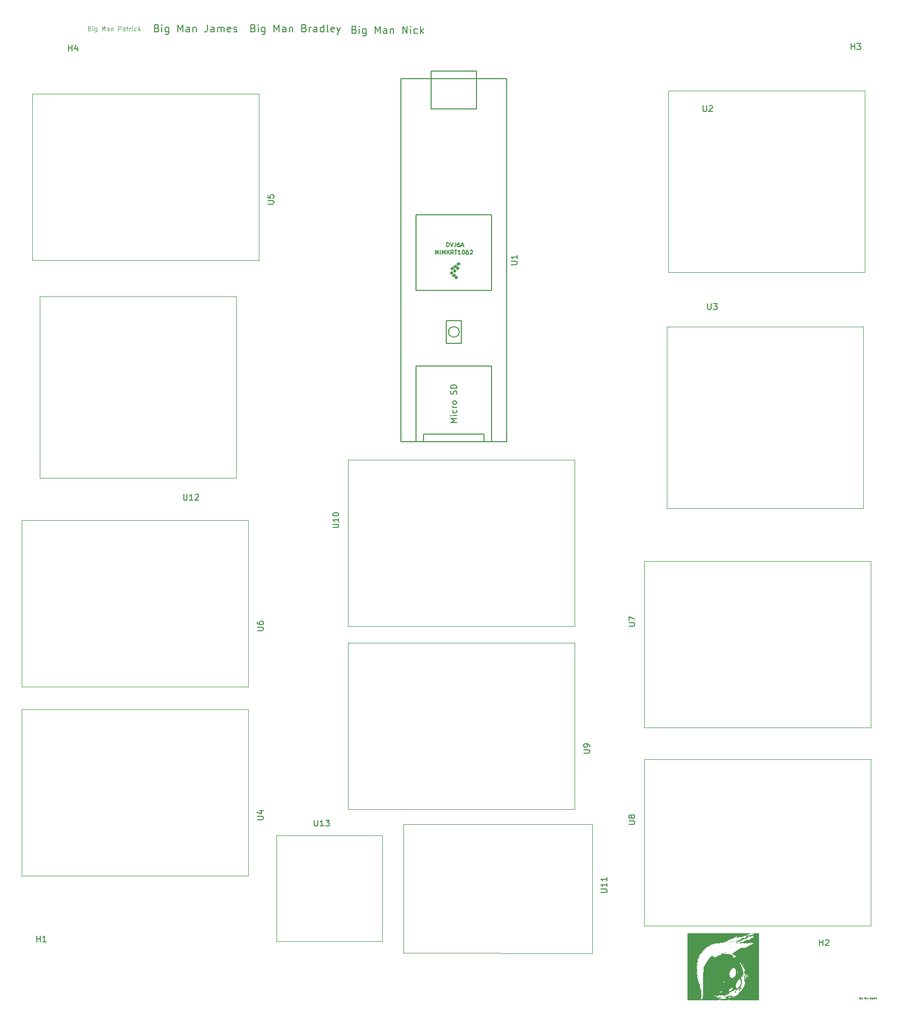
<source format=gbr>
%TF.GenerationSoftware,KiCad,Pcbnew,(5.1.7)-1*%
%TF.CreationDate,2021-02-21T17:24:45-05:00*%
%TF.ProjectId,Overall Schematics,4f766572-616c-46c2-9053-6368656d6174,rev?*%
%TF.SameCoordinates,Original*%
%TF.FileFunction,Legend,Top*%
%TF.FilePolarity,Positive*%
%FSLAX46Y46*%
G04 Gerber Fmt 4.6, Leading zero omitted, Abs format (unit mm)*
G04 Created by KiCad (PCBNEW (5.1.7)-1) date 2021-02-21 17:24:45*
%MOMM*%
%LPD*%
G01*
G04 APERTURE LIST*
%ADD10C,0.062500*%
%ADD11C,0.125000*%
%ADD12C,0.150000*%
%ADD13C,0.010000*%
%ADD14C,0.120000*%
%ADD15C,0.100000*%
G04 APERTURE END LIST*
D10*
X587680761Y-471152142D02*
X587716476Y-471164047D01*
X587728380Y-471175952D01*
X587740285Y-471199761D01*
X587740285Y-471235476D01*
X587728380Y-471259285D01*
X587716476Y-471271190D01*
X587692666Y-471283095D01*
X587597428Y-471283095D01*
X587597428Y-471033095D01*
X587680761Y-471033095D01*
X587704571Y-471045000D01*
X587716476Y-471056904D01*
X587728380Y-471080714D01*
X587728380Y-471104523D01*
X587716476Y-471128333D01*
X587704571Y-471140238D01*
X587680761Y-471152142D01*
X587597428Y-471152142D01*
X587847428Y-471283095D02*
X587847428Y-471116428D01*
X587847428Y-471033095D02*
X587835523Y-471045000D01*
X587847428Y-471056904D01*
X587859333Y-471045000D01*
X587847428Y-471033095D01*
X587847428Y-471056904D01*
X588073619Y-471116428D02*
X588073619Y-471318809D01*
X588061714Y-471342619D01*
X588049809Y-471354523D01*
X588026000Y-471366428D01*
X587990285Y-471366428D01*
X587966476Y-471354523D01*
X588073619Y-471271190D02*
X588049809Y-471283095D01*
X588002190Y-471283095D01*
X587978380Y-471271190D01*
X587966476Y-471259285D01*
X587954571Y-471235476D01*
X587954571Y-471164047D01*
X587966476Y-471140238D01*
X587978380Y-471128333D01*
X588002190Y-471116428D01*
X588049809Y-471116428D01*
X588073619Y-471128333D01*
X588383142Y-471283095D02*
X588383142Y-471033095D01*
X588466476Y-471211666D01*
X588549809Y-471033095D01*
X588549809Y-471283095D01*
X588776000Y-471283095D02*
X588776000Y-471152142D01*
X588764095Y-471128333D01*
X588740285Y-471116428D01*
X588692666Y-471116428D01*
X588668857Y-471128333D01*
X588776000Y-471271190D02*
X588752190Y-471283095D01*
X588692666Y-471283095D01*
X588668857Y-471271190D01*
X588656952Y-471247380D01*
X588656952Y-471223571D01*
X588668857Y-471199761D01*
X588692666Y-471187857D01*
X588752190Y-471187857D01*
X588776000Y-471175952D01*
X588895047Y-471116428D02*
X588895047Y-471283095D01*
X588895047Y-471140238D02*
X588906952Y-471128333D01*
X588930761Y-471116428D01*
X588966476Y-471116428D01*
X588990285Y-471128333D01*
X589002190Y-471152142D01*
X589002190Y-471283095D01*
X589299809Y-471271190D02*
X589335523Y-471283095D01*
X589395047Y-471283095D01*
X589418857Y-471271190D01*
X589430761Y-471259285D01*
X589442666Y-471235476D01*
X589442666Y-471211666D01*
X589430761Y-471187857D01*
X589418857Y-471175952D01*
X589395047Y-471164047D01*
X589347428Y-471152142D01*
X589323619Y-471140238D01*
X589311714Y-471128333D01*
X589299809Y-471104523D01*
X589299809Y-471080714D01*
X589311714Y-471056904D01*
X589323619Y-471045000D01*
X589347428Y-471033095D01*
X589406952Y-471033095D01*
X589442666Y-471045000D01*
X589585523Y-471283095D02*
X589561714Y-471271190D01*
X589549809Y-471259285D01*
X589537904Y-471235476D01*
X589537904Y-471164047D01*
X589549809Y-471140238D01*
X589561714Y-471128333D01*
X589585523Y-471116428D01*
X589621238Y-471116428D01*
X589645047Y-471128333D01*
X589656952Y-471140238D01*
X589668857Y-471164047D01*
X589668857Y-471235476D01*
X589656952Y-471259285D01*
X589645047Y-471271190D01*
X589621238Y-471283095D01*
X589585523Y-471283095D01*
X589776000Y-471116428D02*
X589776000Y-471366428D01*
X589776000Y-471128333D02*
X589799809Y-471116428D01*
X589847428Y-471116428D01*
X589871238Y-471128333D01*
X589883142Y-471140238D01*
X589895047Y-471164047D01*
X589895047Y-471235476D01*
X589883142Y-471259285D01*
X589871238Y-471271190D01*
X589847428Y-471283095D01*
X589799809Y-471283095D01*
X589776000Y-471271190D01*
X590002190Y-471283095D02*
X590002190Y-471033095D01*
X590109333Y-471283095D02*
X590109333Y-471152142D01*
X590097428Y-471128333D01*
X590073619Y-471116428D01*
X590037904Y-471116428D01*
X590014095Y-471128333D01*
X590002190Y-471140238D01*
X590228380Y-471283095D02*
X590228380Y-471116428D01*
X590228380Y-471033095D02*
X590216476Y-471045000D01*
X590228380Y-471056904D01*
X590240285Y-471045000D01*
X590228380Y-471033095D01*
X590228380Y-471056904D01*
X590454571Y-471283095D02*
X590454571Y-471152142D01*
X590442666Y-471128333D01*
X590418857Y-471116428D01*
X590371238Y-471116428D01*
X590347428Y-471128333D01*
X590454571Y-471271190D02*
X590430761Y-471283095D01*
X590371238Y-471283095D01*
X590347428Y-471271190D01*
X590335523Y-471247380D01*
X590335523Y-471223571D01*
X590347428Y-471199761D01*
X590371238Y-471187857D01*
X590430761Y-471187857D01*
X590454571Y-471175952D01*
D11*
X458172857Y-308302428D02*
X458280000Y-308338142D01*
X458315714Y-308373857D01*
X458351428Y-308445285D01*
X458351428Y-308552428D01*
X458315714Y-308623857D01*
X458280000Y-308659571D01*
X458208571Y-308695285D01*
X457922857Y-308695285D01*
X457922857Y-307945285D01*
X458172857Y-307945285D01*
X458244285Y-307981000D01*
X458280000Y-308016714D01*
X458315714Y-308088142D01*
X458315714Y-308159571D01*
X458280000Y-308231000D01*
X458244285Y-308266714D01*
X458172857Y-308302428D01*
X457922857Y-308302428D01*
X458672857Y-308695285D02*
X458672857Y-308195285D01*
X458672857Y-307945285D02*
X458637142Y-307981000D01*
X458672857Y-308016714D01*
X458708571Y-307981000D01*
X458672857Y-307945285D01*
X458672857Y-308016714D01*
X459351428Y-308195285D02*
X459351428Y-308802428D01*
X459315714Y-308873857D01*
X459280000Y-308909571D01*
X459208571Y-308945285D01*
X459101428Y-308945285D01*
X459030000Y-308909571D01*
X459351428Y-308659571D02*
X459280000Y-308695285D01*
X459137142Y-308695285D01*
X459065714Y-308659571D01*
X459030000Y-308623857D01*
X458994285Y-308552428D01*
X458994285Y-308338142D01*
X459030000Y-308266714D01*
X459065714Y-308231000D01*
X459137142Y-308195285D01*
X459280000Y-308195285D01*
X459351428Y-308231000D01*
X460280000Y-308695285D02*
X460280000Y-307945285D01*
X460530000Y-308481000D01*
X460780000Y-307945285D01*
X460780000Y-308695285D01*
X461458571Y-308695285D02*
X461458571Y-308302428D01*
X461422857Y-308231000D01*
X461351428Y-308195285D01*
X461208571Y-308195285D01*
X461137142Y-308231000D01*
X461458571Y-308659571D02*
X461387142Y-308695285D01*
X461208571Y-308695285D01*
X461137142Y-308659571D01*
X461101428Y-308588142D01*
X461101428Y-308516714D01*
X461137142Y-308445285D01*
X461208571Y-308409571D01*
X461387142Y-308409571D01*
X461458571Y-308373857D01*
X461815714Y-308195285D02*
X461815714Y-308695285D01*
X461815714Y-308266714D02*
X461851428Y-308231000D01*
X461922857Y-308195285D01*
X462030000Y-308195285D01*
X462101428Y-308231000D01*
X462137142Y-308302428D01*
X462137142Y-308695285D01*
X463065714Y-308695285D02*
X463065714Y-307945285D01*
X463351428Y-307945285D01*
X463422857Y-307981000D01*
X463458571Y-308016714D01*
X463494285Y-308088142D01*
X463494285Y-308195285D01*
X463458571Y-308266714D01*
X463422857Y-308302428D01*
X463351428Y-308338142D01*
X463065714Y-308338142D01*
X464137142Y-308695285D02*
X464137142Y-308302428D01*
X464101428Y-308231000D01*
X464030000Y-308195285D01*
X463887142Y-308195285D01*
X463815714Y-308231000D01*
X464137142Y-308659571D02*
X464065714Y-308695285D01*
X463887142Y-308695285D01*
X463815714Y-308659571D01*
X463780000Y-308588142D01*
X463780000Y-308516714D01*
X463815714Y-308445285D01*
X463887142Y-308409571D01*
X464065714Y-308409571D01*
X464137142Y-308373857D01*
X464387142Y-308195285D02*
X464672857Y-308195285D01*
X464494285Y-307945285D02*
X464494285Y-308588142D01*
X464530000Y-308659571D01*
X464601428Y-308695285D01*
X464672857Y-308695285D01*
X464922857Y-308695285D02*
X464922857Y-308195285D01*
X464922857Y-308338142D02*
X464958571Y-308266714D01*
X464994285Y-308231000D01*
X465065714Y-308195285D01*
X465137142Y-308195285D01*
X465387142Y-308695285D02*
X465387142Y-308195285D01*
X465387142Y-307945285D02*
X465351428Y-307981000D01*
X465387142Y-308016714D01*
X465422857Y-307981000D01*
X465387142Y-307945285D01*
X465387142Y-308016714D01*
X466065714Y-308659571D02*
X465994285Y-308695285D01*
X465851428Y-308695285D01*
X465780000Y-308659571D01*
X465744285Y-308623857D01*
X465708571Y-308552428D01*
X465708571Y-308338142D01*
X465744285Y-308266714D01*
X465780000Y-308231000D01*
X465851428Y-308195285D01*
X465994285Y-308195285D01*
X466065714Y-308231000D01*
X466387142Y-308695285D02*
X466387142Y-307945285D01*
X466458571Y-308409571D02*
X466672857Y-308695285D01*
X466672857Y-308195285D02*
X466387142Y-308481000D01*
D12*
X502688523Y-308520714D02*
X502867095Y-308580238D01*
X502926619Y-308639761D01*
X502986142Y-308758809D01*
X502986142Y-308937380D01*
X502926619Y-309056428D01*
X502867095Y-309115952D01*
X502748047Y-309175476D01*
X502271857Y-309175476D01*
X502271857Y-307925476D01*
X502688523Y-307925476D01*
X502807571Y-307985000D01*
X502867095Y-308044523D01*
X502926619Y-308163571D01*
X502926619Y-308282619D01*
X502867095Y-308401666D01*
X502807571Y-308461190D01*
X502688523Y-308520714D01*
X502271857Y-308520714D01*
X503521857Y-309175476D02*
X503521857Y-308342142D01*
X503521857Y-307925476D02*
X503462333Y-307985000D01*
X503521857Y-308044523D01*
X503581380Y-307985000D01*
X503521857Y-307925476D01*
X503521857Y-308044523D01*
X504652809Y-308342142D02*
X504652809Y-309354047D01*
X504593285Y-309473095D01*
X504533761Y-309532619D01*
X504414714Y-309592142D01*
X504236142Y-309592142D01*
X504117095Y-309532619D01*
X504652809Y-309115952D02*
X504533761Y-309175476D01*
X504295666Y-309175476D01*
X504176619Y-309115952D01*
X504117095Y-309056428D01*
X504057571Y-308937380D01*
X504057571Y-308580238D01*
X504117095Y-308461190D01*
X504176619Y-308401666D01*
X504295666Y-308342142D01*
X504533761Y-308342142D01*
X504652809Y-308401666D01*
X506200428Y-309175476D02*
X506200428Y-307925476D01*
X506617095Y-308818333D01*
X507033761Y-307925476D01*
X507033761Y-309175476D01*
X508164714Y-309175476D02*
X508164714Y-308520714D01*
X508105190Y-308401666D01*
X507986142Y-308342142D01*
X507748047Y-308342142D01*
X507629000Y-308401666D01*
X508164714Y-309115952D02*
X508045666Y-309175476D01*
X507748047Y-309175476D01*
X507629000Y-309115952D01*
X507569476Y-308996904D01*
X507569476Y-308877857D01*
X507629000Y-308758809D01*
X507748047Y-308699285D01*
X508045666Y-308699285D01*
X508164714Y-308639761D01*
X508759952Y-308342142D02*
X508759952Y-309175476D01*
X508759952Y-308461190D02*
X508819476Y-308401666D01*
X508938523Y-308342142D01*
X509117095Y-308342142D01*
X509236142Y-308401666D01*
X509295666Y-308520714D01*
X509295666Y-309175476D01*
X510843285Y-309175476D02*
X510843285Y-307925476D01*
X511557571Y-309175476D01*
X511557571Y-307925476D01*
X512152809Y-309175476D02*
X512152809Y-308342142D01*
X512152809Y-307925476D02*
X512093285Y-307985000D01*
X512152809Y-308044523D01*
X512212333Y-307985000D01*
X512152809Y-307925476D01*
X512152809Y-308044523D01*
X513283761Y-309115952D02*
X513164714Y-309175476D01*
X512926619Y-309175476D01*
X512807571Y-309115952D01*
X512748047Y-309056428D01*
X512688523Y-308937380D01*
X512688523Y-308580238D01*
X512748047Y-308461190D01*
X512807571Y-308401666D01*
X512926619Y-308342142D01*
X513164714Y-308342142D01*
X513283761Y-308401666D01*
X513819476Y-309175476D02*
X513819476Y-307925476D01*
X513938523Y-308699285D02*
X514295666Y-309175476D01*
X514295666Y-308342142D02*
X513819476Y-308818333D01*
X485706428Y-308266714D02*
X485885000Y-308326238D01*
X485944523Y-308385761D01*
X486004047Y-308504809D01*
X486004047Y-308683380D01*
X485944523Y-308802428D01*
X485885000Y-308861952D01*
X485765952Y-308921476D01*
X485289761Y-308921476D01*
X485289761Y-307671476D01*
X485706428Y-307671476D01*
X485825476Y-307731000D01*
X485885000Y-307790523D01*
X485944523Y-307909571D01*
X485944523Y-308028619D01*
X485885000Y-308147666D01*
X485825476Y-308207190D01*
X485706428Y-308266714D01*
X485289761Y-308266714D01*
X486539761Y-308921476D02*
X486539761Y-308088142D01*
X486539761Y-307671476D02*
X486480238Y-307731000D01*
X486539761Y-307790523D01*
X486599285Y-307731000D01*
X486539761Y-307671476D01*
X486539761Y-307790523D01*
X487670714Y-308088142D02*
X487670714Y-309100047D01*
X487611190Y-309219095D01*
X487551666Y-309278619D01*
X487432619Y-309338142D01*
X487254047Y-309338142D01*
X487135000Y-309278619D01*
X487670714Y-308861952D02*
X487551666Y-308921476D01*
X487313571Y-308921476D01*
X487194523Y-308861952D01*
X487135000Y-308802428D01*
X487075476Y-308683380D01*
X487075476Y-308326238D01*
X487135000Y-308207190D01*
X487194523Y-308147666D01*
X487313571Y-308088142D01*
X487551666Y-308088142D01*
X487670714Y-308147666D01*
X489218333Y-308921476D02*
X489218333Y-307671476D01*
X489635000Y-308564333D01*
X490051666Y-307671476D01*
X490051666Y-308921476D01*
X491182619Y-308921476D02*
X491182619Y-308266714D01*
X491123095Y-308147666D01*
X491004047Y-308088142D01*
X490765952Y-308088142D01*
X490646904Y-308147666D01*
X491182619Y-308861952D02*
X491063571Y-308921476D01*
X490765952Y-308921476D01*
X490646904Y-308861952D01*
X490587380Y-308742904D01*
X490587380Y-308623857D01*
X490646904Y-308504809D01*
X490765952Y-308445285D01*
X491063571Y-308445285D01*
X491182619Y-308385761D01*
X491777857Y-308088142D02*
X491777857Y-308921476D01*
X491777857Y-308207190D02*
X491837380Y-308147666D01*
X491956428Y-308088142D01*
X492135000Y-308088142D01*
X492254047Y-308147666D01*
X492313571Y-308266714D01*
X492313571Y-308921476D01*
X494277857Y-308266714D02*
X494456428Y-308326238D01*
X494515952Y-308385761D01*
X494575476Y-308504809D01*
X494575476Y-308683380D01*
X494515952Y-308802428D01*
X494456428Y-308861952D01*
X494337380Y-308921476D01*
X493861190Y-308921476D01*
X493861190Y-307671476D01*
X494277857Y-307671476D01*
X494396904Y-307731000D01*
X494456428Y-307790523D01*
X494515952Y-307909571D01*
X494515952Y-308028619D01*
X494456428Y-308147666D01*
X494396904Y-308207190D01*
X494277857Y-308266714D01*
X493861190Y-308266714D01*
X495111190Y-308921476D02*
X495111190Y-308088142D01*
X495111190Y-308326238D02*
X495170714Y-308207190D01*
X495230238Y-308147666D01*
X495349285Y-308088142D01*
X495468333Y-308088142D01*
X496420714Y-308921476D02*
X496420714Y-308266714D01*
X496361190Y-308147666D01*
X496242142Y-308088142D01*
X496004047Y-308088142D01*
X495885000Y-308147666D01*
X496420714Y-308861952D02*
X496301666Y-308921476D01*
X496004047Y-308921476D01*
X495885000Y-308861952D01*
X495825476Y-308742904D01*
X495825476Y-308623857D01*
X495885000Y-308504809D01*
X496004047Y-308445285D01*
X496301666Y-308445285D01*
X496420714Y-308385761D01*
X497551666Y-308921476D02*
X497551666Y-307671476D01*
X497551666Y-308861952D02*
X497432619Y-308921476D01*
X497194523Y-308921476D01*
X497075476Y-308861952D01*
X497015952Y-308802428D01*
X496956428Y-308683380D01*
X496956428Y-308326238D01*
X497015952Y-308207190D01*
X497075476Y-308147666D01*
X497194523Y-308088142D01*
X497432619Y-308088142D01*
X497551666Y-308147666D01*
X498325476Y-308921476D02*
X498206428Y-308861952D01*
X498146904Y-308742904D01*
X498146904Y-307671476D01*
X499277857Y-308861952D02*
X499158809Y-308921476D01*
X498920714Y-308921476D01*
X498801666Y-308861952D01*
X498742142Y-308742904D01*
X498742142Y-308266714D01*
X498801666Y-308147666D01*
X498920714Y-308088142D01*
X499158809Y-308088142D01*
X499277857Y-308147666D01*
X499337380Y-308266714D01*
X499337380Y-308385761D01*
X498742142Y-308504809D01*
X499754047Y-308088142D02*
X500051666Y-308921476D01*
X500349285Y-308088142D02*
X500051666Y-308921476D01*
X499932619Y-309219095D01*
X499873095Y-309278619D01*
X499754047Y-309338142D01*
X469507904Y-308266714D02*
X469686476Y-308326238D01*
X469746000Y-308385761D01*
X469805523Y-308504809D01*
X469805523Y-308683380D01*
X469746000Y-308802428D01*
X469686476Y-308861952D01*
X469567428Y-308921476D01*
X469091238Y-308921476D01*
X469091238Y-307671476D01*
X469507904Y-307671476D01*
X469626952Y-307731000D01*
X469686476Y-307790523D01*
X469746000Y-307909571D01*
X469746000Y-308028619D01*
X469686476Y-308147666D01*
X469626952Y-308207190D01*
X469507904Y-308266714D01*
X469091238Y-308266714D01*
X470341238Y-308921476D02*
X470341238Y-308088142D01*
X470341238Y-307671476D02*
X470281714Y-307731000D01*
X470341238Y-307790523D01*
X470400761Y-307731000D01*
X470341238Y-307671476D01*
X470341238Y-307790523D01*
X471472190Y-308088142D02*
X471472190Y-309100047D01*
X471412666Y-309219095D01*
X471353142Y-309278619D01*
X471234095Y-309338142D01*
X471055523Y-309338142D01*
X470936476Y-309278619D01*
X471472190Y-308861952D02*
X471353142Y-308921476D01*
X471115047Y-308921476D01*
X470996000Y-308861952D01*
X470936476Y-308802428D01*
X470876952Y-308683380D01*
X470876952Y-308326238D01*
X470936476Y-308207190D01*
X470996000Y-308147666D01*
X471115047Y-308088142D01*
X471353142Y-308088142D01*
X471472190Y-308147666D01*
X473019809Y-308921476D02*
X473019809Y-307671476D01*
X473436476Y-308564333D01*
X473853142Y-307671476D01*
X473853142Y-308921476D01*
X474984095Y-308921476D02*
X474984095Y-308266714D01*
X474924571Y-308147666D01*
X474805523Y-308088142D01*
X474567428Y-308088142D01*
X474448380Y-308147666D01*
X474984095Y-308861952D02*
X474865047Y-308921476D01*
X474567428Y-308921476D01*
X474448380Y-308861952D01*
X474388857Y-308742904D01*
X474388857Y-308623857D01*
X474448380Y-308504809D01*
X474567428Y-308445285D01*
X474865047Y-308445285D01*
X474984095Y-308385761D01*
X475579333Y-308088142D02*
X475579333Y-308921476D01*
X475579333Y-308207190D02*
X475638857Y-308147666D01*
X475757904Y-308088142D01*
X475936476Y-308088142D01*
X476055523Y-308147666D01*
X476115047Y-308266714D01*
X476115047Y-308921476D01*
X478019809Y-307671476D02*
X478019809Y-308564333D01*
X477960285Y-308742904D01*
X477841238Y-308861952D01*
X477662666Y-308921476D01*
X477543619Y-308921476D01*
X479150761Y-308921476D02*
X479150761Y-308266714D01*
X479091238Y-308147666D01*
X478972190Y-308088142D01*
X478734095Y-308088142D01*
X478615047Y-308147666D01*
X479150761Y-308861952D02*
X479031714Y-308921476D01*
X478734095Y-308921476D01*
X478615047Y-308861952D01*
X478555523Y-308742904D01*
X478555523Y-308623857D01*
X478615047Y-308504809D01*
X478734095Y-308445285D01*
X479031714Y-308445285D01*
X479150761Y-308385761D01*
X479746000Y-308921476D02*
X479746000Y-308088142D01*
X479746000Y-308207190D02*
X479805523Y-308147666D01*
X479924571Y-308088142D01*
X480103142Y-308088142D01*
X480222190Y-308147666D01*
X480281714Y-308266714D01*
X480281714Y-308921476D01*
X480281714Y-308266714D02*
X480341238Y-308147666D01*
X480460285Y-308088142D01*
X480638857Y-308088142D01*
X480757904Y-308147666D01*
X480817428Y-308266714D01*
X480817428Y-308921476D01*
X481888857Y-308861952D02*
X481769809Y-308921476D01*
X481531714Y-308921476D01*
X481412666Y-308861952D01*
X481353142Y-308742904D01*
X481353142Y-308266714D01*
X481412666Y-308147666D01*
X481531714Y-308088142D01*
X481769809Y-308088142D01*
X481888857Y-308147666D01*
X481948380Y-308266714D01*
X481948380Y-308385761D01*
X481353142Y-308504809D01*
X482424571Y-308861952D02*
X482543619Y-308921476D01*
X482781714Y-308921476D01*
X482900761Y-308861952D01*
X482960285Y-308742904D01*
X482960285Y-308683380D01*
X482900761Y-308564333D01*
X482781714Y-308504809D01*
X482603142Y-308504809D01*
X482484095Y-308445285D01*
X482424571Y-308326238D01*
X482424571Y-308266714D01*
X482484095Y-308147666D01*
X482603142Y-308088142D01*
X482781714Y-308088142D01*
X482900761Y-308147666D01*
D13*
%TO.C,G\u002A\u002A\u002A*%
G36*
X564209269Y-460262517D02*
G01*
X564354089Y-460262519D01*
X564497561Y-460262523D01*
X564639646Y-460262528D01*
X564780303Y-460262534D01*
X564919495Y-460262541D01*
X565057180Y-460262549D01*
X565193321Y-460262558D01*
X565327877Y-460262567D01*
X565460810Y-460262578D01*
X565592080Y-460262590D01*
X565721647Y-460262603D01*
X565849473Y-460262617D01*
X565975518Y-460262631D01*
X566099742Y-460262647D01*
X566222106Y-460262663D01*
X566342572Y-460262681D01*
X566461099Y-460262699D01*
X566577648Y-460262718D01*
X566692180Y-460262738D01*
X566804655Y-460262759D01*
X566915035Y-460262781D01*
X567023279Y-460262803D01*
X567129349Y-460262827D01*
X567233205Y-460262851D01*
X567334808Y-460262876D01*
X567434118Y-460262901D01*
X567531096Y-460262928D01*
X567625702Y-460262955D01*
X567717899Y-460262983D01*
X567807645Y-460263011D01*
X567894901Y-460263041D01*
X567979629Y-460263071D01*
X568061789Y-460263102D01*
X568141341Y-460263133D01*
X568218247Y-460263165D01*
X568292467Y-460263198D01*
X568363961Y-460263232D01*
X568432690Y-460263266D01*
X568498615Y-460263300D01*
X568561697Y-460263336D01*
X568621895Y-460263372D01*
X568679172Y-460263408D01*
X568733487Y-460263445D01*
X568784800Y-460263483D01*
X568833074Y-460263521D01*
X568878268Y-460263560D01*
X568920343Y-460263599D01*
X568959260Y-460263639D01*
X568994979Y-460263679D01*
X569027461Y-460263720D01*
X569056666Y-460263761D01*
X569082556Y-460263802D01*
X569105091Y-460263845D01*
X569124231Y-460263887D01*
X569139937Y-460263930D01*
X569152171Y-460263974D01*
X569160891Y-460264017D01*
X569166060Y-460264062D01*
X569167645Y-460264104D01*
X569164916Y-460265729D01*
X569159435Y-460268322D01*
X569151852Y-460271601D01*
X569142822Y-460275281D01*
X569134172Y-460278636D01*
X569126895Y-460281095D01*
X569118192Y-460283625D01*
X569111534Y-460285299D01*
X569103470Y-460287488D01*
X569094025Y-460290563D01*
X569085116Y-460293897D01*
X569084320Y-460294224D01*
X569077755Y-460296903D01*
X569072097Y-460299055D01*
X569066539Y-460300924D01*
X569060273Y-460302754D01*
X569052492Y-460304790D01*
X569042387Y-460307275D01*
X569036200Y-460308765D01*
X569025165Y-460311915D01*
X569013358Y-460316130D01*
X569001708Y-460321002D01*
X568991148Y-460326124D01*
X568982609Y-460331088D01*
X568978707Y-460333933D01*
X568974776Y-460336825D01*
X568968695Y-460340874D01*
X568961302Y-460345567D01*
X568953437Y-460350391D01*
X568945938Y-460354832D01*
X568939645Y-460358377D01*
X568935398Y-460360513D01*
X568934950Y-460360695D01*
X568932041Y-460361431D01*
X568931994Y-460360299D01*
X568932082Y-460359198D01*
X568929830Y-460360106D01*
X568926691Y-460361317D01*
X568920965Y-460363136D01*
X568913580Y-460365276D01*
X568908347Y-460366700D01*
X568900975Y-460368961D01*
X568891372Y-460372349D01*
X568880336Y-460376536D01*
X568868665Y-460381197D01*
X568857157Y-460386004D01*
X568846610Y-460390631D01*
X568837824Y-460394751D01*
X568831595Y-460398038D01*
X568831186Y-460398282D01*
X568816161Y-460407863D01*
X568803044Y-460417332D01*
X568794249Y-460424413D01*
X568780218Y-460435660D01*
X568765812Y-460446284D01*
X568751981Y-460455613D01*
X568739676Y-460462976D01*
X568739565Y-460463038D01*
X568731537Y-460467546D01*
X568724585Y-460471788D01*
X568718135Y-460476217D01*
X568711614Y-460481287D01*
X568704447Y-460487452D01*
X568696063Y-460495165D01*
X568685886Y-460504880D01*
X568682372Y-460508279D01*
X568672332Y-460517913D01*
X568664245Y-460525408D01*
X568657533Y-460531229D01*
X568651622Y-460535841D01*
X568645934Y-460539708D01*
X568639895Y-460543295D01*
X568636908Y-460544942D01*
X568629979Y-460548553D01*
X568620970Y-460553034D01*
X568610525Y-460558087D01*
X568599288Y-460563412D01*
X568587901Y-460568712D01*
X568577010Y-460573687D01*
X568567257Y-460578038D01*
X568559287Y-460581466D01*
X568553742Y-460583673D01*
X568552693Y-460584038D01*
X568548711Y-460584858D01*
X568542081Y-460585720D01*
X568533779Y-460586513D01*
X568526129Y-460587051D01*
X568505008Y-460588287D01*
X568494849Y-460598609D01*
X568487504Y-460605323D01*
X568480349Y-460609953D01*
X568472590Y-460612720D01*
X568463429Y-460613846D01*
X568452073Y-460613552D01*
X568443878Y-460612787D01*
X568433239Y-460612013D01*
X568419799Y-460611651D01*
X568404179Y-460611668D01*
X568387001Y-460612031D01*
X568368887Y-460612705D01*
X568350459Y-460613657D01*
X568332338Y-460614854D01*
X568315147Y-460616261D01*
X568299506Y-460617846D01*
X568286039Y-460619574D01*
X568275367Y-460621412D01*
X568272485Y-460622056D01*
X568267021Y-460623869D01*
X568259739Y-460626936D01*
X568251960Y-460630688D01*
X568249632Y-460631912D01*
X568234847Y-460638920D01*
X568221364Y-460643169D01*
X568208383Y-460644855D01*
X568198660Y-460644574D01*
X568183041Y-460644617D01*
X568166721Y-460647605D01*
X568149234Y-460653637D01*
X568143888Y-460655964D01*
X568134639Y-460660028D01*
X568123910Y-460664540D01*
X568113628Y-460668695D01*
X568110915Y-460669753D01*
X568095571Y-460675871D01*
X568080125Y-460682473D01*
X568063584Y-460689998D01*
X568044956Y-460698884D01*
X568043786Y-460699453D01*
X568035036Y-460703821D01*
X568029382Y-460706935D01*
X568026578Y-460708953D01*
X568026378Y-460710034D01*
X568027087Y-460710260D01*
X568029347Y-460710825D01*
X568029372Y-460711892D01*
X568026864Y-460714066D01*
X568024295Y-460715957D01*
X568019194Y-460720265D01*
X568014884Y-460724922D01*
X568013923Y-460726252D01*
X568007500Y-460734156D01*
X567998715Y-460742213D01*
X567988327Y-460749960D01*
X567977096Y-460756936D01*
X567965785Y-460762679D01*
X567955152Y-460766727D01*
X567945960Y-460768618D01*
X567944003Y-460768700D01*
X567934024Y-460769105D01*
X567922652Y-460770208D01*
X567911015Y-460771839D01*
X567900238Y-460773831D01*
X567891450Y-460776014D01*
X567888415Y-460777024D01*
X567880785Y-460780430D01*
X567873085Y-460784705D01*
X567868640Y-460787708D01*
X567865381Y-460790212D01*
X567862743Y-460792031D01*
X567860088Y-460793282D01*
X567856778Y-460794084D01*
X567852177Y-460794554D01*
X567845645Y-460794812D01*
X567836546Y-460794974D01*
X567828793Y-460795086D01*
X567817396Y-460795338D01*
X567803881Y-460795759D01*
X567789753Y-460796295D01*
X567776516Y-460796894D01*
X567773400Y-460797054D01*
X567743407Y-460798636D01*
X567735300Y-460805221D01*
X567729672Y-460809643D01*
X567724671Y-460813028D01*
X567719660Y-460815549D01*
X567714002Y-460817379D01*
X567707059Y-460818692D01*
X567698194Y-460819661D01*
X567686770Y-460820458D01*
X567677300Y-460820987D01*
X567660730Y-460821751D01*
X567647044Y-460822040D01*
X567635519Y-460821771D01*
X567625433Y-460820858D01*
X567616063Y-460819216D01*
X567606686Y-460816762D01*
X567596578Y-460813409D01*
X567589141Y-460810658D01*
X567571194Y-460804502D01*
X567554937Y-460800447D01*
X567539276Y-460798270D01*
X567525765Y-460797729D01*
X567516911Y-460797400D01*
X567508330Y-460796279D01*
X567499199Y-460794165D01*
X567488693Y-460790857D01*
X567475989Y-460786156D01*
X567472286Y-460784705D01*
X567458865Y-460779368D01*
X567447916Y-460774908D01*
X567438520Y-460770907D01*
X567429758Y-460766949D01*
X567420711Y-460762617D01*
X567410461Y-460757493D01*
X567398090Y-460751161D01*
X567396086Y-460750129D01*
X567381206Y-460742391D01*
X567368457Y-460735543D01*
X567357345Y-460729220D01*
X567347375Y-460723059D01*
X567338054Y-460716694D01*
X567328888Y-460709762D01*
X567319382Y-460701898D01*
X567309043Y-460692739D01*
X567297377Y-460681918D01*
X567283890Y-460669073D01*
X567276343Y-460661810D01*
X567266292Y-460652166D01*
X567256886Y-460643231D01*
X567248497Y-460635351D01*
X567241495Y-460628871D01*
X567236249Y-460624136D01*
X567233131Y-460621490D01*
X567232691Y-460621171D01*
X567229193Y-460619057D01*
X567225562Y-460617326D01*
X567221411Y-460615940D01*
X567216353Y-460614863D01*
X567209999Y-460614058D01*
X567201963Y-460613489D01*
X567191857Y-460613118D01*
X567179294Y-460612910D01*
X567163886Y-460612826D01*
X567145245Y-460612831D01*
X567144807Y-460612832D01*
X567127285Y-460612882D01*
X567112996Y-460612972D01*
X567101544Y-460613121D01*
X567092535Y-460613344D01*
X567085572Y-460613660D01*
X567080260Y-460614086D01*
X567076203Y-460614640D01*
X567073007Y-460615338D01*
X567070545Y-460616103D01*
X567064791Y-460618543D01*
X567061500Y-460621302D01*
X567059598Y-460625187D01*
X567055506Y-460632600D01*
X567048813Y-460639616D01*
X567040515Y-460645334D01*
X567034397Y-460648042D01*
X567024758Y-460651319D01*
X567009753Y-460645589D01*
X566994749Y-460639859D01*
X566985463Y-460644862D01*
X566976981Y-460650864D01*
X566970946Y-460657683D01*
X566963725Y-460666427D01*
X566953483Y-460675822D01*
X566940687Y-460685519D01*
X566925805Y-460695171D01*
X566909303Y-460704430D01*
X566905697Y-460706281D01*
X566895285Y-460711589D01*
X566884822Y-460717010D01*
X566875246Y-460722051D01*
X566867494Y-460726221D01*
X566864500Y-460727879D01*
X566858725Y-460731057D01*
X566850444Y-460735513D01*
X566840380Y-460740865D01*
X566829253Y-460746729D01*
X566817784Y-460752722D01*
X566815036Y-460754151D01*
X566797783Y-460763372D01*
X566783014Y-460771890D01*
X566769812Y-460780263D01*
X566757259Y-460789051D01*
X566755164Y-460790596D01*
X566745322Y-460797636D01*
X566734728Y-460804762D01*
X566724457Y-460811279D01*
X566715585Y-460816491D01*
X566713007Y-460817879D01*
X566698486Y-460825803D01*
X566684627Y-460834193D01*
X566670201Y-460843819D01*
X566659689Y-460851282D01*
X566644281Y-460861751D01*
X566626883Y-460872426D01*
X566608973Y-460882441D01*
X566592820Y-460890558D01*
X566583667Y-460894851D01*
X566574334Y-460899225D01*
X566566093Y-460903083D01*
X566561515Y-460905224D01*
X566554620Y-460908683D01*
X566546069Y-460913317D01*
X566537267Y-460918353D01*
X566533393Y-460920669D01*
X566524434Y-460926053D01*
X566514579Y-460931867D01*
X566505497Y-460937130D01*
X566502550Y-460938807D01*
X566495148Y-460943151D01*
X566488146Y-460947535D01*
X566482746Y-460951200D01*
X566481535Y-460952110D01*
X566477070Y-460955072D01*
X566469884Y-460959202D01*
X566460577Y-460964206D01*
X566449750Y-460969790D01*
X566438002Y-460975662D01*
X566425934Y-460981526D01*
X566414147Y-460987089D01*
X566403239Y-460992057D01*
X566393812Y-460996136D01*
X566386465Y-460999032D01*
X566384006Y-460999868D01*
X566372128Y-461003878D01*
X566358182Y-461009141D01*
X566341886Y-461015773D01*
X566322956Y-461023889D01*
X566301165Y-461033579D01*
X566289660Y-461038737D01*
X566277380Y-461044190D01*
X566265501Y-461049419D01*
X566255201Y-461053906D01*
X566251272Y-461055597D01*
X566241811Y-461059791D01*
X566230412Y-461065069D01*
X566218349Y-461070830D01*
X566206897Y-461076471D01*
X566204100Y-461077883D01*
X566194429Y-461082630D01*
X566185133Y-461086894D01*
X566177017Y-461090329D01*
X566170880Y-461092589D01*
X566168722Y-461093187D01*
X566164793Y-461093691D01*
X566157724Y-461094244D01*
X566148003Y-461094822D01*
X566136115Y-461095402D01*
X566122550Y-461095959D01*
X566107794Y-461096468D01*
X566095200Y-461096833D01*
X566078129Y-461097292D01*
X566064254Y-461097700D01*
X566053142Y-461098091D01*
X566044362Y-461098502D01*
X566037480Y-461098966D01*
X566032065Y-461099521D01*
X566027685Y-461100200D01*
X566023907Y-461101040D01*
X566020300Y-461102075D01*
X566016712Y-461103247D01*
X566007597Y-461106576D01*
X565996359Y-461111106D01*
X565983516Y-461116591D01*
X565969582Y-461122787D01*
X565955076Y-461129446D01*
X565940514Y-461136322D01*
X565926412Y-461143171D01*
X565913288Y-461149745D01*
X565901657Y-461155799D01*
X565892036Y-461161087D01*
X565884943Y-461165363D01*
X565882167Y-461167301D01*
X565877835Y-461171038D01*
X565871747Y-461176843D01*
X565864552Y-461184070D01*
X565856901Y-461192072D01*
X565852567Y-461196750D01*
X565840309Y-461209786D01*
X565829631Y-461220213D01*
X565820010Y-461228382D01*
X565810926Y-461234643D01*
X565801856Y-461239347D01*
X565792279Y-461242844D01*
X565781673Y-461245485D01*
X565779291Y-461245958D01*
X565747170Y-461253614D01*
X565717543Y-461263804D01*
X565690236Y-461276602D01*
X565665076Y-461292083D01*
X565656186Y-461298574D01*
X565650052Y-461303171D01*
X565641780Y-461309249D01*
X565632200Y-461316204D01*
X565622144Y-461323430D01*
X565615365Y-461328258D01*
X565589722Y-461346935D01*
X565566835Y-461364687D01*
X565546110Y-461381986D01*
X565531907Y-461394690D01*
X565520457Y-461405056D01*
X565510949Y-461413199D01*
X565502834Y-461419531D01*
X565495562Y-461424468D01*
X565488586Y-461428423D01*
X565484678Y-461430329D01*
X565481796Y-461431663D01*
X565479192Y-461432763D01*
X565476511Y-461433644D01*
X565473397Y-461434317D01*
X565469496Y-461434796D01*
X565464453Y-461435095D01*
X565457911Y-461435227D01*
X565449517Y-461435204D01*
X565438914Y-461435041D01*
X565425748Y-461434750D01*
X565409663Y-461434344D01*
X565390393Y-461433840D01*
X565368085Y-461433374D01*
X565349116Y-461433246D01*
X565333212Y-461433472D01*
X565320097Y-461434067D01*
X565309496Y-461435048D01*
X565301135Y-461436429D01*
X565294739Y-461438226D01*
X565291904Y-461439425D01*
X565287040Y-461442764D01*
X565281705Y-461447832D01*
X565278603Y-461451521D01*
X565276155Y-461454918D01*
X565273584Y-461458812D01*
X565270641Y-461463637D01*
X565267080Y-461469824D01*
X565262654Y-461477806D01*
X565257114Y-461488017D01*
X565250215Y-461500887D01*
X565247946Y-461505139D01*
X565240743Y-461518495D01*
X565234792Y-461529143D01*
X565229750Y-461537634D01*
X565225274Y-461544520D01*
X565221022Y-461550351D01*
X565216650Y-461555678D01*
X565216085Y-461556327D01*
X565208199Y-461565077D01*
X565201672Y-461571567D01*
X565195714Y-461576459D01*
X565189533Y-461580413D01*
X565183565Y-461583506D01*
X565179585Y-461585375D01*
X565176117Y-461586737D01*
X565172498Y-461587673D01*
X565168065Y-461588263D01*
X565162155Y-461588587D01*
X565154105Y-461588724D01*
X565143254Y-461588755D01*
X565140065Y-461588756D01*
X565126607Y-461588561D01*
X565111629Y-461588024D01*
X565096641Y-461587219D01*
X565083150Y-461586217D01*
X565078380Y-461585765D01*
X565066099Y-461584596D01*
X565055850Y-461583903D01*
X565046364Y-461583667D01*
X565036373Y-461583870D01*
X565024608Y-461584493D01*
X565018465Y-461584901D01*
X565007271Y-461585785D01*
X564996436Y-461586840D01*
X564986866Y-461587963D01*
X564979470Y-461589052D01*
X564976463Y-461589645D01*
X564970668Y-461591501D01*
X564962412Y-461594813D01*
X564952388Y-461599239D01*
X564941286Y-461604439D01*
X564929801Y-461610074D01*
X564918624Y-461615802D01*
X564908447Y-461621283D01*
X564899962Y-461626176D01*
X564893862Y-461630143D01*
X564893387Y-461630493D01*
X564882752Y-461639535D01*
X564871483Y-461651276D01*
X564859370Y-461665953D01*
X564846699Y-461683100D01*
X564842276Y-461688744D01*
X564835952Y-461696021D01*
X564828483Y-461704095D01*
X564820625Y-461712131D01*
X564818479Y-461714241D01*
X564810376Y-461722010D01*
X564804176Y-461727603D01*
X564799278Y-461731470D01*
X564795082Y-461734062D01*
X564790987Y-461735830D01*
X564788791Y-461736546D01*
X564774107Y-461739597D01*
X564757624Y-461740662D01*
X564740610Y-461739692D01*
X564733622Y-461738669D01*
X564725339Y-461737478D01*
X564714771Y-461736338D01*
X564703263Y-461735376D01*
X564692158Y-461734719D01*
X564691893Y-461734707D01*
X564682173Y-461734163D01*
X564673331Y-461733442D01*
X564666214Y-461732628D01*
X564661671Y-461731808D01*
X564661050Y-461731617D01*
X564656921Y-461729510D01*
X564651200Y-461725850D01*
X564645081Y-461721404D01*
X564644722Y-461721125D01*
X564638138Y-461716060D01*
X564632762Y-461712344D01*
X564627837Y-461709768D01*
X564622607Y-461708124D01*
X564616314Y-461707202D01*
X564608204Y-461706793D01*
X564597518Y-461706689D01*
X564592445Y-461706686D01*
X564576286Y-461706846D01*
X564563049Y-461707502D01*
X564552033Y-461708921D01*
X564542540Y-461711366D01*
X564533870Y-461715103D01*
X564525322Y-461720397D01*
X564516199Y-461727514D01*
X564505799Y-461736718D01*
X564500678Y-461741460D01*
X564492882Y-461748864D01*
X564485900Y-461755736D01*
X564480226Y-461761571D01*
X564476351Y-461765865D01*
X564474889Y-461767833D01*
X564472348Y-461770907D01*
X564467638Y-461775303D01*
X564461615Y-461780340D01*
X564455136Y-461785337D01*
X564449057Y-461789614D01*
X564444235Y-461792489D01*
X564443336Y-461792906D01*
X564440150Y-461793538D01*
X564434201Y-461794117D01*
X564426356Y-461794576D01*
X564417936Y-461794841D01*
X564407588Y-461795135D01*
X564395129Y-461795641D01*
X564382068Y-461796290D01*
X564369911Y-461797014D01*
X564368950Y-461797077D01*
X564351817Y-461797831D01*
X564332725Y-461797991D01*
X564313293Y-461797550D01*
X564309079Y-461797368D01*
X564300943Y-461797068D01*
X564289655Y-461796773D01*
X564275689Y-461796490D01*
X564259522Y-461796227D01*
X564241630Y-461795989D01*
X564222487Y-461795784D01*
X564202570Y-461795618D01*
X564182354Y-461795498D01*
X564173915Y-461795463D01*
X564071407Y-461795094D01*
X564053265Y-461801913D01*
X564044631Y-461805266D01*
X564036256Y-461808703D01*
X564029361Y-461811716D01*
X564026509Y-461813073D01*
X564018875Y-461817256D01*
X564008935Y-461823215D01*
X563997293Y-461830558D01*
X563984554Y-461838894D01*
X563971320Y-461847832D01*
X563958196Y-461856979D01*
X563952572Y-461860999D01*
X563936110Y-461872377D01*
X563922020Y-461881071D01*
X563910258Y-461887104D01*
X563900780Y-461890500D01*
X563898123Y-461891050D01*
X563892144Y-461891344D01*
X563883716Y-461890914D01*
X563873915Y-461889895D01*
X563863815Y-461888425D01*
X563854494Y-461886642D01*
X563847026Y-461884682D01*
X563846323Y-461884447D01*
X563840670Y-461882182D01*
X563832944Y-461878657D01*
X563824241Y-461874388D01*
X563817048Y-461870644D01*
X563797650Y-461860239D01*
X563760357Y-461858196D01*
X563728970Y-461857111D01*
X563699263Y-461857443D01*
X563689500Y-461857865D01*
X563674037Y-461858514D01*
X563661279Y-461858710D01*
X563650331Y-461858441D01*
X563640297Y-461857699D01*
X563636452Y-461857281D01*
X563623024Y-461856097D01*
X563610462Y-461855947D01*
X563598218Y-461856961D01*
X563585739Y-461859273D01*
X563572477Y-461863014D01*
X563557879Y-461868317D01*
X563541396Y-461875314D01*
X563522476Y-461884138D01*
X563520291Y-461885192D01*
X563504385Y-461892865D01*
X563491044Y-461899137D01*
X563479646Y-461904144D01*
X563469573Y-461908020D01*
X563460205Y-461910900D01*
X563450922Y-461912921D01*
X563441104Y-461914215D01*
X563430132Y-461914920D01*
X563417385Y-461915170D01*
X563402245Y-461915099D01*
X563384251Y-461914846D01*
X563367332Y-461914554D01*
X563353548Y-461914197D01*
X563342407Y-461913699D01*
X563333416Y-461912985D01*
X563326082Y-461911979D01*
X563319913Y-461910607D01*
X563314415Y-461908791D01*
X563309096Y-461906457D01*
X563303463Y-461903530D01*
X563300817Y-461902068D01*
X563293265Y-461898032D01*
X563286424Y-461894918D01*
X563279651Y-461892609D01*
X563272303Y-461890991D01*
X563263738Y-461889948D01*
X563253315Y-461889364D01*
X563240389Y-461889123D01*
X563228672Y-461889099D01*
X563215100Y-461889167D01*
X563204455Y-461889347D01*
X563196033Y-461889692D01*
X563189134Y-461890255D01*
X563183055Y-461891089D01*
X563177094Y-461892246D01*
X563172429Y-461893322D01*
X563157697Y-461897932D01*
X563141332Y-461904910D01*
X563124040Y-461913850D01*
X563106531Y-461924347D01*
X563089510Y-461935998D01*
X563073688Y-461948397D01*
X563069015Y-461952437D01*
X563060105Y-461960212D01*
X563052872Y-461966096D01*
X563046372Y-461970714D01*
X563039662Y-461974685D01*
X563031801Y-461978633D01*
X563023657Y-461982368D01*
X563014558Y-461986636D01*
X563004984Y-461991423D01*
X562996518Y-461995930D01*
X562993722Y-461997518D01*
X562987922Y-462000761D01*
X562981054Y-462004307D01*
X562972706Y-462008348D01*
X562962467Y-462013078D01*
X562949924Y-462018686D01*
X562934665Y-462025366D01*
X562924701Y-462029681D01*
X562916498Y-462032892D01*
X562906060Y-462036496D01*
X562894689Y-462040066D01*
X562883686Y-462043176D01*
X562882973Y-462043363D01*
X562859128Y-462049941D01*
X562836518Y-462056891D01*
X562816132Y-462063902D01*
X562808835Y-462066648D01*
X562795989Y-462070464D01*
X562780353Y-462072973D01*
X562777085Y-462073305D01*
X562768961Y-462074092D01*
X562762479Y-462074865D01*
X562756869Y-462075829D01*
X562751358Y-462077191D01*
X562745176Y-462079155D01*
X562737552Y-462081928D01*
X562727716Y-462085715D01*
X562721579Y-462088111D01*
X562710705Y-462092213D01*
X562699150Y-462096322D01*
X562688198Y-462099998D01*
X562679131Y-462102798D01*
X562678036Y-462103109D01*
X562664588Y-462107050D01*
X562652745Y-462110992D01*
X562641229Y-462115416D01*
X562628764Y-462120805D01*
X562618409Y-462125587D01*
X562608651Y-462130357D01*
X562599782Y-462135152D01*
X562591371Y-462140308D01*
X562582986Y-462146160D01*
X562574194Y-462153043D01*
X562564564Y-462161292D01*
X562553663Y-462171242D01*
X562541059Y-462183227D01*
X562529264Y-462194697D01*
X562511395Y-462212180D01*
X562495872Y-462227298D01*
X562482447Y-462240227D01*
X562470872Y-462251139D01*
X562460901Y-462260210D01*
X562452285Y-462267612D01*
X562444777Y-462273521D01*
X562438130Y-462278110D01*
X562432096Y-462281553D01*
X562426427Y-462284024D01*
X562420876Y-462285698D01*
X562415197Y-462286748D01*
X562409140Y-462287348D01*
X562402458Y-462287673D01*
X562396811Y-462287842D01*
X562383699Y-462288718D01*
X562372873Y-462290814D01*
X562363120Y-462294564D01*
X562353223Y-462300403D01*
X562345116Y-462306306D01*
X562338025Y-462311130D01*
X562330224Y-462315481D01*
X562323986Y-462318191D01*
X562312965Y-462320705D01*
X562300013Y-462321620D01*
X562286469Y-462320915D01*
X562275265Y-462318971D01*
X562268317Y-462317523D01*
X562261858Y-462316557D01*
X562258498Y-462316314D01*
X562252349Y-462317034D01*
X562243993Y-462319289D01*
X562233255Y-462323149D01*
X562219955Y-462328683D01*
X562203917Y-462335961D01*
X562184964Y-462345052D01*
X562184213Y-462345420D01*
X562171670Y-462351587D01*
X562161918Y-462356467D01*
X562154486Y-462360354D01*
X562148901Y-462363544D01*
X562144689Y-462366332D01*
X562141379Y-462369013D01*
X562138497Y-462371884D01*
X562135571Y-462375239D01*
X562134558Y-462376451D01*
X562129561Y-462382915D01*
X562125139Y-462389443D01*
X562122171Y-462394727D01*
X562121972Y-462395173D01*
X562119650Y-462399535D01*
X562116440Y-462402945D01*
X562111386Y-462406252D01*
X562106877Y-462408641D01*
X562100219Y-462411820D01*
X562095658Y-462413364D01*
X562092189Y-462413526D01*
X562089864Y-462412951D01*
X562085494Y-462412219D01*
X562080709Y-462413089D01*
X562075154Y-462415789D01*
X562068477Y-462420546D01*
X562060326Y-462427588D01*
X562050349Y-462437141D01*
X562046676Y-462440802D01*
X562039347Y-462448252D01*
X562033004Y-462454868D01*
X562028058Y-462460209D01*
X562024922Y-462463829D01*
X562023986Y-462465235D01*
X562022491Y-462467432D01*
X562018409Y-462470951D01*
X562012340Y-462475385D01*
X562004886Y-462480325D01*
X561996650Y-462485366D01*
X561988234Y-462490098D01*
X561984072Y-462492259D01*
X561975951Y-462496239D01*
X561965679Y-462501128D01*
X561954428Y-462506374D01*
X561943367Y-462511428D01*
X561940529Y-462512705D01*
X561932419Y-462516389D01*
X561921671Y-462521350D01*
X561908914Y-462527288D01*
X561894779Y-462533907D01*
X561879897Y-462540908D01*
X561864899Y-462547994D01*
X561850415Y-462554868D01*
X561837077Y-462561232D01*
X561825514Y-462566789D01*
X561816358Y-462571240D01*
X561814067Y-462572369D01*
X561803141Y-462579106D01*
X561794842Y-462587050D01*
X561789638Y-462595738D01*
X561789222Y-462596870D01*
X561787580Y-462602808D01*
X561787635Y-462606437D01*
X561788345Y-462607739D01*
X561789674Y-462611037D01*
X561788744Y-462615332D01*
X561785383Y-462620912D01*
X561779420Y-462628065D01*
X561771212Y-462636556D01*
X561764441Y-462643454D01*
X561756073Y-462652277D01*
X561746875Y-462662198D01*
X561737616Y-462672391D01*
X561730635Y-462680236D01*
X561713911Y-462698621D01*
X561698625Y-462714137D01*
X561684846Y-462726724D01*
X561672645Y-462736323D01*
X561662090Y-462742875D01*
X561653872Y-462746164D01*
X561648837Y-462746985D01*
X561641708Y-462747548D01*
X561634015Y-462747735D01*
X561633915Y-462747734D01*
X561621167Y-462748390D01*
X561608403Y-462750674D01*
X561594766Y-462754807D01*
X561579399Y-462761008D01*
X561575729Y-462762659D01*
X561566752Y-462766524D01*
X561557836Y-462769958D01*
X561550103Y-462772551D01*
X561545326Y-462773781D01*
X561537977Y-462774607D01*
X561528098Y-462774953D01*
X561516706Y-462774862D01*
X561504817Y-462774377D01*
X561493450Y-462773540D01*
X561483620Y-462772392D01*
X561476345Y-462770976D01*
X561476072Y-462770901D01*
X561467321Y-462768850D01*
X561460596Y-462768422D01*
X561455738Y-462769896D01*
X561452589Y-462773548D01*
X561450992Y-462779660D01*
X561450788Y-462788508D01*
X561451819Y-462800372D01*
X561453269Y-462811144D01*
X561454564Y-462821049D01*
X561455856Y-462832892D01*
X561457100Y-462846021D01*
X561458250Y-462859786D01*
X561459259Y-462873539D01*
X561460081Y-462886628D01*
X561460671Y-462898403D01*
X561460983Y-462908214D01*
X561460970Y-462915411D01*
X561460817Y-462917932D01*
X561459254Y-462928676D01*
X561456692Y-462938045D01*
X561452814Y-462946353D01*
X561447305Y-462953912D01*
X561439847Y-462961035D01*
X561430124Y-462968033D01*
X561417819Y-462975220D01*
X561402615Y-462982908D01*
X561388130Y-462989638D01*
X561380051Y-462993075D01*
X561369223Y-462997360D01*
X561356354Y-463002238D01*
X561342151Y-463007454D01*
X561327323Y-463012752D01*
X561312576Y-463017877D01*
X561298620Y-463022573D01*
X561286160Y-463026585D01*
X561283588Y-463027382D01*
X561273798Y-463030829D01*
X561261835Y-463035724D01*
X561248626Y-463041629D01*
X561235095Y-463048104D01*
X561222170Y-463054710D01*
X561210777Y-463061009D01*
X561204348Y-463064912D01*
X561191153Y-463073817D01*
X561179241Y-463082762D01*
X561169019Y-463091386D01*
X561160896Y-463099327D01*
X561155278Y-463106223D01*
X561152963Y-463110473D01*
X561151751Y-463115797D01*
X561150864Y-463124179D01*
X561150308Y-463135062D01*
X561150086Y-463147889D01*
X561150205Y-463162103D01*
X561150668Y-463177147D01*
X561151482Y-463192465D01*
X561152148Y-463201657D01*
X561153494Y-463218472D01*
X561154554Y-463232082D01*
X561155335Y-463242898D01*
X561155845Y-463251332D01*
X561156093Y-463257794D01*
X561156088Y-463262697D01*
X561155837Y-463266451D01*
X561155348Y-463269468D01*
X561154631Y-463272160D01*
X561153692Y-463274937D01*
X561153622Y-463275134D01*
X561150877Y-463281277D01*
X561147095Y-463285874D01*
X561141336Y-463290222D01*
X561131935Y-463295933D01*
X561120278Y-463302223D01*
X561107458Y-463308570D01*
X561094568Y-463314449D01*
X561082704Y-463319339D01*
X561074207Y-463322337D01*
X561059262Y-463327918D01*
X561044952Y-463334995D01*
X561031813Y-463343175D01*
X561020381Y-463352066D01*
X561011193Y-463361274D01*
X561004783Y-463370407D01*
X561002869Y-463374600D01*
X560997842Y-463392233D01*
X560995824Y-463410188D01*
X560996362Y-463426416D01*
X560997071Y-463435745D01*
X560997579Y-463445339D01*
X560997805Y-463453538D01*
X560997804Y-463455662D01*
X560997310Y-463463201D01*
X560995849Y-463470301D01*
X560993176Y-463477277D01*
X560989049Y-463484446D01*
X560983226Y-463492125D01*
X560975461Y-463500631D01*
X560965513Y-463510281D01*
X560953138Y-463521392D01*
X560938094Y-463534280D01*
X560936322Y-463535772D01*
X560925506Y-463544897D01*
X560914670Y-463554090D01*
X560904418Y-463562834D01*
X560895353Y-463570615D01*
X560888078Y-463576916D01*
X560884615Y-463579957D01*
X560875158Y-463587928D01*
X560867233Y-463593421D01*
X560860010Y-463596717D01*
X560852663Y-463598095D01*
X560844364Y-463597837D01*
X560835726Y-463596499D01*
X560828247Y-463595143D01*
X560823245Y-463594535D01*
X560819638Y-463594725D01*
X560816341Y-463595765D01*
X560812499Y-463597591D01*
X560802597Y-463604363D01*
X560793508Y-463614430D01*
X560785132Y-463627911D01*
X560782054Y-463634084D01*
X560774849Y-463650785D01*
X560767858Y-463669604D01*
X560761362Y-463689582D01*
X560755641Y-463709761D01*
X560750979Y-463729182D01*
X560747655Y-463746885D01*
X560746558Y-463755015D01*
X560745030Y-463766225D01*
X560742970Y-463775823D01*
X560740041Y-463784450D01*
X560735904Y-463792748D01*
X560730222Y-463801360D01*
X560722657Y-463810926D01*
X560712871Y-463822089D01*
X560709032Y-463826304D01*
X560698869Y-463836989D01*
X560687250Y-463848547D01*
X560674906Y-463860301D01*
X560662569Y-463871571D01*
X560650969Y-463881680D01*
X560640838Y-463889950D01*
X560638295Y-463891895D01*
X560629999Y-463897692D01*
X560619889Y-463904119D01*
X560609439Y-463910266D01*
X560602671Y-463913934D01*
X560593725Y-463918777D01*
X560584884Y-463923935D01*
X560577258Y-463928742D01*
X560572557Y-463932052D01*
X560564399Y-463938880D01*
X560555723Y-463947022D01*
X560547324Y-463955654D01*
X560539995Y-463963948D01*
X560534529Y-463971081D01*
X560533459Y-463972729D01*
X560529781Y-463977945D01*
X560524516Y-463984491D01*
X560518657Y-463991146D01*
X560517213Y-463992686D01*
X560512046Y-463998332D01*
X560507850Y-464003315D01*
X560505283Y-464006838D01*
X560504856Y-464007670D01*
X560504510Y-464012410D01*
X560506637Y-464018145D01*
X560511374Y-464025048D01*
X560518856Y-464033293D01*
X560529223Y-464043054D01*
X560539900Y-464052254D01*
X560551555Y-464062271D01*
X560562987Y-464072592D01*
X560573787Y-464082807D01*
X560583546Y-464092506D01*
X560591855Y-464101278D01*
X560598306Y-464108713D01*
X560602490Y-464114403D01*
X560603310Y-464115840D01*
X560606008Y-464123140D01*
X560606062Y-464129940D01*
X560603321Y-464137049D01*
X560597870Y-464144981D01*
X560589447Y-464153902D01*
X560577783Y-464163547D01*
X560563144Y-464173716D01*
X560545799Y-464184209D01*
X560544544Y-464184920D01*
X560534568Y-464190825D01*
X560523306Y-464197920D01*
X560512349Y-464205186D01*
X560505537Y-464209954D01*
X560481726Y-464225548D01*
X560456387Y-464238910D01*
X560447780Y-464242822D01*
X560430645Y-464252212D01*
X560414387Y-464264831D01*
X560399428Y-464280311D01*
X560387954Y-464295579D01*
X560382777Y-464304460D01*
X560380400Y-464311864D01*
X560380766Y-464318553D01*
X560383818Y-464325290D01*
X560385583Y-464327898D01*
X560390085Y-464333298D01*
X560395662Y-464338312D01*
X560402769Y-464343214D01*
X560411862Y-464348276D01*
X560423394Y-464353769D01*
X560437822Y-464359965D01*
X560442281Y-464361798D01*
X560451446Y-464366063D01*
X560460780Y-464371305D01*
X560469381Y-464376936D01*
X560476347Y-464382370D01*
X560480573Y-464386739D01*
X560483183Y-464391632D01*
X560483786Y-464397134D01*
X560482304Y-464403923D01*
X560478658Y-464412675D01*
X560477192Y-464415661D01*
X560472829Y-464423837D01*
X560468041Y-464431698D01*
X560462546Y-464439558D01*
X560456063Y-464447730D01*
X560448310Y-464456528D01*
X560439005Y-464466267D01*
X560427867Y-464477260D01*
X560414614Y-464489821D01*
X560398965Y-464504264D01*
X560392036Y-464510579D01*
X560379222Y-464521876D01*
X560368088Y-464530855D01*
X560357977Y-464537970D01*
X560348231Y-464543681D01*
X560338194Y-464548444D01*
X560336700Y-464549072D01*
X560326604Y-464553887D01*
X560316450Y-464560091D01*
X560305680Y-464568091D01*
X560293739Y-464578292D01*
X560283376Y-464587921D01*
X560266554Y-464604840D01*
X560252898Y-464620483D01*
X560242254Y-464635037D01*
X560235560Y-464646494D01*
X560232108Y-464653614D01*
X560230111Y-464659226D01*
X560229179Y-464664943D01*
X560228921Y-464672382D01*
X560228916Y-464673950D01*
X560229460Y-464684353D01*
X560231367Y-464692965D01*
X560235016Y-464700229D01*
X560240784Y-464706591D01*
X560249052Y-464712493D01*
X560260199Y-464718380D01*
X560270885Y-464723141D01*
X560292638Y-464733388D01*
X560312306Y-464744744D01*
X560329312Y-464756852D01*
X560339022Y-464765295D01*
X560346334Y-464772718D01*
X560351103Y-464778835D01*
X560353774Y-464784396D01*
X560354793Y-464790153D01*
X560354843Y-464792022D01*
X560354589Y-464795103D01*
X560353546Y-464798075D01*
X560351295Y-464801544D01*
X560347417Y-464806119D01*
X560341492Y-464812406D01*
X560338968Y-464815009D01*
X560331568Y-464822191D01*
X560322276Y-464830584D01*
X560312141Y-464839272D01*
X560302210Y-464847341D01*
X560299507Y-464849442D01*
X560286089Y-464860001D01*
X560272689Y-464871007D01*
X560259812Y-464882012D01*
X560247962Y-464892569D01*
X560237644Y-464902230D01*
X560229363Y-464910549D01*
X560224667Y-464915788D01*
X560220084Y-464921722D01*
X560214452Y-464929646D01*
X560208560Y-464938422D01*
X560204270Y-464945165D01*
X560199289Y-464953356D01*
X560195957Y-464959331D01*
X560193945Y-464963913D01*
X560192923Y-464967929D01*
X560192559Y-464972200D01*
X560192522Y-464974468D01*
X560192743Y-464980856D01*
X560193826Y-464985120D01*
X560196266Y-464988750D01*
X560197862Y-464990491D01*
X560201552Y-464993396D01*
X560207892Y-464997378D01*
X560216214Y-465002048D01*
X560225849Y-465007019D01*
X560229060Y-465008591D01*
X560241438Y-465014756D01*
X560254094Y-465021392D01*
X560266505Y-465028195D01*
X560278150Y-465034861D01*
X560288507Y-465041087D01*
X560297054Y-465046567D01*
X560303271Y-465050999D01*
X560306172Y-465053538D01*
X560310611Y-465059287D01*
X560312024Y-465064491D01*
X560310580Y-465070324D01*
X560309024Y-465073502D01*
X560305291Y-465079317D01*
X560299339Y-465087190D01*
X560291564Y-465096665D01*
X560282365Y-465107288D01*
X560272140Y-465118602D01*
X560261286Y-465130154D01*
X560250200Y-465141487D01*
X560245987Y-465145665D01*
X560227328Y-465164399D01*
X560211318Y-465181379D01*
X560197646Y-465196953D01*
X560186006Y-465211471D01*
X560176563Y-465224586D01*
X560163237Y-465243678D01*
X560149632Y-465262173D01*
X560136613Y-465278904D01*
X560133548Y-465282678D01*
X560114989Y-465308125D01*
X560099243Y-465335663D01*
X560086575Y-465364801D01*
X560081652Y-465379254D01*
X560079900Y-465385352D01*
X560079321Y-465389709D01*
X560079906Y-465394013D01*
X560081537Y-465399609D01*
X560085015Y-465407578D01*
X560090614Y-465416950D01*
X560097663Y-465426807D01*
X560105494Y-465436232D01*
X560113437Y-465444308D01*
X560115495Y-465446122D01*
X560124086Y-465453107D01*
X560134728Y-465461275D01*
X560146774Y-465470175D01*
X560159579Y-465479351D01*
X560172494Y-465488351D01*
X560184874Y-465496721D01*
X560196072Y-465504008D01*
X560205439Y-465509759D01*
X560209732Y-465512186D01*
X560224632Y-465520614D01*
X560238186Y-465529070D01*
X560249925Y-465537222D01*
X560259381Y-465544738D01*
X560266084Y-465551289D01*
X560267400Y-465552899D01*
X560270743Y-465557572D01*
X560272514Y-465561374D01*
X560273112Y-465565756D01*
X560272935Y-465572166D01*
X560272893Y-465572906D01*
X560271223Y-465582521D01*
X560267427Y-465593941D01*
X560261901Y-465606358D01*
X560255038Y-465618963D01*
X560247233Y-465630949D01*
X560240143Y-465640057D01*
X560233258Y-465647645D01*
X560224181Y-465656960D01*
X560213521Y-465667422D01*
X560201887Y-465678452D01*
X560189887Y-465689469D01*
X560178129Y-465699893D01*
X560170693Y-465706255D01*
X560158048Y-465717118D01*
X560143618Y-465729906D01*
X560128141Y-465743939D01*
X560112357Y-465758536D01*
X560097006Y-465773016D01*
X560082826Y-465786700D01*
X560076152Y-465793283D01*
X560067092Y-465802379D01*
X560060269Y-465809463D01*
X560055285Y-465815020D01*
X560051745Y-465819534D01*
X560049251Y-465823491D01*
X560047408Y-465827373D01*
X560046643Y-465829336D01*
X560044791Y-465834642D01*
X560043814Y-465838875D01*
X560043649Y-465843241D01*
X560044236Y-465848942D01*
X560045292Y-465855811D01*
X560047069Y-465864549D01*
X560049456Y-465873297D01*
X560051995Y-465880415D01*
X560052494Y-465881526D01*
X560057941Y-465890967D01*
X560065463Y-465901236D01*
X560074098Y-465911175D01*
X560082882Y-465919627D01*
X560086806Y-465922768D01*
X560096090Y-465929265D01*
X560103949Y-465933694D01*
X560111579Y-465936498D01*
X560120174Y-465938119D01*
X560130550Y-465938980D01*
X560137999Y-465939440D01*
X560143715Y-465940061D01*
X560148643Y-465941131D01*
X560153726Y-465942936D01*
X560159909Y-465945763D01*
X560168133Y-465949900D01*
X560170623Y-465951174D01*
X560188708Y-465960759D01*
X560204585Y-465969828D01*
X560218060Y-465978246D01*
X560228945Y-465985877D01*
X560237049Y-465992588D01*
X560242179Y-465998244D01*
X560244147Y-466002711D01*
X560244163Y-466003086D01*
X560243389Y-466005691D01*
X560240895Y-466009281D01*
X560236398Y-466014161D01*
X560229615Y-466020636D01*
X560220263Y-466029013D01*
X560219679Y-466029525D01*
X560209302Y-466038559D01*
X560201060Y-466045530D01*
X560194414Y-466050827D01*
X560188826Y-466054840D01*
X560183756Y-466057959D01*
X560178667Y-466060575D01*
X560173757Y-466062763D01*
X560164097Y-466066118D01*
X560152146Y-466069143D01*
X560139243Y-466071581D01*
X560126723Y-466073174D01*
X560117172Y-466073671D01*
X560105757Y-466074793D01*
X560096101Y-466077931D01*
X560089591Y-466082261D01*
X560085614Y-466088032D01*
X560082510Y-466096553D01*
X560080374Y-466107029D01*
X560079302Y-466118665D01*
X560079388Y-466130666D01*
X560080729Y-466142237D01*
X560081800Y-466147223D01*
X560083526Y-466152795D01*
X560085927Y-466157727D01*
X560089371Y-466162305D01*
X560094226Y-466166820D01*
X560100862Y-466171559D01*
X560109645Y-466176812D01*
X560120945Y-466182867D01*
X560135130Y-466190013D01*
X560138514Y-466191682D01*
X560150224Y-466197408D01*
X560161728Y-466202979D01*
X560172329Y-466208061D01*
X560181328Y-466212318D01*
X560188026Y-466215417D01*
X560189743Y-466216187D01*
X560206933Y-466224382D01*
X560221528Y-466232758D01*
X560234533Y-466241933D01*
X560242758Y-466248747D01*
X560254370Y-466259655D01*
X560263350Y-466269661D01*
X560269532Y-466278544D01*
X560272752Y-466286082D01*
X560273200Y-466289462D01*
X560271611Y-466298152D01*
X560266912Y-466308349D01*
X560259208Y-466319874D01*
X560248604Y-466332550D01*
X560246735Y-466334576D01*
X560234984Y-466346427D01*
X560224151Y-466355631D01*
X560213466Y-466362747D01*
X560202154Y-466368337D01*
X560197907Y-466370036D01*
X560177739Y-466378503D01*
X560159998Y-466387627D01*
X560145110Y-466397169D01*
X560135428Y-466405048D01*
X560123268Y-466418054D01*
X560114413Y-466431730D01*
X560108539Y-466446723D01*
X560105323Y-466463684D01*
X560105101Y-466465876D01*
X560104631Y-466472747D01*
X560104964Y-466477832D01*
X560106406Y-466482719D01*
X560109262Y-466488996D01*
X560109730Y-466489951D01*
X560113264Y-466496240D01*
X560117914Y-466502837D01*
X560123938Y-466509997D01*
X560131595Y-466517975D01*
X560141144Y-466527027D01*
X560152844Y-466537406D01*
X560166953Y-466549369D01*
X560183730Y-466563170D01*
X560185287Y-466564436D01*
X560196748Y-466573842D01*
X560205590Y-466581348D01*
X560212098Y-466587231D01*
X560216555Y-466591770D01*
X560219244Y-466595243D01*
X560220450Y-466597929D01*
X560220586Y-466599052D01*
X560219190Y-466604883D01*
X560215255Y-466612248D01*
X560209157Y-466620522D01*
X560204421Y-466625870D01*
X560197160Y-466633129D01*
X560187611Y-466642036D01*
X560176390Y-466652064D01*
X560164115Y-466662689D01*
X560151404Y-466673386D01*
X560138873Y-466683628D01*
X560127141Y-466692892D01*
X560116824Y-466700650D01*
X560114993Y-466701970D01*
X560106182Y-466708452D01*
X560097991Y-466714832D01*
X560091077Y-466720569D01*
X560086098Y-466725125D01*
X560084297Y-466727089D01*
X560078459Y-466734461D01*
X560076035Y-466768284D01*
X560075312Y-466779389D01*
X560074781Y-466789601D01*
X560074468Y-466798226D01*
X560074399Y-466804572D01*
X560074575Y-466807820D01*
X560076237Y-466813337D01*
X560079524Y-466818182D01*
X560084925Y-466822788D01*
X560092927Y-466827587D01*
X560101861Y-466832012D01*
X560111531Y-466836679D01*
X560119778Y-466841060D01*
X560127381Y-466845670D01*
X560135121Y-466851027D01*
X560143778Y-466857645D01*
X560154132Y-466866041D01*
X560157366Y-466868718D01*
X560167455Y-466877307D01*
X560175096Y-466884390D01*
X560180805Y-466890550D01*
X560185101Y-466896370D01*
X560188500Y-466902434D01*
X560189840Y-466905318D01*
X560191795Y-466910447D01*
X560192450Y-466914965D01*
X560191944Y-466920547D01*
X560191368Y-466923885D01*
X560188887Y-466934179D01*
X560185235Y-466943459D01*
X560180015Y-466952299D01*
X560172830Y-466961271D01*
X560163283Y-466970950D01*
X560151644Y-466981341D01*
X560140809Y-466990392D01*
X560131412Y-466997599D01*
X560122446Y-467003591D01*
X560112906Y-467008995D01*
X560101785Y-467014441D01*
X560090580Y-467019465D01*
X560078677Y-467024793D01*
X560069584Y-467029205D01*
X560062714Y-467033063D01*
X560057480Y-467036727D01*
X560053295Y-467040558D01*
X560049985Y-467044388D01*
X560045821Y-467048750D01*
X560039282Y-467054538D01*
X560031049Y-467061219D01*
X560021801Y-467068264D01*
X560012220Y-467075139D01*
X560002986Y-467081315D01*
X560001562Y-467082217D01*
X559992678Y-467089050D01*
X559986927Y-467096648D01*
X559984180Y-467105445D01*
X559984306Y-467115874D01*
X559987177Y-467128366D01*
X559987456Y-467129261D01*
X559991181Y-467140136D01*
X559994669Y-467148025D01*
X559998295Y-467153519D01*
X560002436Y-467157209D01*
X560006630Y-467159362D01*
X560008925Y-467160107D01*
X560011962Y-467160716D01*
X560016100Y-467161202D01*
X560021696Y-467161579D01*
X560029108Y-467161859D01*
X560038694Y-467162057D01*
X560050812Y-467162185D01*
X560065820Y-467162257D01*
X560084076Y-467162286D01*
X560085342Y-467162287D01*
X560102044Y-467162264D01*
X560118405Y-467162184D01*
X560133885Y-467162053D01*
X560147941Y-467161879D01*
X560160031Y-467161667D01*
X560169613Y-467161425D01*
X560176145Y-467161160D01*
X560176463Y-467161142D01*
X560191355Y-467160779D01*
X560203907Y-467161794D01*
X560215203Y-467164372D01*
X560226333Y-467168702D01*
X560229657Y-467170298D01*
X560235068Y-467172984D01*
X560242980Y-467176900D01*
X560252639Y-467181675D01*
X560263290Y-467186936D01*
X560273939Y-467192190D01*
X560288698Y-467199658D01*
X560300266Y-467205951D01*
X560308837Y-467211198D01*
X560314607Y-467215526D01*
X560317771Y-467219064D01*
X560318557Y-467221483D01*
X560317131Y-467224552D01*
X560313115Y-467229331D01*
X560306907Y-467235468D01*
X560298903Y-467242608D01*
X560289498Y-467250399D01*
X560279090Y-467258489D01*
X560268075Y-467266524D01*
X560267557Y-467266889D01*
X560252052Y-467277413D01*
X560237205Y-467286621D01*
X560221855Y-467295175D01*
X560204844Y-467303736D01*
X560194080Y-467308817D01*
X560187382Y-467312434D01*
X560179070Y-467317677D01*
X560170277Y-467323801D01*
X560163248Y-467329158D01*
X560152403Y-467337210D01*
X560139760Y-467345597D01*
X560126886Y-467353296D01*
X560122615Y-467355640D01*
X560102363Y-467367108D01*
X560085002Y-467378318D01*
X560070633Y-467389174D01*
X560059356Y-467399580D01*
X560051270Y-467409440D01*
X560046475Y-467418658D01*
X560045072Y-467427139D01*
X560045362Y-467429716D01*
X560048864Y-467439148D01*
X560055488Y-467448297D01*
X560064729Y-467456779D01*
X560076083Y-467464209D01*
X560089045Y-467470205D01*
X560103111Y-467474383D01*
X560104472Y-467474668D01*
X560108207Y-467475099D01*
X560115083Y-467475567D01*
X560124609Y-467476052D01*
X560136298Y-467476534D01*
X560149662Y-467476991D01*
X560164211Y-467477403D01*
X560175229Y-467477662D01*
X560192195Y-467478042D01*
X560205928Y-467478397D01*
X560216821Y-467478753D01*
X560225269Y-467479137D01*
X560231666Y-467479578D01*
X560236408Y-467480101D01*
X560239887Y-467480734D01*
X560242499Y-467481504D01*
X560244625Y-467482432D01*
X560248830Y-467484807D01*
X560251221Y-467486657D01*
X560251429Y-467487055D01*
X560250329Y-467489574D01*
X560246840Y-467492018D01*
X560240677Y-467494493D01*
X560231557Y-467497109D01*
X560219195Y-467499972D01*
X560215005Y-467500855D01*
X560195470Y-467505150D01*
X560178562Y-467509488D01*
X560163291Y-467514210D01*
X560148670Y-467519658D01*
X560133708Y-467526175D01*
X560117416Y-467534101D01*
X560114450Y-467535610D01*
X560106256Y-467539848D01*
X560099728Y-467543439D01*
X560094206Y-467546885D01*
X560089029Y-467550685D01*
X560083539Y-467555340D01*
X560077074Y-467561353D01*
X560068974Y-467569222D01*
X560065004Y-467573125D01*
X560056079Y-467581967D01*
X560049452Y-467588715D01*
X560044791Y-467593771D01*
X560041763Y-467597539D01*
X560040038Y-467600425D01*
X560039281Y-467602831D01*
X560039151Y-467604568D01*
X560039636Y-467608702D01*
X560041735Y-467611302D01*
X560045961Y-467613452D01*
X560050604Y-467614891D01*
X560057760Y-467616486D01*
X560066332Y-467618012D01*
X560072722Y-467618937D01*
X560092728Y-467622676D01*
X560110215Y-467628452D01*
X560125250Y-467636131D01*
X560130096Y-467638785D01*
X560135150Y-467640711D01*
X560141411Y-467642181D01*
X560149880Y-467643467D01*
X560154279Y-467644010D01*
X560173466Y-467646559D01*
X560191378Y-467649471D01*
X560207132Y-467652595D01*
X560215978Y-467654714D01*
X560222832Y-467656264D01*
X560229155Y-467657292D01*
X560232431Y-467657543D01*
X560237588Y-467658067D01*
X560244121Y-467659392D01*
X560247017Y-467660168D01*
X560252695Y-467661664D01*
X560260672Y-467663549D01*
X560269682Y-467665529D01*
X560275015Y-467666633D01*
X560282998Y-467668361D01*
X560289678Y-467670028D01*
X560294233Y-467671418D01*
X560295769Y-467672153D01*
X560295772Y-467674454D01*
X560292985Y-467678094D01*
X560287837Y-467682731D01*
X560280753Y-467688025D01*
X560272162Y-467693633D01*
X560262490Y-467699215D01*
X560260690Y-467700179D01*
X560253420Y-467704125D01*
X560247206Y-467707812D01*
X560241431Y-467711713D01*
X560235478Y-467716300D01*
X560228730Y-467722047D01*
X560220569Y-467729427D01*
X560211359Y-467737994D01*
X560201243Y-467747664D01*
X560192458Y-467756450D01*
X560185372Y-467763962D01*
X560180353Y-467769812D01*
X560178016Y-467773139D01*
X560172678Y-467784824D01*
X560169214Y-467796960D01*
X560168035Y-467808005D01*
X560168504Y-467816038D01*
X560169666Y-467824873D01*
X560171320Y-467833544D01*
X560173265Y-467841092D01*
X560175299Y-467846552D01*
X560176469Y-467848414D01*
X560179016Y-467850974D01*
X560181869Y-467853157D01*
X560185356Y-467855013D01*
X560189802Y-467856593D01*
X560195535Y-467857948D01*
X560202881Y-467859128D01*
X560212167Y-467860186D01*
X560223718Y-467861171D01*
X560237862Y-467862135D01*
X560254924Y-467863128D01*
X560275232Y-467864201D01*
X560278925Y-467864390D01*
X560302334Y-467865930D01*
X560322277Y-467867999D01*
X560338880Y-467870621D01*
X560352269Y-467873820D01*
X560362570Y-467877619D01*
X560369043Y-467881376D01*
X560378045Y-467889552D01*
X560385127Y-467899072D01*
X560389973Y-467909233D01*
X560392265Y-467919332D01*
X560391687Y-467928668D01*
X560391189Y-467930410D01*
X560387386Y-467937150D01*
X560380496Y-467944370D01*
X560370969Y-467951745D01*
X560359255Y-467958946D01*
X560345804Y-467965647D01*
X560338251Y-467968834D01*
X560328623Y-467972847D01*
X560316201Y-467978334D01*
X560301413Y-467985097D01*
X560284687Y-467992942D01*
X560266451Y-468001670D01*
X560261407Y-468004112D01*
X560248935Y-468010423D01*
X560239064Y-468016152D01*
X560230977Y-468021944D01*
X560223861Y-468028444D01*
X560216900Y-468036297D01*
X560210714Y-468044228D01*
X560203989Y-468054656D01*
X560200201Y-468064535D01*
X560199016Y-468074894D01*
X560199232Y-468079844D01*
X560201224Y-468088536D01*
X560205856Y-468095595D01*
X560213520Y-468101522D01*
X560218175Y-468104007D01*
X560221052Y-468105236D01*
X560224358Y-468106214D01*
X560228606Y-468106995D01*
X560234305Y-468107634D01*
X560241969Y-468108185D01*
X560252108Y-468108702D01*
X560265233Y-468109238D01*
X560269084Y-468109383D01*
X560291841Y-468110367D01*
X560311304Y-468111562D01*
X560327806Y-468113068D01*
X560341680Y-468114986D01*
X560353259Y-468117416D01*
X560362876Y-468120460D01*
X560370864Y-468124219D01*
X560377556Y-468128794D01*
X560383285Y-468134285D01*
X560388384Y-468140793D01*
X560392159Y-468146676D01*
X560394825Y-468151512D01*
X560396419Y-468155840D01*
X560397209Y-468160894D01*
X560397463Y-468167903D01*
X560397475Y-468171087D01*
X560397330Y-468179181D01*
X560396666Y-468185165D01*
X560395135Y-468190550D01*
X560392388Y-468196850D01*
X560390781Y-468200149D01*
X560387277Y-468206477D01*
X560382903Y-468212812D01*
X560377286Y-468219556D01*
X560370054Y-468227111D01*
X560360835Y-468235880D01*
X560349256Y-468246265D01*
X560343473Y-468251317D01*
X560337641Y-468256624D01*
X560333452Y-468261340D01*
X560330544Y-468266293D01*
X560328557Y-468272311D01*
X560327130Y-468280224D01*
X560325902Y-468290860D01*
X560325793Y-468291932D01*
X560325117Y-468303528D01*
X560325282Y-468315324D01*
X560326206Y-468326395D01*
X560327811Y-468335818D01*
X560330014Y-468342668D01*
X560330272Y-468343192D01*
X560331915Y-468345753D01*
X560334175Y-468347798D01*
X560337459Y-468349392D01*
X560342173Y-468350603D01*
X560348726Y-468351498D01*
X560357524Y-468352144D01*
X560368974Y-468352609D01*
X560383483Y-468352959D01*
X560390222Y-468353082D01*
X560404087Y-468353339D01*
X560414906Y-468353614D01*
X560423259Y-468353962D01*
X560429729Y-468354438D01*
X560434896Y-468355098D01*
X560439342Y-468355997D01*
X560443649Y-468357190D01*
X560447949Y-468358582D01*
X560462192Y-468363852D01*
X560473083Y-468369133D01*
X560480888Y-468374722D01*
X560485874Y-468380917D01*
X560488304Y-468388017D01*
X560488445Y-468396317D01*
X560487377Y-468402764D01*
X560485236Y-468411256D01*
X560482319Y-468421195D01*
X560478986Y-468431498D01*
X560475596Y-468441081D01*
X560472508Y-468448862D01*
X560470981Y-468452155D01*
X560465005Y-468461904D01*
X560456654Y-468472823D01*
X560446640Y-468484178D01*
X560435675Y-468495233D01*
X560424471Y-468505254D01*
X560413741Y-468513504D01*
X560407893Y-468517260D01*
X560401609Y-468521122D01*
X560396363Y-468524694D01*
X560393131Y-468527304D01*
X560392824Y-468527637D01*
X560391704Y-468530109D01*
X560390888Y-468534723D01*
X560390329Y-468541918D01*
X560389984Y-468552137D01*
X560389903Y-468556714D01*
X560389006Y-468580211D01*
X560387036Y-468600552D01*
X560384693Y-468614647D01*
X560384987Y-468620789D01*
X560388022Y-468625655D01*
X560393075Y-468628339D01*
X560395821Y-468628593D01*
X560400241Y-468627738D01*
X560406417Y-468625678D01*
X560411993Y-468623319D01*
X560417138Y-468621056D01*
X560421723Y-468619567D01*
X560426759Y-468618685D01*
X560433257Y-468618242D01*
X560442230Y-468618070D01*
X560443743Y-468618058D01*
X560455776Y-468617813D01*
X560465022Y-468617196D01*
X560472317Y-468616095D01*
X560478493Y-468614396D01*
X560482750Y-468612722D01*
X560492924Y-468608332D01*
X560500704Y-468605150D01*
X560506981Y-468602839D01*
X560512646Y-468601063D01*
X560516409Y-468600040D01*
X560526185Y-468597954D01*
X560533444Y-468597540D01*
X560538890Y-468598800D01*
X560541311Y-468600167D01*
X560544413Y-468603858D01*
X560544883Y-468608859D01*
X560542648Y-468615299D01*
X560537636Y-468623307D01*
X560529776Y-468633011D01*
X560518995Y-468644541D01*
X560513582Y-468649957D01*
X560503969Y-468659552D01*
X560496672Y-468667300D01*
X560491330Y-468673807D01*
X560487586Y-468679681D01*
X560485081Y-468685530D01*
X560483458Y-468691960D01*
X560482357Y-468699578D01*
X560481935Y-468703583D01*
X560479637Y-468728310D01*
X560477995Y-468749490D01*
X560477009Y-468767147D01*
X560476677Y-468781302D01*
X560477000Y-468791978D01*
X560477977Y-468799197D01*
X560478936Y-468801998D01*
X560481816Y-468806363D01*
X560486005Y-468810472D01*
X560491922Y-468814574D01*
X560499986Y-468818917D01*
X560510618Y-468823748D01*
X560524237Y-468829316D01*
X560526948Y-468830380D01*
X560535009Y-468833363D01*
X560542556Y-468835703D01*
X560550193Y-468837475D01*
X560558525Y-468838754D01*
X560568157Y-468839615D01*
X560579694Y-468840134D01*
X560593740Y-468840385D01*
X560608033Y-468840444D01*
X560621417Y-468840459D01*
X560631709Y-468840526D01*
X560639446Y-468840696D01*
X560645165Y-468841018D01*
X560649401Y-468841541D01*
X560652693Y-468842314D01*
X560655576Y-468843386D01*
X560658587Y-468844808D01*
X560659290Y-468845157D01*
X560669159Y-468851691D01*
X560677480Y-468860862D01*
X560684187Y-468872110D01*
X560686885Y-468878578D01*
X560688266Y-468885210D01*
X560688671Y-468893672D01*
X560688672Y-468894136D01*
X560688586Y-468900459D01*
X560688052Y-468905043D01*
X560686658Y-468909028D01*
X560683989Y-468913558D01*
X560679633Y-468919774D01*
X560679147Y-468920451D01*
X560672736Y-468928386D01*
X560664515Y-468937129D01*
X560655669Y-468945439D01*
X560653601Y-468947217D01*
X560646672Y-468953314D01*
X560640376Y-468959317D01*
X560635503Y-468964446D01*
X560633188Y-468967355D01*
X560628796Y-468973993D01*
X560628714Y-469027537D01*
X560628762Y-469045997D01*
X560628963Y-469061120D01*
X560629317Y-469072837D01*
X560629820Y-469081082D01*
X560630470Y-469085786D01*
X560630657Y-469086405D01*
X560632552Y-469090552D01*
X560635109Y-469094168D01*
X560638773Y-469097540D01*
X560643992Y-469100953D01*
X560651211Y-469104692D01*
X560660877Y-469109042D01*
X560673437Y-469114288D01*
X560675841Y-469115268D01*
X560689341Y-469120979D01*
X560700299Y-469126217D01*
X560709644Y-469131558D01*
X560718308Y-469137579D01*
X560727221Y-469144854D01*
X560735127Y-469151938D01*
X560745348Y-469161772D01*
X560752780Y-469170005D01*
X560757669Y-469177018D01*
X560760266Y-469183194D01*
X560760819Y-469188915D01*
X560760542Y-469191059D01*
X560757960Y-469198246D01*
X560752565Y-469207488D01*
X560744445Y-469218661D01*
X560733688Y-469231638D01*
X560727717Y-469238357D01*
X560717464Y-469249622D01*
X560709250Y-469258480D01*
X560702716Y-469265253D01*
X560697506Y-469270258D01*
X560693261Y-469273816D01*
X560689624Y-469276245D01*
X560686236Y-469277866D01*
X560682742Y-469278997D01*
X560681988Y-469279195D01*
X560674312Y-469280546D01*
X560669475Y-469279973D01*
X560669299Y-469279887D01*
X560660594Y-469276943D01*
X560652446Y-469277528D01*
X560645646Y-469280851D01*
X560641799Y-469283642D01*
X560638321Y-469286672D01*
X560634820Y-469290430D01*
X560630906Y-469295409D01*
X560626188Y-469302098D01*
X560620275Y-469310988D01*
X560614343Y-469320135D01*
X560607320Y-469331389D01*
X560602389Y-469340302D01*
X560599399Y-469347389D01*
X560598199Y-469353164D01*
X560598639Y-469358140D01*
X560600568Y-469362831D01*
X560601421Y-469364268D01*
X560604706Y-469368425D01*
X560609491Y-469372524D01*
X560616235Y-469376853D01*
X560625400Y-469381701D01*
X560637443Y-469387354D01*
X560640499Y-469388723D01*
X560648930Y-469392542D01*
X560656672Y-469396169D01*
X560662816Y-469399172D01*
X560666241Y-469400990D01*
X560670085Y-469402998D01*
X560676405Y-469406028D01*
X560684340Y-469409676D01*
X560693029Y-469413540D01*
X560693455Y-469413726D01*
X560715528Y-469424661D01*
X560736177Y-469437451D01*
X560753182Y-469450457D01*
X560766256Y-469461805D01*
X560779667Y-469473758D01*
X560793030Y-469485951D01*
X560805962Y-469498016D01*
X560818080Y-469509588D01*
X560829002Y-469520299D01*
X560838342Y-469529785D01*
X560845720Y-469537678D01*
X560850750Y-469543613D01*
X560851041Y-469543994D01*
X560858650Y-469554803D01*
X560865568Y-469566015D01*
X560871406Y-469576890D01*
X560875775Y-469586689D01*
X560878287Y-469594671D01*
X560878602Y-469596460D01*
X560878349Y-469606037D01*
X560874916Y-469615483D01*
X560868191Y-469624965D01*
X560858064Y-469634649D01*
X560848354Y-469642017D01*
X560840814Y-469647633D01*
X560832784Y-469654118D01*
X560826557Y-469659569D01*
X560817620Y-469667575D01*
X560810409Y-469673294D01*
X560804270Y-469677171D01*
X560798547Y-469679655D01*
X560796036Y-469680410D01*
X560791827Y-469681357D01*
X560788362Y-469681400D01*
X560784514Y-469680296D01*
X560779156Y-469677802D01*
X560775719Y-469676041D01*
X560769067Y-469672906D01*
X560763067Y-469670611D01*
X560758899Y-469669600D01*
X560758564Y-469669586D01*
X560753109Y-469670690D01*
X560746143Y-469673569D01*
X560738853Y-469677570D01*
X560732424Y-469682043D01*
X560728046Y-469686335D01*
X560722957Y-469696090D01*
X560720210Y-469708294D01*
X560719843Y-469722593D01*
X560721892Y-469738634D01*
X560722305Y-469740673D01*
X560725702Y-469751704D01*
X560730973Y-469760059D01*
X560738676Y-469766372D01*
X560749200Y-469771218D01*
X560762995Y-469776319D01*
X560777519Y-469781950D01*
X560791958Y-469787775D01*
X560805499Y-469793459D01*
X560817327Y-469798666D01*
X560826629Y-469803062D01*
X560827465Y-469803482D01*
X560834688Y-469807045D01*
X560844279Y-469811634D01*
X560855286Y-469816801D01*
X560866760Y-469822099D01*
X560874636Y-469825681D01*
X560887228Y-469831521D01*
X560896684Y-469836252D01*
X560902922Y-469839832D01*
X560905859Y-469842215D01*
X560906083Y-469842676D01*
X560905404Y-469847740D01*
X560901774Y-469852060D01*
X560895867Y-469854956D01*
X560893303Y-469855521D01*
X560878702Y-469858667D01*
X560863061Y-469863550D01*
X560846872Y-469869886D01*
X560830627Y-469877392D01*
X560814817Y-469885784D01*
X560799933Y-469894780D01*
X560786467Y-469904095D01*
X560774911Y-469913446D01*
X560765756Y-469922550D01*
X560759494Y-469931124D01*
X560758360Y-469933317D01*
X560755205Y-469941228D01*
X560754196Y-469947497D01*
X560755250Y-469953350D01*
X560756768Y-469957023D01*
X560758903Y-469960736D01*
X560761671Y-469963657D01*
X560765527Y-469965906D01*
X560770926Y-469967601D01*
X560778322Y-469968859D01*
X560788169Y-469969801D01*
X560800921Y-469970545D01*
X560810027Y-469970941D01*
X560847018Y-469972424D01*
X560875341Y-469985901D01*
X560884966Y-469990435D01*
X560893738Y-469994482D01*
X560901011Y-469997750D01*
X560906143Y-469999951D01*
X560908200Y-470000725D01*
X560911867Y-470002116D01*
X560917730Y-470004660D01*
X560924738Y-470007897D01*
X560927444Y-470009193D01*
X560937075Y-470014434D01*
X560944851Y-470019820D01*
X560950334Y-470024973D01*
X560953090Y-470029509D01*
X560953265Y-470031712D01*
X560951520Y-470033980D01*
X560947254Y-470037575D01*
X560941090Y-470042012D01*
X560935012Y-470045964D01*
X560926077Y-470051811D01*
X560916597Y-470058476D01*
X560908015Y-470064925D01*
X560904178Y-470068025D01*
X560895216Y-470075177D01*
X560886540Y-470081185D01*
X560877252Y-470086561D01*
X560866456Y-470091813D01*
X560853255Y-470097451D01*
X560850143Y-470098712D01*
X560841279Y-470102385D01*
X560832923Y-470106038D01*
X560826060Y-470109230D01*
X560821921Y-470111372D01*
X560810919Y-470119230D01*
X560802020Y-470128568D01*
X560795461Y-470138860D01*
X560791484Y-470149583D01*
X560790326Y-470160213D01*
X560792227Y-470170225D01*
X560793615Y-470173398D01*
X560798613Y-470181022D01*
X560805523Y-470187718D01*
X560814700Y-470193685D01*
X560826496Y-470199118D01*
X560841265Y-470204216D01*
X560856493Y-470208450D01*
X560872441Y-470213211D01*
X560885087Y-470218579D01*
X560894736Y-470224762D01*
X560901695Y-470231970D01*
X560906267Y-470240414D01*
X560907252Y-470243328D01*
X560909354Y-470251859D01*
X560909811Y-470258970D01*
X560908626Y-470266474D01*
X560907275Y-470271423D01*
X560904874Y-470277451D01*
X560901035Y-470283706D01*
X560895427Y-470290562D01*
X560887718Y-470298392D01*
X560877575Y-470307572D01*
X560867913Y-470315782D01*
X560857587Y-470324791D01*
X560850062Y-470332370D01*
X560845023Y-470338941D01*
X560842149Y-470344927D01*
X560841124Y-470350749D01*
X560841111Y-470351330D01*
X560842774Y-470356723D01*
X560847893Y-470362408D01*
X560856513Y-470368422D01*
X560868679Y-470374798D01*
X560873729Y-470377098D01*
X560882896Y-470381289D01*
X560891912Y-470385660D01*
X560899669Y-470389661D01*
X560904572Y-470392437D01*
X560911889Y-470396614D01*
X560917240Y-470398691D01*
X560921502Y-470398825D01*
X560925554Y-470397168D01*
X560926837Y-470396361D01*
X560932202Y-470394119D01*
X560940284Y-470392357D01*
X560950197Y-470391109D01*
X560961056Y-470390413D01*
X560971975Y-470390303D01*
X560982069Y-470390817D01*
X560990454Y-470391989D01*
X560995640Y-470393560D01*
X560999861Y-470396423D01*
X561001963Y-470399738D01*
X561001366Y-470402561D01*
X561001242Y-470402685D01*
X560997582Y-470405139D01*
X560991056Y-470408511D01*
X560982231Y-470412552D01*
X560971679Y-470417014D01*
X560959968Y-470421648D01*
X560947668Y-470426207D01*
X560945393Y-470427015D01*
X560933361Y-470431329D01*
X560924000Y-470434946D01*
X560916535Y-470438304D01*
X560910190Y-470441841D01*
X560904190Y-470445995D01*
X560897758Y-470451204D01*
X560890121Y-470457906D01*
X560889150Y-470458774D01*
X560875743Y-470470133D01*
X560862281Y-470480336D01*
X560849265Y-470489070D01*
X560837197Y-470496020D01*
X560826576Y-470500872D01*
X560818393Y-470503232D01*
X560809561Y-470505705D01*
X560800416Y-470509865D01*
X560792257Y-470515010D01*
X560786382Y-470520442D01*
X560786313Y-470520529D01*
X560782693Y-470526437D01*
X560780654Y-470533630D01*
X560780097Y-470537770D01*
X560780003Y-470547538D01*
X560782149Y-470555758D01*
X560786832Y-470562793D01*
X560794353Y-470569001D01*
X560805007Y-470574742D01*
X560813740Y-470578389D01*
X560821205Y-470581425D01*
X560830620Y-470585483D01*
X560840675Y-470589989D01*
X560848473Y-470593611D01*
X560859040Y-470598543D01*
X560870956Y-470603986D01*
X560882494Y-470609156D01*
X560889150Y-470612075D01*
X560904498Y-470618849D01*
X560916749Y-470624580D01*
X560926213Y-470629471D01*
X560933203Y-470633727D01*
X560938027Y-470637551D01*
X560940998Y-470641147D01*
X560942424Y-470644720D01*
X560942672Y-470647212D01*
X560942470Y-470649613D01*
X560941661Y-470652021D01*
X560939935Y-470654747D01*
X560936984Y-470658103D01*
X560932501Y-470662400D01*
X560926177Y-470667949D01*
X560917704Y-470675061D01*
X560906773Y-470684049D01*
X560903782Y-470686493D01*
X560891280Y-470696714D01*
X560881237Y-470704968D01*
X560873296Y-470711572D01*
X560867098Y-470716847D01*
X560862285Y-470721110D01*
X560858498Y-470724680D01*
X560855378Y-470727876D01*
X560852568Y-470731016D01*
X560849709Y-470734418D01*
X560849291Y-470734926D01*
X560843519Y-470743252D01*
X560838442Y-470752976D01*
X560834555Y-470762926D01*
X560832353Y-470771933D01*
X560832038Y-470775707D01*
X560833597Y-470783037D01*
X560838243Y-470788758D01*
X560845771Y-470792788D01*
X560855977Y-470795043D01*
X560868653Y-470795438D01*
X560878389Y-470794626D01*
X560900661Y-470792744D01*
X560920341Y-470792858D01*
X560937253Y-470794963D01*
X560945527Y-470797033D01*
X560952075Y-470799151D01*
X560960062Y-470801901D01*
X560968774Y-470805018D01*
X560977498Y-470808235D01*
X560985519Y-470811286D01*
X560992124Y-470813904D01*
X560996598Y-470815822D01*
X560998177Y-470816687D01*
X560999217Y-470818858D01*
X561000585Y-470822972D01*
X561000674Y-470823281D01*
X561001306Y-470826874D01*
X561000757Y-470830532D01*
X560998735Y-470835338D01*
X560996099Y-470840309D01*
X560994007Y-470844267D01*
X560990502Y-470851091D01*
X560985781Y-470860393D01*
X560980037Y-470871788D01*
X560973466Y-470884886D01*
X560966262Y-470899302D01*
X560958620Y-470914647D01*
X560952543Y-470926886D01*
X560942620Y-470946999D01*
X560934265Y-470964162D01*
X560927358Y-470978637D01*
X560921781Y-470990685D01*
X560917413Y-471000569D01*
X560914136Y-471008549D01*
X560911829Y-471014889D01*
X560910723Y-471018507D01*
X560908648Y-471025719D01*
X560905721Y-471035426D01*
X560902236Y-471046682D01*
X560898485Y-471058540D01*
X560895596Y-471067493D01*
X560889840Y-471085892D01*
X560885162Y-471102704D01*
X560881427Y-471118723D01*
X560878503Y-471134744D01*
X560876254Y-471151564D01*
X560874546Y-471169978D01*
X560873246Y-471190781D01*
X560872655Y-471203565D01*
X560872355Y-471215888D01*
X560872381Y-471229753D01*
X560872697Y-471244491D01*
X560873269Y-471259433D01*
X560874062Y-471273909D01*
X560875040Y-471287253D01*
X560876168Y-471298794D01*
X560877412Y-471307865D01*
X560878373Y-471312546D01*
X560880059Y-471317704D01*
X560882962Y-471325243D01*
X560886723Y-471334277D01*
X560890979Y-471343918D01*
X560892512Y-471347259D01*
X560897589Y-471358310D01*
X560901371Y-471366920D01*
X560904157Y-471373908D01*
X560906243Y-471380094D01*
X560907927Y-471386299D01*
X560909505Y-471393342D01*
X560909905Y-471395267D01*
X560911454Y-471401001D01*
X560913260Y-471405131D01*
X560914508Y-471406497D01*
X560916906Y-471406744D01*
X560922449Y-471406967D01*
X560930655Y-471407160D01*
X560941041Y-471407313D01*
X560953124Y-471407417D01*
X560966421Y-471407465D01*
X560969049Y-471407467D01*
X560982431Y-471407504D01*
X560994609Y-471407602D01*
X561005117Y-471407753D01*
X561013489Y-471407946D01*
X561019261Y-471408174D01*
X561021967Y-471408428D01*
X561022102Y-471408483D01*
X561020360Y-471408539D01*
X561015084Y-471408594D01*
X561006369Y-471408647D01*
X560994312Y-471408700D01*
X560979006Y-471408752D01*
X560960547Y-471408803D01*
X560939031Y-471408853D01*
X560914551Y-471408901D01*
X560887204Y-471408948D01*
X560857085Y-471408994D01*
X560824288Y-471409038D01*
X560788908Y-471409081D01*
X560751042Y-471409121D01*
X560710783Y-471409161D01*
X560668228Y-471409198D01*
X560623471Y-471409233D01*
X560576607Y-471409267D01*
X560527731Y-471409298D01*
X560476939Y-471409328D01*
X560424326Y-471409355D01*
X560369986Y-471409380D01*
X560314015Y-471409402D01*
X560256508Y-471409422D01*
X560197560Y-471409439D01*
X560137267Y-471409454D01*
X560075723Y-471409466D01*
X560013023Y-471409475D01*
X559949262Y-471409482D01*
X559884537Y-471409485D01*
X559842610Y-471409486D01*
X558662115Y-471409486D01*
X558662115Y-460262515D01*
X564063140Y-460262515D01*
X564209269Y-460262517D01*
G37*
X564209269Y-460262517D02*
X564354089Y-460262519D01*
X564497561Y-460262523D01*
X564639646Y-460262528D01*
X564780303Y-460262534D01*
X564919495Y-460262541D01*
X565057180Y-460262549D01*
X565193321Y-460262558D01*
X565327877Y-460262567D01*
X565460810Y-460262578D01*
X565592080Y-460262590D01*
X565721647Y-460262603D01*
X565849473Y-460262617D01*
X565975518Y-460262631D01*
X566099742Y-460262647D01*
X566222106Y-460262663D01*
X566342572Y-460262681D01*
X566461099Y-460262699D01*
X566577648Y-460262718D01*
X566692180Y-460262738D01*
X566804655Y-460262759D01*
X566915035Y-460262781D01*
X567023279Y-460262803D01*
X567129349Y-460262827D01*
X567233205Y-460262851D01*
X567334808Y-460262876D01*
X567434118Y-460262901D01*
X567531096Y-460262928D01*
X567625702Y-460262955D01*
X567717899Y-460262983D01*
X567807645Y-460263011D01*
X567894901Y-460263041D01*
X567979629Y-460263071D01*
X568061789Y-460263102D01*
X568141341Y-460263133D01*
X568218247Y-460263165D01*
X568292467Y-460263198D01*
X568363961Y-460263232D01*
X568432690Y-460263266D01*
X568498615Y-460263300D01*
X568561697Y-460263336D01*
X568621895Y-460263372D01*
X568679172Y-460263408D01*
X568733487Y-460263445D01*
X568784800Y-460263483D01*
X568833074Y-460263521D01*
X568878268Y-460263560D01*
X568920343Y-460263599D01*
X568959260Y-460263639D01*
X568994979Y-460263679D01*
X569027461Y-460263720D01*
X569056666Y-460263761D01*
X569082556Y-460263802D01*
X569105091Y-460263845D01*
X569124231Y-460263887D01*
X569139937Y-460263930D01*
X569152171Y-460263974D01*
X569160891Y-460264017D01*
X569166060Y-460264062D01*
X569167645Y-460264104D01*
X569164916Y-460265729D01*
X569159435Y-460268322D01*
X569151852Y-460271601D01*
X569142822Y-460275281D01*
X569134172Y-460278636D01*
X569126895Y-460281095D01*
X569118192Y-460283625D01*
X569111534Y-460285299D01*
X569103470Y-460287488D01*
X569094025Y-460290563D01*
X569085116Y-460293897D01*
X569084320Y-460294224D01*
X569077755Y-460296903D01*
X569072097Y-460299055D01*
X569066539Y-460300924D01*
X569060273Y-460302754D01*
X569052492Y-460304790D01*
X569042387Y-460307275D01*
X569036200Y-460308765D01*
X569025165Y-460311915D01*
X569013358Y-460316130D01*
X569001708Y-460321002D01*
X568991148Y-460326124D01*
X568982609Y-460331088D01*
X568978707Y-460333933D01*
X568974776Y-460336825D01*
X568968695Y-460340874D01*
X568961302Y-460345567D01*
X568953437Y-460350391D01*
X568945938Y-460354832D01*
X568939645Y-460358377D01*
X568935398Y-460360513D01*
X568934950Y-460360695D01*
X568932041Y-460361431D01*
X568931994Y-460360299D01*
X568932082Y-460359198D01*
X568929830Y-460360106D01*
X568926691Y-460361317D01*
X568920965Y-460363136D01*
X568913580Y-460365276D01*
X568908347Y-460366700D01*
X568900975Y-460368961D01*
X568891372Y-460372349D01*
X568880336Y-460376536D01*
X568868665Y-460381197D01*
X568857157Y-460386004D01*
X568846610Y-460390631D01*
X568837824Y-460394751D01*
X568831595Y-460398038D01*
X568831186Y-460398282D01*
X568816161Y-460407863D01*
X568803044Y-460417332D01*
X568794249Y-460424413D01*
X568780218Y-460435660D01*
X568765812Y-460446284D01*
X568751981Y-460455613D01*
X568739676Y-460462976D01*
X568739565Y-460463038D01*
X568731537Y-460467546D01*
X568724585Y-460471788D01*
X568718135Y-460476217D01*
X568711614Y-460481287D01*
X568704447Y-460487452D01*
X568696063Y-460495165D01*
X568685886Y-460504880D01*
X568682372Y-460508279D01*
X568672332Y-460517913D01*
X568664245Y-460525408D01*
X568657533Y-460531229D01*
X568651622Y-460535841D01*
X568645934Y-460539708D01*
X568639895Y-460543295D01*
X568636908Y-460544942D01*
X568629979Y-460548553D01*
X568620970Y-460553034D01*
X568610525Y-460558087D01*
X568599288Y-460563412D01*
X568587901Y-460568712D01*
X568577010Y-460573687D01*
X568567257Y-460578038D01*
X568559287Y-460581466D01*
X568553742Y-460583673D01*
X568552693Y-460584038D01*
X568548711Y-460584858D01*
X568542081Y-460585720D01*
X568533779Y-460586513D01*
X568526129Y-460587051D01*
X568505008Y-460588287D01*
X568494849Y-460598609D01*
X568487504Y-460605323D01*
X568480349Y-460609953D01*
X568472590Y-460612720D01*
X568463429Y-460613846D01*
X568452073Y-460613552D01*
X568443878Y-460612787D01*
X568433239Y-460612013D01*
X568419799Y-460611651D01*
X568404179Y-460611668D01*
X568387001Y-460612031D01*
X568368887Y-460612705D01*
X568350459Y-460613657D01*
X568332338Y-460614854D01*
X568315147Y-460616261D01*
X568299506Y-460617846D01*
X568286039Y-460619574D01*
X568275367Y-460621412D01*
X568272485Y-460622056D01*
X568267021Y-460623869D01*
X568259739Y-460626936D01*
X568251960Y-460630688D01*
X568249632Y-460631912D01*
X568234847Y-460638920D01*
X568221364Y-460643169D01*
X568208383Y-460644855D01*
X568198660Y-460644574D01*
X568183041Y-460644617D01*
X568166721Y-460647605D01*
X568149234Y-460653637D01*
X568143888Y-460655964D01*
X568134639Y-460660028D01*
X568123910Y-460664540D01*
X568113628Y-460668695D01*
X568110915Y-460669753D01*
X568095571Y-460675871D01*
X568080125Y-460682473D01*
X568063584Y-460689998D01*
X568044956Y-460698884D01*
X568043786Y-460699453D01*
X568035036Y-460703821D01*
X568029382Y-460706935D01*
X568026578Y-460708953D01*
X568026378Y-460710034D01*
X568027087Y-460710260D01*
X568029347Y-460710825D01*
X568029372Y-460711892D01*
X568026864Y-460714066D01*
X568024295Y-460715957D01*
X568019194Y-460720265D01*
X568014884Y-460724922D01*
X568013923Y-460726252D01*
X568007500Y-460734156D01*
X567998715Y-460742213D01*
X567988327Y-460749960D01*
X567977096Y-460756936D01*
X567965785Y-460762679D01*
X567955152Y-460766727D01*
X567945960Y-460768618D01*
X567944003Y-460768700D01*
X567934024Y-460769105D01*
X567922652Y-460770208D01*
X567911015Y-460771839D01*
X567900238Y-460773831D01*
X567891450Y-460776014D01*
X567888415Y-460777024D01*
X567880785Y-460780430D01*
X567873085Y-460784705D01*
X567868640Y-460787708D01*
X567865381Y-460790212D01*
X567862743Y-460792031D01*
X567860088Y-460793282D01*
X567856778Y-460794084D01*
X567852177Y-460794554D01*
X567845645Y-460794812D01*
X567836546Y-460794974D01*
X567828793Y-460795086D01*
X567817396Y-460795338D01*
X567803881Y-460795759D01*
X567789753Y-460796295D01*
X567776516Y-460796894D01*
X567773400Y-460797054D01*
X567743407Y-460798636D01*
X567735300Y-460805221D01*
X567729672Y-460809643D01*
X567724671Y-460813028D01*
X567719660Y-460815549D01*
X567714002Y-460817379D01*
X567707059Y-460818692D01*
X567698194Y-460819661D01*
X567686770Y-460820458D01*
X567677300Y-460820987D01*
X567660730Y-460821751D01*
X567647044Y-460822040D01*
X567635519Y-460821771D01*
X567625433Y-460820858D01*
X567616063Y-460819216D01*
X567606686Y-460816762D01*
X567596578Y-460813409D01*
X567589141Y-460810658D01*
X567571194Y-460804502D01*
X567554937Y-460800447D01*
X567539276Y-460798270D01*
X567525765Y-460797729D01*
X567516911Y-460797400D01*
X567508330Y-460796279D01*
X567499199Y-460794165D01*
X567488693Y-460790857D01*
X567475989Y-460786156D01*
X567472286Y-460784705D01*
X567458865Y-460779368D01*
X567447916Y-460774908D01*
X567438520Y-460770907D01*
X567429758Y-460766949D01*
X567420711Y-460762617D01*
X567410461Y-460757493D01*
X567398090Y-460751161D01*
X567396086Y-460750129D01*
X567381206Y-460742391D01*
X567368457Y-460735543D01*
X567357345Y-460729220D01*
X567347375Y-460723059D01*
X567338054Y-460716694D01*
X567328888Y-460709762D01*
X567319382Y-460701898D01*
X567309043Y-460692739D01*
X567297377Y-460681918D01*
X567283890Y-460669073D01*
X567276343Y-460661810D01*
X567266292Y-460652166D01*
X567256886Y-460643231D01*
X567248497Y-460635351D01*
X567241495Y-460628871D01*
X567236249Y-460624136D01*
X567233131Y-460621490D01*
X567232691Y-460621171D01*
X567229193Y-460619057D01*
X567225562Y-460617326D01*
X567221411Y-460615940D01*
X567216353Y-460614863D01*
X567209999Y-460614058D01*
X567201963Y-460613489D01*
X567191857Y-460613118D01*
X567179294Y-460612910D01*
X567163886Y-460612826D01*
X567145245Y-460612831D01*
X567144807Y-460612832D01*
X567127285Y-460612882D01*
X567112996Y-460612972D01*
X567101544Y-460613121D01*
X567092535Y-460613344D01*
X567085572Y-460613660D01*
X567080260Y-460614086D01*
X567076203Y-460614640D01*
X567073007Y-460615338D01*
X567070545Y-460616103D01*
X567064791Y-460618543D01*
X567061500Y-460621302D01*
X567059598Y-460625187D01*
X567055506Y-460632600D01*
X567048813Y-460639616D01*
X567040515Y-460645334D01*
X567034397Y-460648042D01*
X567024758Y-460651319D01*
X567009753Y-460645589D01*
X566994749Y-460639859D01*
X566985463Y-460644862D01*
X566976981Y-460650864D01*
X566970946Y-460657683D01*
X566963725Y-460666427D01*
X566953483Y-460675822D01*
X566940687Y-460685519D01*
X566925805Y-460695171D01*
X566909303Y-460704430D01*
X566905697Y-460706281D01*
X566895285Y-460711589D01*
X566884822Y-460717010D01*
X566875246Y-460722051D01*
X566867494Y-460726221D01*
X566864500Y-460727879D01*
X566858725Y-460731057D01*
X566850444Y-460735513D01*
X566840380Y-460740865D01*
X566829253Y-460746729D01*
X566817784Y-460752722D01*
X566815036Y-460754151D01*
X566797783Y-460763372D01*
X566783014Y-460771890D01*
X566769812Y-460780263D01*
X566757259Y-460789051D01*
X566755164Y-460790596D01*
X566745322Y-460797636D01*
X566734728Y-460804762D01*
X566724457Y-460811279D01*
X566715585Y-460816491D01*
X566713007Y-460817879D01*
X566698486Y-460825803D01*
X566684627Y-460834193D01*
X566670201Y-460843819D01*
X566659689Y-460851282D01*
X566644281Y-460861751D01*
X566626883Y-460872426D01*
X566608973Y-460882441D01*
X566592820Y-460890558D01*
X566583667Y-460894851D01*
X566574334Y-460899225D01*
X566566093Y-460903083D01*
X566561515Y-460905224D01*
X566554620Y-460908683D01*
X566546069Y-460913317D01*
X566537267Y-460918353D01*
X566533393Y-460920669D01*
X566524434Y-460926053D01*
X566514579Y-460931867D01*
X566505497Y-460937130D01*
X566502550Y-460938807D01*
X566495148Y-460943151D01*
X566488146Y-460947535D01*
X566482746Y-460951200D01*
X566481535Y-460952110D01*
X566477070Y-460955072D01*
X566469884Y-460959202D01*
X566460577Y-460964206D01*
X566449750Y-460969790D01*
X566438002Y-460975662D01*
X566425934Y-460981526D01*
X566414147Y-460987089D01*
X566403239Y-460992057D01*
X566393812Y-460996136D01*
X566386465Y-460999032D01*
X566384006Y-460999868D01*
X566372128Y-461003878D01*
X566358182Y-461009141D01*
X566341886Y-461015773D01*
X566322956Y-461023889D01*
X566301165Y-461033579D01*
X566289660Y-461038737D01*
X566277380Y-461044190D01*
X566265501Y-461049419D01*
X566255201Y-461053906D01*
X566251272Y-461055597D01*
X566241811Y-461059791D01*
X566230412Y-461065069D01*
X566218349Y-461070830D01*
X566206897Y-461076471D01*
X566204100Y-461077883D01*
X566194429Y-461082630D01*
X566185133Y-461086894D01*
X566177017Y-461090329D01*
X566170880Y-461092589D01*
X566168722Y-461093187D01*
X566164793Y-461093691D01*
X566157724Y-461094244D01*
X566148003Y-461094822D01*
X566136115Y-461095402D01*
X566122550Y-461095959D01*
X566107794Y-461096468D01*
X566095200Y-461096833D01*
X566078129Y-461097292D01*
X566064254Y-461097700D01*
X566053142Y-461098091D01*
X566044362Y-461098502D01*
X566037480Y-461098966D01*
X566032065Y-461099521D01*
X566027685Y-461100200D01*
X566023907Y-461101040D01*
X566020300Y-461102075D01*
X566016712Y-461103247D01*
X566007597Y-461106576D01*
X565996359Y-461111106D01*
X565983516Y-461116591D01*
X565969582Y-461122787D01*
X565955076Y-461129446D01*
X565940514Y-461136322D01*
X565926412Y-461143171D01*
X565913288Y-461149745D01*
X565901657Y-461155799D01*
X565892036Y-461161087D01*
X565884943Y-461165363D01*
X565882167Y-461167301D01*
X565877835Y-461171038D01*
X565871747Y-461176843D01*
X565864552Y-461184070D01*
X565856901Y-461192072D01*
X565852567Y-461196750D01*
X565840309Y-461209786D01*
X565829631Y-461220213D01*
X565820010Y-461228382D01*
X565810926Y-461234643D01*
X565801856Y-461239347D01*
X565792279Y-461242844D01*
X565781673Y-461245485D01*
X565779291Y-461245958D01*
X565747170Y-461253614D01*
X565717543Y-461263804D01*
X565690236Y-461276602D01*
X565665076Y-461292083D01*
X565656186Y-461298574D01*
X565650052Y-461303171D01*
X565641780Y-461309249D01*
X565632200Y-461316204D01*
X565622144Y-461323430D01*
X565615365Y-461328258D01*
X565589722Y-461346935D01*
X565566835Y-461364687D01*
X565546110Y-461381986D01*
X565531907Y-461394690D01*
X565520457Y-461405056D01*
X565510949Y-461413199D01*
X565502834Y-461419531D01*
X565495562Y-461424468D01*
X565488586Y-461428423D01*
X565484678Y-461430329D01*
X565481796Y-461431663D01*
X565479192Y-461432763D01*
X565476511Y-461433644D01*
X565473397Y-461434317D01*
X565469496Y-461434796D01*
X565464453Y-461435095D01*
X565457911Y-461435227D01*
X565449517Y-461435204D01*
X565438914Y-461435041D01*
X565425748Y-461434750D01*
X565409663Y-461434344D01*
X565390393Y-461433840D01*
X565368085Y-461433374D01*
X565349116Y-461433246D01*
X565333212Y-461433472D01*
X565320097Y-461434067D01*
X565309496Y-461435048D01*
X565301135Y-461436429D01*
X565294739Y-461438226D01*
X565291904Y-461439425D01*
X565287040Y-461442764D01*
X565281705Y-461447832D01*
X565278603Y-461451521D01*
X565276155Y-461454918D01*
X565273584Y-461458812D01*
X565270641Y-461463637D01*
X565267080Y-461469824D01*
X565262654Y-461477806D01*
X565257114Y-461488017D01*
X565250215Y-461500887D01*
X565247946Y-461505139D01*
X565240743Y-461518495D01*
X565234792Y-461529143D01*
X565229750Y-461537634D01*
X565225274Y-461544520D01*
X565221022Y-461550351D01*
X565216650Y-461555678D01*
X565216085Y-461556327D01*
X565208199Y-461565077D01*
X565201672Y-461571567D01*
X565195714Y-461576459D01*
X565189533Y-461580413D01*
X565183565Y-461583506D01*
X565179585Y-461585375D01*
X565176117Y-461586737D01*
X565172498Y-461587673D01*
X565168065Y-461588263D01*
X565162155Y-461588587D01*
X565154105Y-461588724D01*
X565143254Y-461588755D01*
X565140065Y-461588756D01*
X565126607Y-461588561D01*
X565111629Y-461588024D01*
X565096641Y-461587219D01*
X565083150Y-461586217D01*
X565078380Y-461585765D01*
X565066099Y-461584596D01*
X565055850Y-461583903D01*
X565046364Y-461583667D01*
X565036373Y-461583870D01*
X565024608Y-461584493D01*
X565018465Y-461584901D01*
X565007271Y-461585785D01*
X564996436Y-461586840D01*
X564986866Y-461587963D01*
X564979470Y-461589052D01*
X564976463Y-461589645D01*
X564970668Y-461591501D01*
X564962412Y-461594813D01*
X564952388Y-461599239D01*
X564941286Y-461604439D01*
X564929801Y-461610074D01*
X564918624Y-461615802D01*
X564908447Y-461621283D01*
X564899962Y-461626176D01*
X564893862Y-461630143D01*
X564893387Y-461630493D01*
X564882752Y-461639535D01*
X564871483Y-461651276D01*
X564859370Y-461665953D01*
X564846699Y-461683100D01*
X564842276Y-461688744D01*
X564835952Y-461696021D01*
X564828483Y-461704095D01*
X564820625Y-461712131D01*
X564818479Y-461714241D01*
X564810376Y-461722010D01*
X564804176Y-461727603D01*
X564799278Y-461731470D01*
X564795082Y-461734062D01*
X564790987Y-461735830D01*
X564788791Y-461736546D01*
X564774107Y-461739597D01*
X564757624Y-461740662D01*
X564740610Y-461739692D01*
X564733622Y-461738669D01*
X564725339Y-461737478D01*
X564714771Y-461736338D01*
X564703263Y-461735376D01*
X564692158Y-461734719D01*
X564691893Y-461734707D01*
X564682173Y-461734163D01*
X564673331Y-461733442D01*
X564666214Y-461732628D01*
X564661671Y-461731808D01*
X564661050Y-461731617D01*
X564656921Y-461729510D01*
X564651200Y-461725850D01*
X564645081Y-461721404D01*
X564644722Y-461721125D01*
X564638138Y-461716060D01*
X564632762Y-461712344D01*
X564627837Y-461709768D01*
X564622607Y-461708124D01*
X564616314Y-461707202D01*
X564608204Y-461706793D01*
X564597518Y-461706689D01*
X564592445Y-461706686D01*
X564576286Y-461706846D01*
X564563049Y-461707502D01*
X564552033Y-461708921D01*
X564542540Y-461711366D01*
X564533870Y-461715103D01*
X564525322Y-461720397D01*
X564516199Y-461727514D01*
X564505799Y-461736718D01*
X564500678Y-461741460D01*
X564492882Y-461748864D01*
X564485900Y-461755736D01*
X564480226Y-461761571D01*
X564476351Y-461765865D01*
X564474889Y-461767833D01*
X564472348Y-461770907D01*
X564467638Y-461775303D01*
X564461615Y-461780340D01*
X564455136Y-461785337D01*
X564449057Y-461789614D01*
X564444235Y-461792489D01*
X564443336Y-461792906D01*
X564440150Y-461793538D01*
X564434201Y-461794117D01*
X564426356Y-461794576D01*
X564417936Y-461794841D01*
X564407588Y-461795135D01*
X564395129Y-461795641D01*
X564382068Y-461796290D01*
X564369911Y-461797014D01*
X564368950Y-461797077D01*
X564351817Y-461797831D01*
X564332725Y-461797991D01*
X564313293Y-461797550D01*
X564309079Y-461797368D01*
X564300943Y-461797068D01*
X564289655Y-461796773D01*
X564275689Y-461796490D01*
X564259522Y-461796227D01*
X564241630Y-461795989D01*
X564222487Y-461795784D01*
X564202570Y-461795618D01*
X564182354Y-461795498D01*
X564173915Y-461795463D01*
X564071407Y-461795094D01*
X564053265Y-461801913D01*
X564044631Y-461805266D01*
X564036256Y-461808703D01*
X564029361Y-461811716D01*
X564026509Y-461813073D01*
X564018875Y-461817256D01*
X564008935Y-461823215D01*
X563997293Y-461830558D01*
X563984554Y-461838894D01*
X563971320Y-461847832D01*
X563958196Y-461856979D01*
X563952572Y-461860999D01*
X563936110Y-461872377D01*
X563922020Y-461881071D01*
X563910258Y-461887104D01*
X563900780Y-461890500D01*
X563898123Y-461891050D01*
X563892144Y-461891344D01*
X563883716Y-461890914D01*
X563873915Y-461889895D01*
X563863815Y-461888425D01*
X563854494Y-461886642D01*
X563847026Y-461884682D01*
X563846323Y-461884447D01*
X563840670Y-461882182D01*
X563832944Y-461878657D01*
X563824241Y-461874388D01*
X563817048Y-461870644D01*
X563797650Y-461860239D01*
X563760357Y-461858196D01*
X563728970Y-461857111D01*
X563699263Y-461857443D01*
X563689500Y-461857865D01*
X563674037Y-461858514D01*
X563661279Y-461858710D01*
X563650331Y-461858441D01*
X563640297Y-461857699D01*
X563636452Y-461857281D01*
X563623024Y-461856097D01*
X563610462Y-461855947D01*
X563598218Y-461856961D01*
X563585739Y-461859273D01*
X563572477Y-461863014D01*
X563557879Y-461868317D01*
X563541396Y-461875314D01*
X563522476Y-461884138D01*
X563520291Y-461885192D01*
X563504385Y-461892865D01*
X563491044Y-461899137D01*
X563479646Y-461904144D01*
X563469573Y-461908020D01*
X563460205Y-461910900D01*
X563450922Y-461912921D01*
X563441104Y-461914215D01*
X563430132Y-461914920D01*
X563417385Y-461915170D01*
X563402245Y-461915099D01*
X563384251Y-461914846D01*
X563367332Y-461914554D01*
X563353548Y-461914197D01*
X563342407Y-461913699D01*
X563333416Y-461912985D01*
X563326082Y-461911979D01*
X563319913Y-461910607D01*
X563314415Y-461908791D01*
X563309096Y-461906457D01*
X563303463Y-461903530D01*
X563300817Y-461902068D01*
X563293265Y-461898032D01*
X563286424Y-461894918D01*
X563279651Y-461892609D01*
X563272303Y-461890991D01*
X563263738Y-461889948D01*
X563253315Y-461889364D01*
X563240389Y-461889123D01*
X563228672Y-461889099D01*
X563215100Y-461889167D01*
X563204455Y-461889347D01*
X563196033Y-461889692D01*
X563189134Y-461890255D01*
X563183055Y-461891089D01*
X563177094Y-461892246D01*
X563172429Y-461893322D01*
X563157697Y-461897932D01*
X563141332Y-461904910D01*
X563124040Y-461913850D01*
X563106531Y-461924347D01*
X563089510Y-461935998D01*
X563073688Y-461948397D01*
X563069015Y-461952437D01*
X563060105Y-461960212D01*
X563052872Y-461966096D01*
X563046372Y-461970714D01*
X563039662Y-461974685D01*
X563031801Y-461978633D01*
X563023657Y-461982368D01*
X563014558Y-461986636D01*
X563004984Y-461991423D01*
X562996518Y-461995930D01*
X562993722Y-461997518D01*
X562987922Y-462000761D01*
X562981054Y-462004307D01*
X562972706Y-462008348D01*
X562962467Y-462013078D01*
X562949924Y-462018686D01*
X562934665Y-462025366D01*
X562924701Y-462029681D01*
X562916498Y-462032892D01*
X562906060Y-462036496D01*
X562894689Y-462040066D01*
X562883686Y-462043176D01*
X562882973Y-462043363D01*
X562859128Y-462049941D01*
X562836518Y-462056891D01*
X562816132Y-462063902D01*
X562808835Y-462066648D01*
X562795989Y-462070464D01*
X562780353Y-462072973D01*
X562777085Y-462073305D01*
X562768961Y-462074092D01*
X562762479Y-462074865D01*
X562756869Y-462075829D01*
X562751358Y-462077191D01*
X562745176Y-462079155D01*
X562737552Y-462081928D01*
X562727716Y-462085715D01*
X562721579Y-462088111D01*
X562710705Y-462092213D01*
X562699150Y-462096322D01*
X562688198Y-462099998D01*
X562679131Y-462102798D01*
X562678036Y-462103109D01*
X562664588Y-462107050D01*
X562652745Y-462110992D01*
X562641229Y-462115416D01*
X562628764Y-462120805D01*
X562618409Y-462125587D01*
X562608651Y-462130357D01*
X562599782Y-462135152D01*
X562591371Y-462140308D01*
X562582986Y-462146160D01*
X562574194Y-462153043D01*
X562564564Y-462161292D01*
X562553663Y-462171242D01*
X562541059Y-462183227D01*
X562529264Y-462194697D01*
X562511395Y-462212180D01*
X562495872Y-462227298D01*
X562482447Y-462240227D01*
X562470872Y-462251139D01*
X562460901Y-462260210D01*
X562452285Y-462267612D01*
X562444777Y-462273521D01*
X562438130Y-462278110D01*
X562432096Y-462281553D01*
X562426427Y-462284024D01*
X562420876Y-462285698D01*
X562415197Y-462286748D01*
X562409140Y-462287348D01*
X562402458Y-462287673D01*
X562396811Y-462287842D01*
X562383699Y-462288718D01*
X562372873Y-462290814D01*
X562363120Y-462294564D01*
X562353223Y-462300403D01*
X562345116Y-462306306D01*
X562338025Y-462311130D01*
X562330224Y-462315481D01*
X562323986Y-462318191D01*
X562312965Y-462320705D01*
X562300013Y-462321620D01*
X562286469Y-462320915D01*
X562275265Y-462318971D01*
X562268317Y-462317523D01*
X562261858Y-462316557D01*
X562258498Y-462316314D01*
X562252349Y-462317034D01*
X562243993Y-462319289D01*
X562233255Y-462323149D01*
X562219955Y-462328683D01*
X562203917Y-462335961D01*
X562184964Y-462345052D01*
X562184213Y-462345420D01*
X562171670Y-462351587D01*
X562161918Y-462356467D01*
X562154486Y-462360354D01*
X562148901Y-462363544D01*
X562144689Y-462366332D01*
X562141379Y-462369013D01*
X562138497Y-462371884D01*
X562135571Y-462375239D01*
X562134558Y-462376451D01*
X562129561Y-462382915D01*
X562125139Y-462389443D01*
X562122171Y-462394727D01*
X562121972Y-462395173D01*
X562119650Y-462399535D01*
X562116440Y-462402945D01*
X562111386Y-462406252D01*
X562106877Y-462408641D01*
X562100219Y-462411820D01*
X562095658Y-462413364D01*
X562092189Y-462413526D01*
X562089864Y-462412951D01*
X562085494Y-462412219D01*
X562080709Y-462413089D01*
X562075154Y-462415789D01*
X562068477Y-462420546D01*
X562060326Y-462427588D01*
X562050349Y-462437141D01*
X562046676Y-462440802D01*
X562039347Y-462448252D01*
X562033004Y-462454868D01*
X562028058Y-462460209D01*
X562024922Y-462463829D01*
X562023986Y-462465235D01*
X562022491Y-462467432D01*
X562018409Y-462470951D01*
X562012340Y-462475385D01*
X562004886Y-462480325D01*
X561996650Y-462485366D01*
X561988234Y-462490098D01*
X561984072Y-462492259D01*
X561975951Y-462496239D01*
X561965679Y-462501128D01*
X561954428Y-462506374D01*
X561943367Y-462511428D01*
X561940529Y-462512705D01*
X561932419Y-462516389D01*
X561921671Y-462521350D01*
X561908914Y-462527288D01*
X561894779Y-462533907D01*
X561879897Y-462540908D01*
X561864899Y-462547994D01*
X561850415Y-462554868D01*
X561837077Y-462561232D01*
X561825514Y-462566789D01*
X561816358Y-462571240D01*
X561814067Y-462572369D01*
X561803141Y-462579106D01*
X561794842Y-462587050D01*
X561789638Y-462595738D01*
X561789222Y-462596870D01*
X561787580Y-462602808D01*
X561787635Y-462606437D01*
X561788345Y-462607739D01*
X561789674Y-462611037D01*
X561788744Y-462615332D01*
X561785383Y-462620912D01*
X561779420Y-462628065D01*
X561771212Y-462636556D01*
X561764441Y-462643454D01*
X561756073Y-462652277D01*
X561746875Y-462662198D01*
X561737616Y-462672391D01*
X561730635Y-462680236D01*
X561713911Y-462698621D01*
X561698625Y-462714137D01*
X561684846Y-462726724D01*
X561672645Y-462736323D01*
X561662090Y-462742875D01*
X561653872Y-462746164D01*
X561648837Y-462746985D01*
X561641708Y-462747548D01*
X561634015Y-462747735D01*
X561633915Y-462747734D01*
X561621167Y-462748390D01*
X561608403Y-462750674D01*
X561594766Y-462754807D01*
X561579399Y-462761008D01*
X561575729Y-462762659D01*
X561566752Y-462766524D01*
X561557836Y-462769958D01*
X561550103Y-462772551D01*
X561545326Y-462773781D01*
X561537977Y-462774607D01*
X561528098Y-462774953D01*
X561516706Y-462774862D01*
X561504817Y-462774377D01*
X561493450Y-462773540D01*
X561483620Y-462772392D01*
X561476345Y-462770976D01*
X561476072Y-462770901D01*
X561467321Y-462768850D01*
X561460596Y-462768422D01*
X561455738Y-462769896D01*
X561452589Y-462773548D01*
X561450992Y-462779660D01*
X561450788Y-462788508D01*
X561451819Y-462800372D01*
X561453269Y-462811144D01*
X561454564Y-462821049D01*
X561455856Y-462832892D01*
X561457100Y-462846021D01*
X561458250Y-462859786D01*
X561459259Y-462873539D01*
X561460081Y-462886628D01*
X561460671Y-462898403D01*
X561460983Y-462908214D01*
X561460970Y-462915411D01*
X561460817Y-462917932D01*
X561459254Y-462928676D01*
X561456692Y-462938045D01*
X561452814Y-462946353D01*
X561447305Y-462953912D01*
X561439847Y-462961035D01*
X561430124Y-462968033D01*
X561417819Y-462975220D01*
X561402615Y-462982908D01*
X561388130Y-462989638D01*
X561380051Y-462993075D01*
X561369223Y-462997360D01*
X561356354Y-463002238D01*
X561342151Y-463007454D01*
X561327323Y-463012752D01*
X561312576Y-463017877D01*
X561298620Y-463022573D01*
X561286160Y-463026585D01*
X561283588Y-463027382D01*
X561273798Y-463030829D01*
X561261835Y-463035724D01*
X561248626Y-463041629D01*
X561235095Y-463048104D01*
X561222170Y-463054710D01*
X561210777Y-463061009D01*
X561204348Y-463064912D01*
X561191153Y-463073817D01*
X561179241Y-463082762D01*
X561169019Y-463091386D01*
X561160896Y-463099327D01*
X561155278Y-463106223D01*
X561152963Y-463110473D01*
X561151751Y-463115797D01*
X561150864Y-463124179D01*
X561150308Y-463135062D01*
X561150086Y-463147889D01*
X561150205Y-463162103D01*
X561150668Y-463177147D01*
X561151482Y-463192465D01*
X561152148Y-463201657D01*
X561153494Y-463218472D01*
X561154554Y-463232082D01*
X561155335Y-463242898D01*
X561155845Y-463251332D01*
X561156093Y-463257794D01*
X561156088Y-463262697D01*
X561155837Y-463266451D01*
X561155348Y-463269468D01*
X561154631Y-463272160D01*
X561153692Y-463274937D01*
X561153622Y-463275134D01*
X561150877Y-463281277D01*
X561147095Y-463285874D01*
X561141336Y-463290222D01*
X561131935Y-463295933D01*
X561120278Y-463302223D01*
X561107458Y-463308570D01*
X561094568Y-463314449D01*
X561082704Y-463319339D01*
X561074207Y-463322337D01*
X561059262Y-463327918D01*
X561044952Y-463334995D01*
X561031813Y-463343175D01*
X561020381Y-463352066D01*
X561011193Y-463361274D01*
X561004783Y-463370407D01*
X561002869Y-463374600D01*
X560997842Y-463392233D01*
X560995824Y-463410188D01*
X560996362Y-463426416D01*
X560997071Y-463435745D01*
X560997579Y-463445339D01*
X560997805Y-463453538D01*
X560997804Y-463455662D01*
X560997310Y-463463201D01*
X560995849Y-463470301D01*
X560993176Y-463477277D01*
X560989049Y-463484446D01*
X560983226Y-463492125D01*
X560975461Y-463500631D01*
X560965513Y-463510281D01*
X560953138Y-463521392D01*
X560938094Y-463534280D01*
X560936322Y-463535772D01*
X560925506Y-463544897D01*
X560914670Y-463554090D01*
X560904418Y-463562834D01*
X560895353Y-463570615D01*
X560888078Y-463576916D01*
X560884615Y-463579957D01*
X560875158Y-463587928D01*
X560867233Y-463593421D01*
X560860010Y-463596717D01*
X560852663Y-463598095D01*
X560844364Y-463597837D01*
X560835726Y-463596499D01*
X560828247Y-463595143D01*
X560823245Y-463594535D01*
X560819638Y-463594725D01*
X560816341Y-463595765D01*
X560812499Y-463597591D01*
X560802597Y-463604363D01*
X560793508Y-463614430D01*
X560785132Y-463627911D01*
X560782054Y-463634084D01*
X560774849Y-463650785D01*
X560767858Y-463669604D01*
X560761362Y-463689582D01*
X560755641Y-463709761D01*
X560750979Y-463729182D01*
X560747655Y-463746885D01*
X560746558Y-463755015D01*
X560745030Y-463766225D01*
X560742970Y-463775823D01*
X560740041Y-463784450D01*
X560735904Y-463792748D01*
X560730222Y-463801360D01*
X560722657Y-463810926D01*
X560712871Y-463822089D01*
X560709032Y-463826304D01*
X560698869Y-463836989D01*
X560687250Y-463848547D01*
X560674906Y-463860301D01*
X560662569Y-463871571D01*
X560650969Y-463881680D01*
X560640838Y-463889950D01*
X560638295Y-463891895D01*
X560629999Y-463897692D01*
X560619889Y-463904119D01*
X560609439Y-463910266D01*
X560602671Y-463913934D01*
X560593725Y-463918777D01*
X560584884Y-463923935D01*
X560577258Y-463928742D01*
X560572557Y-463932052D01*
X560564399Y-463938880D01*
X560555723Y-463947022D01*
X560547324Y-463955654D01*
X560539995Y-463963948D01*
X560534529Y-463971081D01*
X560533459Y-463972729D01*
X560529781Y-463977945D01*
X560524516Y-463984491D01*
X560518657Y-463991146D01*
X560517213Y-463992686D01*
X560512046Y-463998332D01*
X560507850Y-464003315D01*
X560505283Y-464006838D01*
X560504856Y-464007670D01*
X560504510Y-464012410D01*
X560506637Y-464018145D01*
X560511374Y-464025048D01*
X560518856Y-464033293D01*
X560529223Y-464043054D01*
X560539900Y-464052254D01*
X560551555Y-464062271D01*
X560562987Y-464072592D01*
X560573787Y-464082807D01*
X560583546Y-464092506D01*
X560591855Y-464101278D01*
X560598306Y-464108713D01*
X560602490Y-464114403D01*
X560603310Y-464115840D01*
X560606008Y-464123140D01*
X560606062Y-464129940D01*
X560603321Y-464137049D01*
X560597870Y-464144981D01*
X560589447Y-464153902D01*
X560577783Y-464163547D01*
X560563144Y-464173716D01*
X560545799Y-464184209D01*
X560544544Y-464184920D01*
X560534568Y-464190825D01*
X560523306Y-464197920D01*
X560512349Y-464205186D01*
X560505537Y-464209954D01*
X560481726Y-464225548D01*
X560456387Y-464238910D01*
X560447780Y-464242822D01*
X560430645Y-464252212D01*
X560414387Y-464264831D01*
X560399428Y-464280311D01*
X560387954Y-464295579D01*
X560382777Y-464304460D01*
X560380400Y-464311864D01*
X560380766Y-464318553D01*
X560383818Y-464325290D01*
X560385583Y-464327898D01*
X560390085Y-464333298D01*
X560395662Y-464338312D01*
X560402769Y-464343214D01*
X560411862Y-464348276D01*
X560423394Y-464353769D01*
X560437822Y-464359965D01*
X560442281Y-464361798D01*
X560451446Y-464366063D01*
X560460780Y-464371305D01*
X560469381Y-464376936D01*
X560476347Y-464382370D01*
X560480573Y-464386739D01*
X560483183Y-464391632D01*
X560483786Y-464397134D01*
X560482304Y-464403923D01*
X560478658Y-464412675D01*
X560477192Y-464415661D01*
X560472829Y-464423837D01*
X560468041Y-464431698D01*
X560462546Y-464439558D01*
X560456063Y-464447730D01*
X560448310Y-464456528D01*
X560439005Y-464466267D01*
X560427867Y-464477260D01*
X560414614Y-464489821D01*
X560398965Y-464504264D01*
X560392036Y-464510579D01*
X560379222Y-464521876D01*
X560368088Y-464530855D01*
X560357977Y-464537970D01*
X560348231Y-464543681D01*
X560338194Y-464548444D01*
X560336700Y-464549072D01*
X560326604Y-464553887D01*
X560316450Y-464560091D01*
X560305680Y-464568091D01*
X560293739Y-464578292D01*
X560283376Y-464587921D01*
X560266554Y-464604840D01*
X560252898Y-464620483D01*
X560242254Y-464635037D01*
X560235560Y-464646494D01*
X560232108Y-464653614D01*
X560230111Y-464659226D01*
X560229179Y-464664943D01*
X560228921Y-464672382D01*
X560228916Y-464673950D01*
X560229460Y-464684353D01*
X560231367Y-464692965D01*
X560235016Y-464700229D01*
X560240784Y-464706591D01*
X560249052Y-464712493D01*
X560260199Y-464718380D01*
X560270885Y-464723141D01*
X560292638Y-464733388D01*
X560312306Y-464744744D01*
X560329312Y-464756852D01*
X560339022Y-464765295D01*
X560346334Y-464772718D01*
X560351103Y-464778835D01*
X560353774Y-464784396D01*
X560354793Y-464790153D01*
X560354843Y-464792022D01*
X560354589Y-464795103D01*
X560353546Y-464798075D01*
X560351295Y-464801544D01*
X560347417Y-464806119D01*
X560341492Y-464812406D01*
X560338968Y-464815009D01*
X560331568Y-464822191D01*
X560322276Y-464830584D01*
X560312141Y-464839272D01*
X560302210Y-464847341D01*
X560299507Y-464849442D01*
X560286089Y-464860001D01*
X560272689Y-464871007D01*
X560259812Y-464882012D01*
X560247962Y-464892569D01*
X560237644Y-464902230D01*
X560229363Y-464910549D01*
X560224667Y-464915788D01*
X560220084Y-464921722D01*
X560214452Y-464929646D01*
X560208560Y-464938422D01*
X560204270Y-464945165D01*
X560199289Y-464953356D01*
X560195957Y-464959331D01*
X560193945Y-464963913D01*
X560192923Y-464967929D01*
X560192559Y-464972200D01*
X560192522Y-464974468D01*
X560192743Y-464980856D01*
X560193826Y-464985120D01*
X560196266Y-464988750D01*
X560197862Y-464990491D01*
X560201552Y-464993396D01*
X560207892Y-464997378D01*
X560216214Y-465002048D01*
X560225849Y-465007019D01*
X560229060Y-465008591D01*
X560241438Y-465014756D01*
X560254094Y-465021392D01*
X560266505Y-465028195D01*
X560278150Y-465034861D01*
X560288507Y-465041087D01*
X560297054Y-465046567D01*
X560303271Y-465050999D01*
X560306172Y-465053538D01*
X560310611Y-465059287D01*
X560312024Y-465064491D01*
X560310580Y-465070324D01*
X560309024Y-465073502D01*
X560305291Y-465079317D01*
X560299339Y-465087190D01*
X560291564Y-465096665D01*
X560282365Y-465107288D01*
X560272140Y-465118602D01*
X560261286Y-465130154D01*
X560250200Y-465141487D01*
X560245987Y-465145665D01*
X560227328Y-465164399D01*
X560211318Y-465181379D01*
X560197646Y-465196953D01*
X560186006Y-465211471D01*
X560176563Y-465224586D01*
X560163237Y-465243678D01*
X560149632Y-465262173D01*
X560136613Y-465278904D01*
X560133548Y-465282678D01*
X560114989Y-465308125D01*
X560099243Y-465335663D01*
X560086575Y-465364801D01*
X560081652Y-465379254D01*
X560079900Y-465385352D01*
X560079321Y-465389709D01*
X560079906Y-465394013D01*
X560081537Y-465399609D01*
X560085015Y-465407578D01*
X560090614Y-465416950D01*
X560097663Y-465426807D01*
X560105494Y-465436232D01*
X560113437Y-465444308D01*
X560115495Y-465446122D01*
X560124086Y-465453107D01*
X560134728Y-465461275D01*
X560146774Y-465470175D01*
X560159579Y-465479351D01*
X560172494Y-465488351D01*
X560184874Y-465496721D01*
X560196072Y-465504008D01*
X560205439Y-465509759D01*
X560209732Y-465512186D01*
X560224632Y-465520614D01*
X560238186Y-465529070D01*
X560249925Y-465537222D01*
X560259381Y-465544738D01*
X560266084Y-465551289D01*
X560267400Y-465552899D01*
X560270743Y-465557572D01*
X560272514Y-465561374D01*
X560273112Y-465565756D01*
X560272935Y-465572166D01*
X560272893Y-465572906D01*
X560271223Y-465582521D01*
X560267427Y-465593941D01*
X560261901Y-465606358D01*
X560255038Y-465618963D01*
X560247233Y-465630949D01*
X560240143Y-465640057D01*
X560233258Y-465647645D01*
X560224181Y-465656960D01*
X560213521Y-465667422D01*
X560201887Y-465678452D01*
X560189887Y-465689469D01*
X560178129Y-465699893D01*
X560170693Y-465706255D01*
X560158048Y-465717118D01*
X560143618Y-465729906D01*
X560128141Y-465743939D01*
X560112357Y-465758536D01*
X560097006Y-465773016D01*
X560082826Y-465786700D01*
X560076152Y-465793283D01*
X560067092Y-465802379D01*
X560060269Y-465809463D01*
X560055285Y-465815020D01*
X560051745Y-465819534D01*
X560049251Y-465823491D01*
X560047408Y-465827373D01*
X560046643Y-465829336D01*
X560044791Y-465834642D01*
X560043814Y-465838875D01*
X560043649Y-465843241D01*
X560044236Y-465848942D01*
X560045292Y-465855811D01*
X560047069Y-465864549D01*
X560049456Y-465873297D01*
X560051995Y-465880415D01*
X560052494Y-465881526D01*
X560057941Y-465890967D01*
X560065463Y-465901236D01*
X560074098Y-465911175D01*
X560082882Y-465919627D01*
X560086806Y-465922768D01*
X560096090Y-465929265D01*
X560103949Y-465933694D01*
X560111579Y-465936498D01*
X560120174Y-465938119D01*
X560130550Y-465938980D01*
X560137999Y-465939440D01*
X560143715Y-465940061D01*
X560148643Y-465941131D01*
X560153726Y-465942936D01*
X560159909Y-465945763D01*
X560168133Y-465949900D01*
X560170623Y-465951174D01*
X560188708Y-465960759D01*
X560204585Y-465969828D01*
X560218060Y-465978246D01*
X560228945Y-465985877D01*
X560237049Y-465992588D01*
X560242179Y-465998244D01*
X560244147Y-466002711D01*
X560244163Y-466003086D01*
X560243389Y-466005691D01*
X560240895Y-466009281D01*
X560236398Y-466014161D01*
X560229615Y-466020636D01*
X560220263Y-466029013D01*
X560219679Y-466029525D01*
X560209302Y-466038559D01*
X560201060Y-466045530D01*
X560194414Y-466050827D01*
X560188826Y-466054840D01*
X560183756Y-466057959D01*
X560178667Y-466060575D01*
X560173757Y-466062763D01*
X560164097Y-466066118D01*
X560152146Y-466069143D01*
X560139243Y-466071581D01*
X560126723Y-466073174D01*
X560117172Y-466073671D01*
X560105757Y-466074793D01*
X560096101Y-466077931D01*
X560089591Y-466082261D01*
X560085614Y-466088032D01*
X560082510Y-466096553D01*
X560080374Y-466107029D01*
X560079302Y-466118665D01*
X560079388Y-466130666D01*
X560080729Y-466142237D01*
X560081800Y-466147223D01*
X560083526Y-466152795D01*
X560085927Y-466157727D01*
X560089371Y-466162305D01*
X560094226Y-466166820D01*
X560100862Y-466171559D01*
X560109645Y-466176812D01*
X560120945Y-466182867D01*
X560135130Y-466190013D01*
X560138514Y-466191682D01*
X560150224Y-466197408D01*
X560161728Y-466202979D01*
X560172329Y-466208061D01*
X560181328Y-466212318D01*
X560188026Y-466215417D01*
X560189743Y-466216187D01*
X560206933Y-466224382D01*
X560221528Y-466232758D01*
X560234533Y-466241933D01*
X560242758Y-466248747D01*
X560254370Y-466259655D01*
X560263350Y-466269661D01*
X560269532Y-466278544D01*
X560272752Y-466286082D01*
X560273200Y-466289462D01*
X560271611Y-466298152D01*
X560266912Y-466308349D01*
X560259208Y-466319874D01*
X560248604Y-466332550D01*
X560246735Y-466334576D01*
X560234984Y-466346427D01*
X560224151Y-466355631D01*
X560213466Y-466362747D01*
X560202154Y-466368337D01*
X560197907Y-466370036D01*
X560177739Y-466378503D01*
X560159998Y-466387627D01*
X560145110Y-466397169D01*
X560135428Y-466405048D01*
X560123268Y-466418054D01*
X560114413Y-466431730D01*
X560108539Y-466446723D01*
X560105323Y-466463684D01*
X560105101Y-466465876D01*
X560104631Y-466472747D01*
X560104964Y-466477832D01*
X560106406Y-466482719D01*
X560109262Y-466488996D01*
X560109730Y-466489951D01*
X560113264Y-466496240D01*
X560117914Y-466502837D01*
X560123938Y-466509997D01*
X560131595Y-466517975D01*
X560141144Y-466527027D01*
X560152844Y-466537406D01*
X560166953Y-466549369D01*
X560183730Y-466563170D01*
X560185287Y-466564436D01*
X560196748Y-466573842D01*
X560205590Y-466581348D01*
X560212098Y-466587231D01*
X560216555Y-466591770D01*
X560219244Y-466595243D01*
X560220450Y-466597929D01*
X560220586Y-466599052D01*
X560219190Y-466604883D01*
X560215255Y-466612248D01*
X560209157Y-466620522D01*
X560204421Y-466625870D01*
X560197160Y-466633129D01*
X560187611Y-466642036D01*
X560176390Y-466652064D01*
X560164115Y-466662689D01*
X560151404Y-466673386D01*
X560138873Y-466683628D01*
X560127141Y-466692892D01*
X560116824Y-466700650D01*
X560114993Y-466701970D01*
X560106182Y-466708452D01*
X560097991Y-466714832D01*
X560091077Y-466720569D01*
X560086098Y-466725125D01*
X560084297Y-466727089D01*
X560078459Y-466734461D01*
X560076035Y-466768284D01*
X560075312Y-466779389D01*
X560074781Y-466789601D01*
X560074468Y-466798226D01*
X560074399Y-466804572D01*
X560074575Y-466807820D01*
X560076237Y-466813337D01*
X560079524Y-466818182D01*
X560084925Y-466822788D01*
X560092927Y-466827587D01*
X560101861Y-466832012D01*
X560111531Y-466836679D01*
X560119778Y-466841060D01*
X560127381Y-466845670D01*
X560135121Y-466851027D01*
X560143778Y-466857645D01*
X560154132Y-466866041D01*
X560157366Y-466868718D01*
X560167455Y-466877307D01*
X560175096Y-466884390D01*
X560180805Y-466890550D01*
X560185101Y-466896370D01*
X560188500Y-466902434D01*
X560189840Y-466905318D01*
X560191795Y-466910447D01*
X560192450Y-466914965D01*
X560191944Y-466920547D01*
X560191368Y-466923885D01*
X560188887Y-466934179D01*
X560185235Y-466943459D01*
X560180015Y-466952299D01*
X560172830Y-466961271D01*
X560163283Y-466970950D01*
X560151644Y-466981341D01*
X560140809Y-466990392D01*
X560131412Y-466997599D01*
X560122446Y-467003591D01*
X560112906Y-467008995D01*
X560101785Y-467014441D01*
X560090580Y-467019465D01*
X560078677Y-467024793D01*
X560069584Y-467029205D01*
X560062714Y-467033063D01*
X560057480Y-467036727D01*
X560053295Y-467040558D01*
X560049985Y-467044388D01*
X560045821Y-467048750D01*
X560039282Y-467054538D01*
X560031049Y-467061219D01*
X560021801Y-467068264D01*
X560012220Y-467075139D01*
X560002986Y-467081315D01*
X560001562Y-467082217D01*
X559992678Y-467089050D01*
X559986927Y-467096648D01*
X559984180Y-467105445D01*
X559984306Y-467115874D01*
X559987177Y-467128366D01*
X559987456Y-467129261D01*
X559991181Y-467140136D01*
X559994669Y-467148025D01*
X559998295Y-467153519D01*
X560002436Y-467157209D01*
X560006630Y-467159362D01*
X560008925Y-467160107D01*
X560011962Y-467160716D01*
X560016100Y-467161202D01*
X560021696Y-467161579D01*
X560029108Y-467161859D01*
X560038694Y-467162057D01*
X560050812Y-467162185D01*
X560065820Y-467162257D01*
X560084076Y-467162286D01*
X560085342Y-467162287D01*
X560102044Y-467162264D01*
X560118405Y-467162184D01*
X560133885Y-467162053D01*
X560147941Y-467161879D01*
X560160031Y-467161667D01*
X560169613Y-467161425D01*
X560176145Y-467161160D01*
X560176463Y-467161142D01*
X560191355Y-467160779D01*
X560203907Y-467161794D01*
X560215203Y-467164372D01*
X560226333Y-467168702D01*
X560229657Y-467170298D01*
X560235068Y-467172984D01*
X560242980Y-467176900D01*
X560252639Y-467181675D01*
X560263290Y-467186936D01*
X560273939Y-467192190D01*
X560288698Y-467199658D01*
X560300266Y-467205951D01*
X560308837Y-467211198D01*
X560314607Y-467215526D01*
X560317771Y-467219064D01*
X560318557Y-467221483D01*
X560317131Y-467224552D01*
X560313115Y-467229331D01*
X560306907Y-467235468D01*
X560298903Y-467242608D01*
X560289498Y-467250399D01*
X560279090Y-467258489D01*
X560268075Y-467266524D01*
X560267557Y-467266889D01*
X560252052Y-467277413D01*
X560237205Y-467286621D01*
X560221855Y-467295175D01*
X560204844Y-467303736D01*
X560194080Y-467308817D01*
X560187382Y-467312434D01*
X560179070Y-467317677D01*
X560170277Y-467323801D01*
X560163248Y-467329158D01*
X560152403Y-467337210D01*
X560139760Y-467345597D01*
X560126886Y-467353296D01*
X560122615Y-467355640D01*
X560102363Y-467367108D01*
X560085002Y-467378318D01*
X560070633Y-467389174D01*
X560059356Y-467399580D01*
X560051270Y-467409440D01*
X560046475Y-467418658D01*
X560045072Y-467427139D01*
X560045362Y-467429716D01*
X560048864Y-467439148D01*
X560055488Y-467448297D01*
X560064729Y-467456779D01*
X560076083Y-467464209D01*
X560089045Y-467470205D01*
X560103111Y-467474383D01*
X560104472Y-467474668D01*
X560108207Y-467475099D01*
X560115083Y-467475567D01*
X560124609Y-467476052D01*
X560136298Y-467476534D01*
X560149662Y-467476991D01*
X560164211Y-467477403D01*
X560175229Y-467477662D01*
X560192195Y-467478042D01*
X560205928Y-467478397D01*
X560216821Y-467478753D01*
X560225269Y-467479137D01*
X560231666Y-467479578D01*
X560236408Y-467480101D01*
X560239887Y-467480734D01*
X560242499Y-467481504D01*
X560244625Y-467482432D01*
X560248830Y-467484807D01*
X560251221Y-467486657D01*
X560251429Y-467487055D01*
X560250329Y-467489574D01*
X560246840Y-467492018D01*
X560240677Y-467494493D01*
X560231557Y-467497109D01*
X560219195Y-467499972D01*
X560215005Y-467500855D01*
X560195470Y-467505150D01*
X560178562Y-467509488D01*
X560163291Y-467514210D01*
X560148670Y-467519658D01*
X560133708Y-467526175D01*
X560117416Y-467534101D01*
X560114450Y-467535610D01*
X560106256Y-467539848D01*
X560099728Y-467543439D01*
X560094206Y-467546885D01*
X560089029Y-467550685D01*
X560083539Y-467555340D01*
X560077074Y-467561353D01*
X560068974Y-467569222D01*
X560065004Y-467573125D01*
X560056079Y-467581967D01*
X560049452Y-467588715D01*
X560044791Y-467593771D01*
X560041763Y-467597539D01*
X560040038Y-467600425D01*
X560039281Y-467602831D01*
X560039151Y-467604568D01*
X560039636Y-467608702D01*
X560041735Y-467611302D01*
X560045961Y-467613452D01*
X560050604Y-467614891D01*
X560057760Y-467616486D01*
X560066332Y-467618012D01*
X560072722Y-467618937D01*
X560092728Y-467622676D01*
X560110215Y-467628452D01*
X560125250Y-467636131D01*
X560130096Y-467638785D01*
X560135150Y-467640711D01*
X560141411Y-467642181D01*
X560149880Y-467643467D01*
X560154279Y-467644010D01*
X560173466Y-467646559D01*
X560191378Y-467649471D01*
X560207132Y-467652595D01*
X560215978Y-467654714D01*
X560222832Y-467656264D01*
X560229155Y-467657292D01*
X560232431Y-467657543D01*
X560237588Y-467658067D01*
X560244121Y-467659392D01*
X560247017Y-467660168D01*
X560252695Y-467661664D01*
X560260672Y-467663549D01*
X560269682Y-467665529D01*
X560275015Y-467666633D01*
X560282998Y-467668361D01*
X560289678Y-467670028D01*
X560294233Y-467671418D01*
X560295769Y-467672153D01*
X560295772Y-467674454D01*
X560292985Y-467678094D01*
X560287837Y-467682731D01*
X560280753Y-467688025D01*
X560272162Y-467693633D01*
X560262490Y-467699215D01*
X560260690Y-467700179D01*
X560253420Y-467704125D01*
X560247206Y-467707812D01*
X560241431Y-467711713D01*
X560235478Y-467716300D01*
X560228730Y-467722047D01*
X560220569Y-467729427D01*
X560211359Y-467737994D01*
X560201243Y-467747664D01*
X560192458Y-467756450D01*
X560185372Y-467763962D01*
X560180353Y-467769812D01*
X560178016Y-467773139D01*
X560172678Y-467784824D01*
X560169214Y-467796960D01*
X560168035Y-467808005D01*
X560168504Y-467816038D01*
X560169666Y-467824873D01*
X560171320Y-467833544D01*
X560173265Y-467841092D01*
X560175299Y-467846552D01*
X560176469Y-467848414D01*
X560179016Y-467850974D01*
X560181869Y-467853157D01*
X560185356Y-467855013D01*
X560189802Y-467856593D01*
X560195535Y-467857948D01*
X560202881Y-467859128D01*
X560212167Y-467860186D01*
X560223718Y-467861171D01*
X560237862Y-467862135D01*
X560254924Y-467863128D01*
X560275232Y-467864201D01*
X560278925Y-467864390D01*
X560302334Y-467865930D01*
X560322277Y-467867999D01*
X560338880Y-467870621D01*
X560352269Y-467873820D01*
X560362570Y-467877619D01*
X560369043Y-467881376D01*
X560378045Y-467889552D01*
X560385127Y-467899072D01*
X560389973Y-467909233D01*
X560392265Y-467919332D01*
X560391687Y-467928668D01*
X560391189Y-467930410D01*
X560387386Y-467937150D01*
X560380496Y-467944370D01*
X560370969Y-467951745D01*
X560359255Y-467958946D01*
X560345804Y-467965647D01*
X560338251Y-467968834D01*
X560328623Y-467972847D01*
X560316201Y-467978334D01*
X560301413Y-467985097D01*
X560284687Y-467992942D01*
X560266451Y-468001670D01*
X560261407Y-468004112D01*
X560248935Y-468010423D01*
X560239064Y-468016152D01*
X560230977Y-468021944D01*
X560223861Y-468028444D01*
X560216900Y-468036297D01*
X560210714Y-468044228D01*
X560203989Y-468054656D01*
X560200201Y-468064535D01*
X560199016Y-468074894D01*
X560199232Y-468079844D01*
X560201224Y-468088536D01*
X560205856Y-468095595D01*
X560213520Y-468101522D01*
X560218175Y-468104007D01*
X560221052Y-468105236D01*
X560224358Y-468106214D01*
X560228606Y-468106995D01*
X560234305Y-468107634D01*
X560241969Y-468108185D01*
X560252108Y-468108702D01*
X560265233Y-468109238D01*
X560269084Y-468109383D01*
X560291841Y-468110367D01*
X560311304Y-468111562D01*
X560327806Y-468113068D01*
X560341680Y-468114986D01*
X560353259Y-468117416D01*
X560362876Y-468120460D01*
X560370864Y-468124219D01*
X560377556Y-468128794D01*
X560383285Y-468134285D01*
X560388384Y-468140793D01*
X560392159Y-468146676D01*
X560394825Y-468151512D01*
X560396419Y-468155840D01*
X560397209Y-468160894D01*
X560397463Y-468167903D01*
X560397475Y-468171087D01*
X560397330Y-468179181D01*
X560396666Y-468185165D01*
X560395135Y-468190550D01*
X560392388Y-468196850D01*
X560390781Y-468200149D01*
X560387277Y-468206477D01*
X560382903Y-468212812D01*
X560377286Y-468219556D01*
X560370054Y-468227111D01*
X560360835Y-468235880D01*
X560349256Y-468246265D01*
X560343473Y-468251317D01*
X560337641Y-468256624D01*
X560333452Y-468261340D01*
X560330544Y-468266293D01*
X560328557Y-468272311D01*
X560327130Y-468280224D01*
X560325902Y-468290860D01*
X560325793Y-468291932D01*
X560325117Y-468303528D01*
X560325282Y-468315324D01*
X560326206Y-468326395D01*
X560327811Y-468335818D01*
X560330014Y-468342668D01*
X560330272Y-468343192D01*
X560331915Y-468345753D01*
X560334175Y-468347798D01*
X560337459Y-468349392D01*
X560342173Y-468350603D01*
X560348726Y-468351498D01*
X560357524Y-468352144D01*
X560368974Y-468352609D01*
X560383483Y-468352959D01*
X560390222Y-468353082D01*
X560404087Y-468353339D01*
X560414906Y-468353614D01*
X560423259Y-468353962D01*
X560429729Y-468354438D01*
X560434896Y-468355098D01*
X560439342Y-468355997D01*
X560443649Y-468357190D01*
X560447949Y-468358582D01*
X560462192Y-468363852D01*
X560473083Y-468369133D01*
X560480888Y-468374722D01*
X560485874Y-468380917D01*
X560488304Y-468388017D01*
X560488445Y-468396317D01*
X560487377Y-468402764D01*
X560485236Y-468411256D01*
X560482319Y-468421195D01*
X560478986Y-468431498D01*
X560475596Y-468441081D01*
X560472508Y-468448862D01*
X560470981Y-468452155D01*
X560465005Y-468461904D01*
X560456654Y-468472823D01*
X560446640Y-468484178D01*
X560435675Y-468495233D01*
X560424471Y-468505254D01*
X560413741Y-468513504D01*
X560407893Y-468517260D01*
X560401609Y-468521122D01*
X560396363Y-468524694D01*
X560393131Y-468527304D01*
X560392824Y-468527637D01*
X560391704Y-468530109D01*
X560390888Y-468534723D01*
X560390329Y-468541918D01*
X560389984Y-468552137D01*
X560389903Y-468556714D01*
X560389006Y-468580211D01*
X560387036Y-468600552D01*
X560384693Y-468614647D01*
X560384987Y-468620789D01*
X560388022Y-468625655D01*
X560393075Y-468628339D01*
X560395821Y-468628593D01*
X560400241Y-468627738D01*
X560406417Y-468625678D01*
X560411993Y-468623319D01*
X560417138Y-468621056D01*
X560421723Y-468619567D01*
X560426759Y-468618685D01*
X560433257Y-468618242D01*
X560442230Y-468618070D01*
X560443743Y-468618058D01*
X560455776Y-468617813D01*
X560465022Y-468617196D01*
X560472317Y-468616095D01*
X560478493Y-468614396D01*
X560482750Y-468612722D01*
X560492924Y-468608332D01*
X560500704Y-468605150D01*
X560506981Y-468602839D01*
X560512646Y-468601063D01*
X560516409Y-468600040D01*
X560526185Y-468597954D01*
X560533444Y-468597540D01*
X560538890Y-468598800D01*
X560541311Y-468600167D01*
X560544413Y-468603858D01*
X560544883Y-468608859D01*
X560542648Y-468615299D01*
X560537636Y-468623307D01*
X560529776Y-468633011D01*
X560518995Y-468644541D01*
X560513582Y-468649957D01*
X560503969Y-468659552D01*
X560496672Y-468667300D01*
X560491330Y-468673807D01*
X560487586Y-468679681D01*
X560485081Y-468685530D01*
X560483458Y-468691960D01*
X560482357Y-468699578D01*
X560481935Y-468703583D01*
X560479637Y-468728310D01*
X560477995Y-468749490D01*
X560477009Y-468767147D01*
X560476677Y-468781302D01*
X560477000Y-468791978D01*
X560477977Y-468799197D01*
X560478936Y-468801998D01*
X560481816Y-468806363D01*
X560486005Y-468810472D01*
X560491922Y-468814574D01*
X560499986Y-468818917D01*
X560510618Y-468823748D01*
X560524237Y-468829316D01*
X560526948Y-468830380D01*
X560535009Y-468833363D01*
X560542556Y-468835703D01*
X560550193Y-468837475D01*
X560558525Y-468838754D01*
X560568157Y-468839615D01*
X560579694Y-468840134D01*
X560593740Y-468840385D01*
X560608033Y-468840444D01*
X560621417Y-468840459D01*
X560631709Y-468840526D01*
X560639446Y-468840696D01*
X560645165Y-468841018D01*
X560649401Y-468841541D01*
X560652693Y-468842314D01*
X560655576Y-468843386D01*
X560658587Y-468844808D01*
X560659290Y-468845157D01*
X560669159Y-468851691D01*
X560677480Y-468860862D01*
X560684187Y-468872110D01*
X560686885Y-468878578D01*
X560688266Y-468885210D01*
X560688671Y-468893672D01*
X560688672Y-468894136D01*
X560688586Y-468900459D01*
X560688052Y-468905043D01*
X560686658Y-468909028D01*
X560683989Y-468913558D01*
X560679633Y-468919774D01*
X560679147Y-468920451D01*
X560672736Y-468928386D01*
X560664515Y-468937129D01*
X560655669Y-468945439D01*
X560653601Y-468947217D01*
X560646672Y-468953314D01*
X560640376Y-468959317D01*
X560635503Y-468964446D01*
X560633188Y-468967355D01*
X560628796Y-468973993D01*
X560628714Y-469027537D01*
X560628762Y-469045997D01*
X560628963Y-469061120D01*
X560629317Y-469072837D01*
X560629820Y-469081082D01*
X560630470Y-469085786D01*
X560630657Y-469086405D01*
X560632552Y-469090552D01*
X560635109Y-469094168D01*
X560638773Y-469097540D01*
X560643992Y-469100953D01*
X560651211Y-469104692D01*
X560660877Y-469109042D01*
X560673437Y-469114288D01*
X560675841Y-469115268D01*
X560689341Y-469120979D01*
X560700299Y-469126217D01*
X560709644Y-469131558D01*
X560718308Y-469137579D01*
X560727221Y-469144854D01*
X560735127Y-469151938D01*
X560745348Y-469161772D01*
X560752780Y-469170005D01*
X560757669Y-469177018D01*
X560760266Y-469183194D01*
X560760819Y-469188915D01*
X560760542Y-469191059D01*
X560757960Y-469198246D01*
X560752565Y-469207488D01*
X560744445Y-469218661D01*
X560733688Y-469231638D01*
X560727717Y-469238357D01*
X560717464Y-469249622D01*
X560709250Y-469258480D01*
X560702716Y-469265253D01*
X560697506Y-469270258D01*
X560693261Y-469273816D01*
X560689624Y-469276245D01*
X560686236Y-469277866D01*
X560682742Y-469278997D01*
X560681988Y-469279195D01*
X560674312Y-469280546D01*
X560669475Y-469279973D01*
X560669299Y-469279887D01*
X560660594Y-469276943D01*
X560652446Y-469277528D01*
X560645646Y-469280851D01*
X560641799Y-469283642D01*
X560638321Y-469286672D01*
X560634820Y-469290430D01*
X560630906Y-469295409D01*
X560626188Y-469302098D01*
X560620275Y-469310988D01*
X560614343Y-469320135D01*
X560607320Y-469331389D01*
X560602389Y-469340302D01*
X560599399Y-469347389D01*
X560598199Y-469353164D01*
X560598639Y-469358140D01*
X560600568Y-469362831D01*
X560601421Y-469364268D01*
X560604706Y-469368425D01*
X560609491Y-469372524D01*
X560616235Y-469376853D01*
X560625400Y-469381701D01*
X560637443Y-469387354D01*
X560640499Y-469388723D01*
X560648930Y-469392542D01*
X560656672Y-469396169D01*
X560662816Y-469399172D01*
X560666241Y-469400990D01*
X560670085Y-469402998D01*
X560676405Y-469406028D01*
X560684340Y-469409676D01*
X560693029Y-469413540D01*
X560693455Y-469413726D01*
X560715528Y-469424661D01*
X560736177Y-469437451D01*
X560753182Y-469450457D01*
X560766256Y-469461805D01*
X560779667Y-469473758D01*
X560793030Y-469485951D01*
X560805962Y-469498016D01*
X560818080Y-469509588D01*
X560829002Y-469520299D01*
X560838342Y-469529785D01*
X560845720Y-469537678D01*
X560850750Y-469543613D01*
X560851041Y-469543994D01*
X560858650Y-469554803D01*
X560865568Y-469566015D01*
X560871406Y-469576890D01*
X560875775Y-469586689D01*
X560878287Y-469594671D01*
X560878602Y-469596460D01*
X560878349Y-469606037D01*
X560874916Y-469615483D01*
X560868191Y-469624965D01*
X560858064Y-469634649D01*
X560848354Y-469642017D01*
X560840814Y-469647633D01*
X560832784Y-469654118D01*
X560826557Y-469659569D01*
X560817620Y-469667575D01*
X560810409Y-469673294D01*
X560804270Y-469677171D01*
X560798547Y-469679655D01*
X560796036Y-469680410D01*
X560791827Y-469681357D01*
X560788362Y-469681400D01*
X560784514Y-469680296D01*
X560779156Y-469677802D01*
X560775719Y-469676041D01*
X560769067Y-469672906D01*
X560763067Y-469670611D01*
X560758899Y-469669600D01*
X560758564Y-469669586D01*
X560753109Y-469670690D01*
X560746143Y-469673569D01*
X560738853Y-469677570D01*
X560732424Y-469682043D01*
X560728046Y-469686335D01*
X560722957Y-469696090D01*
X560720210Y-469708294D01*
X560719843Y-469722593D01*
X560721892Y-469738634D01*
X560722305Y-469740673D01*
X560725702Y-469751704D01*
X560730973Y-469760059D01*
X560738676Y-469766372D01*
X560749200Y-469771218D01*
X560762995Y-469776319D01*
X560777519Y-469781950D01*
X560791958Y-469787775D01*
X560805499Y-469793459D01*
X560817327Y-469798666D01*
X560826629Y-469803062D01*
X560827465Y-469803482D01*
X560834688Y-469807045D01*
X560844279Y-469811634D01*
X560855286Y-469816801D01*
X560866760Y-469822099D01*
X560874636Y-469825681D01*
X560887228Y-469831521D01*
X560896684Y-469836252D01*
X560902922Y-469839832D01*
X560905859Y-469842215D01*
X560906083Y-469842676D01*
X560905404Y-469847740D01*
X560901774Y-469852060D01*
X560895867Y-469854956D01*
X560893303Y-469855521D01*
X560878702Y-469858667D01*
X560863061Y-469863550D01*
X560846872Y-469869886D01*
X560830627Y-469877392D01*
X560814817Y-469885784D01*
X560799933Y-469894780D01*
X560786467Y-469904095D01*
X560774911Y-469913446D01*
X560765756Y-469922550D01*
X560759494Y-469931124D01*
X560758360Y-469933317D01*
X560755205Y-469941228D01*
X560754196Y-469947497D01*
X560755250Y-469953350D01*
X560756768Y-469957023D01*
X560758903Y-469960736D01*
X560761671Y-469963657D01*
X560765527Y-469965906D01*
X560770926Y-469967601D01*
X560778322Y-469968859D01*
X560788169Y-469969801D01*
X560800921Y-469970545D01*
X560810027Y-469970941D01*
X560847018Y-469972424D01*
X560875341Y-469985901D01*
X560884966Y-469990435D01*
X560893738Y-469994482D01*
X560901011Y-469997750D01*
X560906143Y-469999951D01*
X560908200Y-470000725D01*
X560911867Y-470002116D01*
X560917730Y-470004660D01*
X560924738Y-470007897D01*
X560927444Y-470009193D01*
X560937075Y-470014434D01*
X560944851Y-470019820D01*
X560950334Y-470024973D01*
X560953090Y-470029509D01*
X560953265Y-470031712D01*
X560951520Y-470033980D01*
X560947254Y-470037575D01*
X560941090Y-470042012D01*
X560935012Y-470045964D01*
X560926077Y-470051811D01*
X560916597Y-470058476D01*
X560908015Y-470064925D01*
X560904178Y-470068025D01*
X560895216Y-470075177D01*
X560886540Y-470081185D01*
X560877252Y-470086561D01*
X560866456Y-470091813D01*
X560853255Y-470097451D01*
X560850143Y-470098712D01*
X560841279Y-470102385D01*
X560832923Y-470106038D01*
X560826060Y-470109230D01*
X560821921Y-470111372D01*
X560810919Y-470119230D01*
X560802020Y-470128568D01*
X560795461Y-470138860D01*
X560791484Y-470149583D01*
X560790326Y-470160213D01*
X560792227Y-470170225D01*
X560793615Y-470173398D01*
X560798613Y-470181022D01*
X560805523Y-470187718D01*
X560814700Y-470193685D01*
X560826496Y-470199118D01*
X560841265Y-470204216D01*
X560856493Y-470208450D01*
X560872441Y-470213211D01*
X560885087Y-470218579D01*
X560894736Y-470224762D01*
X560901695Y-470231970D01*
X560906267Y-470240414D01*
X560907252Y-470243328D01*
X560909354Y-470251859D01*
X560909811Y-470258970D01*
X560908626Y-470266474D01*
X560907275Y-470271423D01*
X560904874Y-470277451D01*
X560901035Y-470283706D01*
X560895427Y-470290562D01*
X560887718Y-470298392D01*
X560877575Y-470307572D01*
X560867913Y-470315782D01*
X560857587Y-470324791D01*
X560850062Y-470332370D01*
X560845023Y-470338941D01*
X560842149Y-470344927D01*
X560841124Y-470350749D01*
X560841111Y-470351330D01*
X560842774Y-470356723D01*
X560847893Y-470362408D01*
X560856513Y-470368422D01*
X560868679Y-470374798D01*
X560873729Y-470377098D01*
X560882896Y-470381289D01*
X560891912Y-470385660D01*
X560899669Y-470389661D01*
X560904572Y-470392437D01*
X560911889Y-470396614D01*
X560917240Y-470398691D01*
X560921502Y-470398825D01*
X560925554Y-470397168D01*
X560926837Y-470396361D01*
X560932202Y-470394119D01*
X560940284Y-470392357D01*
X560950197Y-470391109D01*
X560961056Y-470390413D01*
X560971975Y-470390303D01*
X560982069Y-470390817D01*
X560990454Y-470391989D01*
X560995640Y-470393560D01*
X560999861Y-470396423D01*
X561001963Y-470399738D01*
X561001366Y-470402561D01*
X561001242Y-470402685D01*
X560997582Y-470405139D01*
X560991056Y-470408511D01*
X560982231Y-470412552D01*
X560971679Y-470417014D01*
X560959968Y-470421648D01*
X560947668Y-470426207D01*
X560945393Y-470427015D01*
X560933361Y-470431329D01*
X560924000Y-470434946D01*
X560916535Y-470438304D01*
X560910190Y-470441841D01*
X560904190Y-470445995D01*
X560897758Y-470451204D01*
X560890121Y-470457906D01*
X560889150Y-470458774D01*
X560875743Y-470470133D01*
X560862281Y-470480336D01*
X560849265Y-470489070D01*
X560837197Y-470496020D01*
X560826576Y-470500872D01*
X560818393Y-470503232D01*
X560809561Y-470505705D01*
X560800416Y-470509865D01*
X560792257Y-470515010D01*
X560786382Y-470520442D01*
X560786313Y-470520529D01*
X560782693Y-470526437D01*
X560780654Y-470533630D01*
X560780097Y-470537770D01*
X560780003Y-470547538D01*
X560782149Y-470555758D01*
X560786832Y-470562793D01*
X560794353Y-470569001D01*
X560805007Y-470574742D01*
X560813740Y-470578389D01*
X560821205Y-470581425D01*
X560830620Y-470585483D01*
X560840675Y-470589989D01*
X560848473Y-470593611D01*
X560859040Y-470598543D01*
X560870956Y-470603986D01*
X560882494Y-470609156D01*
X560889150Y-470612075D01*
X560904498Y-470618849D01*
X560916749Y-470624580D01*
X560926213Y-470629471D01*
X560933203Y-470633727D01*
X560938027Y-470637551D01*
X560940998Y-470641147D01*
X560942424Y-470644720D01*
X560942672Y-470647212D01*
X560942470Y-470649613D01*
X560941661Y-470652021D01*
X560939935Y-470654747D01*
X560936984Y-470658103D01*
X560932501Y-470662400D01*
X560926177Y-470667949D01*
X560917704Y-470675061D01*
X560906773Y-470684049D01*
X560903782Y-470686493D01*
X560891280Y-470696714D01*
X560881237Y-470704968D01*
X560873296Y-470711572D01*
X560867098Y-470716847D01*
X560862285Y-470721110D01*
X560858498Y-470724680D01*
X560855378Y-470727876D01*
X560852568Y-470731016D01*
X560849709Y-470734418D01*
X560849291Y-470734926D01*
X560843519Y-470743252D01*
X560838442Y-470752976D01*
X560834555Y-470762926D01*
X560832353Y-470771933D01*
X560832038Y-470775707D01*
X560833597Y-470783037D01*
X560838243Y-470788758D01*
X560845771Y-470792788D01*
X560855977Y-470795043D01*
X560868653Y-470795438D01*
X560878389Y-470794626D01*
X560900661Y-470792744D01*
X560920341Y-470792858D01*
X560937253Y-470794963D01*
X560945527Y-470797033D01*
X560952075Y-470799151D01*
X560960062Y-470801901D01*
X560968774Y-470805018D01*
X560977498Y-470808235D01*
X560985519Y-470811286D01*
X560992124Y-470813904D01*
X560996598Y-470815822D01*
X560998177Y-470816687D01*
X560999217Y-470818858D01*
X561000585Y-470822972D01*
X561000674Y-470823281D01*
X561001306Y-470826874D01*
X561000757Y-470830532D01*
X560998735Y-470835338D01*
X560996099Y-470840309D01*
X560994007Y-470844267D01*
X560990502Y-470851091D01*
X560985781Y-470860393D01*
X560980037Y-470871788D01*
X560973466Y-470884886D01*
X560966262Y-470899302D01*
X560958620Y-470914647D01*
X560952543Y-470926886D01*
X560942620Y-470946999D01*
X560934265Y-470964162D01*
X560927358Y-470978637D01*
X560921781Y-470990685D01*
X560917413Y-471000569D01*
X560914136Y-471008549D01*
X560911829Y-471014889D01*
X560910723Y-471018507D01*
X560908648Y-471025719D01*
X560905721Y-471035426D01*
X560902236Y-471046682D01*
X560898485Y-471058540D01*
X560895596Y-471067493D01*
X560889840Y-471085892D01*
X560885162Y-471102704D01*
X560881427Y-471118723D01*
X560878503Y-471134744D01*
X560876254Y-471151564D01*
X560874546Y-471169978D01*
X560873246Y-471190781D01*
X560872655Y-471203565D01*
X560872355Y-471215888D01*
X560872381Y-471229753D01*
X560872697Y-471244491D01*
X560873269Y-471259433D01*
X560874062Y-471273909D01*
X560875040Y-471287253D01*
X560876168Y-471298794D01*
X560877412Y-471307865D01*
X560878373Y-471312546D01*
X560880059Y-471317704D01*
X560882962Y-471325243D01*
X560886723Y-471334277D01*
X560890979Y-471343918D01*
X560892512Y-471347259D01*
X560897589Y-471358310D01*
X560901371Y-471366920D01*
X560904157Y-471373908D01*
X560906243Y-471380094D01*
X560907927Y-471386299D01*
X560909505Y-471393342D01*
X560909905Y-471395267D01*
X560911454Y-471401001D01*
X560913260Y-471405131D01*
X560914508Y-471406497D01*
X560916906Y-471406744D01*
X560922449Y-471406967D01*
X560930655Y-471407160D01*
X560941041Y-471407313D01*
X560953124Y-471407417D01*
X560966421Y-471407465D01*
X560969049Y-471407467D01*
X560982431Y-471407504D01*
X560994609Y-471407602D01*
X561005117Y-471407753D01*
X561013489Y-471407946D01*
X561019261Y-471408174D01*
X561021967Y-471408428D01*
X561022102Y-471408483D01*
X561020360Y-471408539D01*
X561015084Y-471408594D01*
X561006369Y-471408647D01*
X560994312Y-471408700D01*
X560979006Y-471408752D01*
X560960547Y-471408803D01*
X560939031Y-471408853D01*
X560914551Y-471408901D01*
X560887204Y-471408948D01*
X560857085Y-471408994D01*
X560824288Y-471409038D01*
X560788908Y-471409081D01*
X560751042Y-471409121D01*
X560710783Y-471409161D01*
X560668228Y-471409198D01*
X560623471Y-471409233D01*
X560576607Y-471409267D01*
X560527731Y-471409298D01*
X560476939Y-471409328D01*
X560424326Y-471409355D01*
X560369986Y-471409380D01*
X560314015Y-471409402D01*
X560256508Y-471409422D01*
X560197560Y-471409439D01*
X560137267Y-471409454D01*
X560075723Y-471409466D01*
X560013023Y-471409475D01*
X559949262Y-471409482D01*
X559884537Y-471409485D01*
X559842610Y-471409486D01*
X558662115Y-471409486D01*
X558662115Y-460262515D01*
X564063140Y-460262515D01*
X564209269Y-460262517D01*
G36*
X561321477Y-469436964D02*
G01*
X561325811Y-469440699D01*
X561330574Y-469445960D01*
X561335040Y-469451954D01*
X561338124Y-469457157D01*
X561342589Y-469464921D01*
X561349366Y-469475187D01*
X561358324Y-469487772D01*
X561369335Y-469502494D01*
X561378397Y-469514230D01*
X561384373Y-469522329D01*
X561391020Y-469532032D01*
X561397271Y-469541759D01*
X561399821Y-469545980D01*
X561404823Y-469554488D01*
X561410902Y-469564835D01*
X561417300Y-469575729D01*
X561423258Y-469585879D01*
X561423405Y-469586129D01*
X561428730Y-469595098D01*
X561435395Y-469606167D01*
X561442810Y-469618365D01*
X561450385Y-469630720D01*
X561457034Y-469641465D01*
X561464254Y-469653179D01*
X561471868Y-469665724D01*
X561479281Y-469678103D01*
X561485896Y-469689321D01*
X561490733Y-469697707D01*
X561496700Y-469707833D01*
X561504427Y-469720336D01*
X561513538Y-469734657D01*
X561523663Y-469750238D01*
X561534428Y-469766518D01*
X561545460Y-469782940D01*
X561556386Y-469798943D01*
X561566834Y-469813969D01*
X561576430Y-469827459D01*
X561584803Y-469838853D01*
X561585271Y-469839476D01*
X561592690Y-469849408D01*
X561600439Y-469859945D01*
X561607786Y-469870081D01*
X561614000Y-469878809D01*
X561616293Y-469882099D01*
X561622089Y-469890277D01*
X561629300Y-469900120D01*
X561637064Y-469910467D01*
X561644517Y-469920158D01*
X561645515Y-469921433D01*
X561653309Y-469931510D01*
X561662143Y-469943172D01*
X561670976Y-469955034D01*
X561678770Y-469965709D01*
X561679374Y-469966549D01*
X561695595Y-469988584D01*
X561711731Y-470009429D01*
X561727150Y-470028277D01*
X561734637Y-470036979D01*
X561739704Y-470042892D01*
X561746322Y-470050816D01*
X561753795Y-470059912D01*
X561761432Y-470069338D01*
X561765302Y-470074172D01*
X561781289Y-470094024D01*
X561797441Y-470113683D01*
X561813222Y-470132513D01*
X561828098Y-470149879D01*
X561841536Y-470165145D01*
X561845310Y-470169335D01*
X561876963Y-470205073D01*
X561909308Y-470243260D01*
X561915012Y-470250157D01*
X561930233Y-470268082D01*
X561947661Y-470287658D01*
X561966883Y-470308476D01*
X561987485Y-470330128D01*
X562009054Y-470352205D01*
X562031178Y-470374299D01*
X562053441Y-470396003D01*
X562075432Y-470416907D01*
X562096736Y-470436604D01*
X562116941Y-470454684D01*
X562135633Y-470470740D01*
X562150986Y-470483253D01*
X562160211Y-470490718D01*
X562171053Y-470499787D01*
X562182486Y-470509584D01*
X562193479Y-470519229D01*
X562199766Y-470524878D01*
X562216320Y-470539902D01*
X562230695Y-470552879D01*
X562243375Y-470564223D01*
X562254843Y-470574353D01*
X562265584Y-470583685D01*
X562276081Y-470592634D01*
X562286819Y-470601619D01*
X562298280Y-470611054D01*
X562310949Y-470621358D01*
X562324973Y-470632675D01*
X562355380Y-470656924D01*
X562387033Y-470681713D01*
X562420433Y-470707429D01*
X562456082Y-470734459D01*
X562479701Y-470752173D01*
X562489563Y-470759381D01*
X562502256Y-470768393D01*
X562517558Y-470779057D01*
X562535247Y-470791217D01*
X562555099Y-470804722D01*
X562576892Y-470819416D01*
X562588229Y-470827016D01*
X562600724Y-470835379D01*
X562614485Y-470844593D01*
X562628460Y-470853954D01*
X562641597Y-470862756D01*
X562652844Y-470870296D01*
X562653543Y-470870765D01*
X562677797Y-470886931D01*
X562700825Y-470902083D01*
X562722342Y-470916038D01*
X562742062Y-470928615D01*
X562759697Y-470939629D01*
X562774962Y-470948899D01*
X562787569Y-470956242D01*
X562787800Y-470956372D01*
X562829969Y-470980825D01*
X562869761Y-471005291D01*
X562873072Y-471007393D01*
X562877439Y-471009948D01*
X562884782Y-471013968D01*
X562894824Y-471019314D01*
X562907286Y-471025846D01*
X562921890Y-471033424D01*
X562938359Y-471041907D01*
X562956414Y-471051156D01*
X562975778Y-471061031D01*
X562996174Y-471071390D01*
X563017322Y-471082096D01*
X563038946Y-471093006D01*
X563060767Y-471103982D01*
X563082508Y-471114883D01*
X563103891Y-471125569D01*
X563124638Y-471135899D01*
X563144471Y-471145735D01*
X563163112Y-471154936D01*
X563180283Y-471163361D01*
X563195707Y-471170871D01*
X563209106Y-471177326D01*
X563220201Y-471182585D01*
X563224966Y-471184800D01*
X563236859Y-471190195D01*
X563249327Y-471195709D01*
X563261887Y-471201142D01*
X563274054Y-471206292D01*
X563285343Y-471210960D01*
X563295269Y-471214945D01*
X563303349Y-471218047D01*
X563309096Y-471220065D01*
X563312028Y-471220800D01*
X563312051Y-471220800D01*
X563314277Y-471221560D01*
X563319153Y-471223656D01*
X563326076Y-471226818D01*
X563334443Y-471230771D01*
X563339826Y-471233370D01*
X563351485Y-471238797D01*
X563364735Y-471244566D01*
X563378033Y-471250029D01*
X563389839Y-471254535D01*
X563391050Y-471254969D01*
X563410295Y-471261802D01*
X563426441Y-471267516D01*
X563439804Y-471272219D01*
X563450702Y-471276019D01*
X563459451Y-471279021D01*
X563466367Y-471281335D01*
X563471766Y-471283067D01*
X563475965Y-471284325D01*
X563479282Y-471285215D01*
X563481965Y-471285833D01*
X563489279Y-471287900D01*
X563499508Y-471291600D01*
X563512385Y-471296824D01*
X563527644Y-471303461D01*
X563545018Y-471311400D01*
X563556150Y-471316649D01*
X563581550Y-471328750D01*
X563601507Y-471328996D01*
X563610330Y-471329195D01*
X563617388Y-471329705D01*
X563623599Y-471330767D01*
X563629879Y-471332620D01*
X563637144Y-471335506D01*
X563646312Y-471339665D01*
X563651465Y-471342092D01*
X563659518Y-471345654D01*
X563667544Y-471348785D01*
X563674183Y-471350968D01*
X563675958Y-471351418D01*
X563681579Y-471352784D01*
X563689454Y-471354855D01*
X563698360Y-471357304D01*
X563704015Y-471358913D01*
X563714179Y-471361715D01*
X563724189Y-471364159D01*
X563734890Y-471366416D01*
X563747127Y-471368659D01*
X563761744Y-471371061D01*
X563769329Y-471372240D01*
X563783319Y-471375192D01*
X563799456Y-471380010D01*
X563810591Y-471383988D01*
X563824126Y-471388820D01*
X563838179Y-471393197D01*
X563853595Y-471397353D01*
X563871217Y-471401521D01*
X563884495Y-471404397D01*
X563890940Y-471405522D01*
X563899260Y-471406663D01*
X563907709Y-471407582D01*
X563908122Y-471407620D01*
X563907054Y-471407686D01*
X563902444Y-471407751D01*
X563894375Y-471407817D01*
X563882934Y-471407882D01*
X563868205Y-471407947D01*
X563850274Y-471408011D01*
X563829227Y-471408075D01*
X563805148Y-471408138D01*
X563778122Y-471408200D01*
X563748236Y-471408261D01*
X563715573Y-471408322D01*
X563680221Y-471408381D01*
X563642263Y-471408439D01*
X563601786Y-471408496D01*
X563558874Y-471408551D01*
X563513612Y-471408605D01*
X563466087Y-471408658D01*
X563416383Y-471408709D01*
X563364586Y-471408758D01*
X563310781Y-471408805D01*
X563255052Y-471408851D01*
X563197487Y-471408894D01*
X563138169Y-471408935D01*
X563077184Y-471408974D01*
X563014617Y-471409011D01*
X562950554Y-471409045D01*
X562885080Y-471409077D01*
X562818280Y-471409106D01*
X562750240Y-471409132D01*
X562681044Y-471409156D01*
X562610779Y-471409177D01*
X562539529Y-471409195D01*
X562490450Y-471409205D01*
X561058264Y-471409486D01*
X561066236Y-471403260D01*
X561071765Y-471398534D01*
X561078834Y-471391899D01*
X561086799Y-471384024D01*
X561095014Y-471375580D01*
X561102834Y-471367234D01*
X561109615Y-471359658D01*
X561114711Y-471353520D01*
X561116495Y-471351099D01*
X561118059Y-471348673D01*
X561119995Y-471345399D01*
X561122408Y-471341070D01*
X561125403Y-471335478D01*
X561129085Y-471328415D01*
X561133560Y-471319675D01*
X561138933Y-471309049D01*
X561145309Y-471296329D01*
X561152792Y-471281308D01*
X561161489Y-471263779D01*
X561171505Y-471243534D01*
X561182943Y-471220366D01*
X561190782Y-471204472D01*
X561199846Y-471185973D01*
X561207412Y-471170261D01*
X561213668Y-471156910D01*
X561218803Y-471145497D01*
X561223006Y-471135595D01*
X561226466Y-471126779D01*
X561229371Y-471118625D01*
X561230674Y-471114665D01*
X561234565Y-471102817D01*
X561239079Y-471089538D01*
X561243645Y-471076481D01*
X561247553Y-471065679D01*
X561251373Y-471054957D01*
X561255228Y-471043424D01*
X561258658Y-471032500D01*
X561261110Y-471023950D01*
X561266251Y-471005442D01*
X561271229Y-470989499D01*
X561276415Y-470975095D01*
X561282181Y-470961205D01*
X561288896Y-470946805D01*
X561289321Y-470945936D01*
X561293208Y-470937722D01*
X561296781Y-470929494D01*
X561300053Y-470921081D01*
X561303036Y-470912309D01*
X561305742Y-470903005D01*
X561308184Y-470892998D01*
X561310374Y-470882113D01*
X561312325Y-470870179D01*
X561314049Y-470857022D01*
X561315558Y-470842470D01*
X561316866Y-470826350D01*
X561317984Y-470808489D01*
X561318925Y-470788714D01*
X561319702Y-470766854D01*
X561320326Y-470742734D01*
X561320811Y-470716182D01*
X561321168Y-470687026D01*
X561321411Y-470655092D01*
X561321551Y-470620208D01*
X561321602Y-470582202D01*
X561321575Y-470540900D01*
X561321492Y-470499622D01*
X561321350Y-470438781D01*
X561321234Y-470379478D01*
X561321142Y-470321813D01*
X561321075Y-470265887D01*
X561321033Y-470211798D01*
X561321015Y-470159647D01*
X561321020Y-470109533D01*
X561321050Y-470061556D01*
X561321102Y-470015817D01*
X561321178Y-469972414D01*
X561321277Y-469931447D01*
X561321398Y-469893017D01*
X561321541Y-469857223D01*
X561321706Y-469824165D01*
X561321893Y-469793942D01*
X561322102Y-469766655D01*
X561322331Y-469742403D01*
X561322582Y-469721287D01*
X561322853Y-469703405D01*
X561323144Y-469688858D01*
X561323455Y-469677746D01*
X561323768Y-469670493D01*
X561324715Y-469651578D01*
X561325465Y-469631954D01*
X561326012Y-469612200D01*
X561326350Y-469592894D01*
X561326474Y-469574614D01*
X561326378Y-469557937D01*
X561326057Y-469543444D01*
X561325505Y-469531710D01*
X561325150Y-469527165D01*
X561324004Y-469516866D01*
X561322398Y-469505041D01*
X561320617Y-469493713D01*
X561319954Y-469489972D01*
X561318353Y-469481147D01*
X561316883Y-469472801D01*
X561315749Y-469466109D01*
X561315302Y-469463291D01*
X561314884Y-469457654D01*
X561315012Y-469451126D01*
X561315579Y-469444696D01*
X561316477Y-469439356D01*
X561317601Y-469436093D01*
X561318296Y-469435543D01*
X561321477Y-469436964D01*
G37*
X561321477Y-469436964D02*
X561325811Y-469440699D01*
X561330574Y-469445960D01*
X561335040Y-469451954D01*
X561338124Y-469457157D01*
X561342589Y-469464921D01*
X561349366Y-469475187D01*
X561358324Y-469487772D01*
X561369335Y-469502494D01*
X561378397Y-469514230D01*
X561384373Y-469522329D01*
X561391020Y-469532032D01*
X561397271Y-469541759D01*
X561399821Y-469545980D01*
X561404823Y-469554488D01*
X561410902Y-469564835D01*
X561417300Y-469575729D01*
X561423258Y-469585879D01*
X561423405Y-469586129D01*
X561428730Y-469595098D01*
X561435395Y-469606167D01*
X561442810Y-469618365D01*
X561450385Y-469630720D01*
X561457034Y-469641465D01*
X561464254Y-469653179D01*
X561471868Y-469665724D01*
X561479281Y-469678103D01*
X561485896Y-469689321D01*
X561490733Y-469697707D01*
X561496700Y-469707833D01*
X561504427Y-469720336D01*
X561513538Y-469734657D01*
X561523663Y-469750238D01*
X561534428Y-469766518D01*
X561545460Y-469782940D01*
X561556386Y-469798943D01*
X561566834Y-469813969D01*
X561576430Y-469827459D01*
X561584803Y-469838853D01*
X561585271Y-469839476D01*
X561592690Y-469849408D01*
X561600439Y-469859945D01*
X561607786Y-469870081D01*
X561614000Y-469878809D01*
X561616293Y-469882099D01*
X561622089Y-469890277D01*
X561629300Y-469900120D01*
X561637064Y-469910467D01*
X561644517Y-469920158D01*
X561645515Y-469921433D01*
X561653309Y-469931510D01*
X561662143Y-469943172D01*
X561670976Y-469955034D01*
X561678770Y-469965709D01*
X561679374Y-469966549D01*
X561695595Y-469988584D01*
X561711731Y-470009429D01*
X561727150Y-470028277D01*
X561734637Y-470036979D01*
X561739704Y-470042892D01*
X561746322Y-470050816D01*
X561753795Y-470059912D01*
X561761432Y-470069338D01*
X561765302Y-470074172D01*
X561781289Y-470094024D01*
X561797441Y-470113683D01*
X561813222Y-470132513D01*
X561828098Y-470149879D01*
X561841536Y-470165145D01*
X561845310Y-470169335D01*
X561876963Y-470205073D01*
X561909308Y-470243260D01*
X561915012Y-470250157D01*
X561930233Y-470268082D01*
X561947661Y-470287658D01*
X561966883Y-470308476D01*
X561987485Y-470330128D01*
X562009054Y-470352205D01*
X562031178Y-470374299D01*
X562053441Y-470396003D01*
X562075432Y-470416907D01*
X562096736Y-470436604D01*
X562116941Y-470454684D01*
X562135633Y-470470740D01*
X562150986Y-470483253D01*
X562160211Y-470490718D01*
X562171053Y-470499787D01*
X562182486Y-470509584D01*
X562193479Y-470519229D01*
X562199766Y-470524878D01*
X562216320Y-470539902D01*
X562230695Y-470552879D01*
X562243375Y-470564223D01*
X562254843Y-470574353D01*
X562265584Y-470583685D01*
X562276081Y-470592634D01*
X562286819Y-470601619D01*
X562298280Y-470611054D01*
X562310949Y-470621358D01*
X562324973Y-470632675D01*
X562355380Y-470656924D01*
X562387033Y-470681713D01*
X562420433Y-470707429D01*
X562456082Y-470734459D01*
X562479701Y-470752173D01*
X562489563Y-470759381D01*
X562502256Y-470768393D01*
X562517558Y-470779057D01*
X562535247Y-470791217D01*
X562555099Y-470804722D01*
X562576892Y-470819416D01*
X562588229Y-470827016D01*
X562600724Y-470835379D01*
X562614485Y-470844593D01*
X562628460Y-470853954D01*
X562641597Y-470862756D01*
X562652844Y-470870296D01*
X562653543Y-470870765D01*
X562677797Y-470886931D01*
X562700825Y-470902083D01*
X562722342Y-470916038D01*
X562742062Y-470928615D01*
X562759697Y-470939629D01*
X562774962Y-470948899D01*
X562787569Y-470956242D01*
X562787800Y-470956372D01*
X562829969Y-470980825D01*
X562869761Y-471005291D01*
X562873072Y-471007393D01*
X562877439Y-471009948D01*
X562884782Y-471013968D01*
X562894824Y-471019314D01*
X562907286Y-471025846D01*
X562921890Y-471033424D01*
X562938359Y-471041907D01*
X562956414Y-471051156D01*
X562975778Y-471061031D01*
X562996174Y-471071390D01*
X563017322Y-471082096D01*
X563038946Y-471093006D01*
X563060767Y-471103982D01*
X563082508Y-471114883D01*
X563103891Y-471125569D01*
X563124638Y-471135899D01*
X563144471Y-471145735D01*
X563163112Y-471154936D01*
X563180283Y-471163361D01*
X563195707Y-471170871D01*
X563209106Y-471177326D01*
X563220201Y-471182585D01*
X563224966Y-471184800D01*
X563236859Y-471190195D01*
X563249327Y-471195709D01*
X563261887Y-471201142D01*
X563274054Y-471206292D01*
X563285343Y-471210960D01*
X563295269Y-471214945D01*
X563303349Y-471218047D01*
X563309096Y-471220065D01*
X563312028Y-471220800D01*
X563312051Y-471220800D01*
X563314277Y-471221560D01*
X563319153Y-471223656D01*
X563326076Y-471226818D01*
X563334443Y-471230771D01*
X563339826Y-471233370D01*
X563351485Y-471238797D01*
X563364735Y-471244566D01*
X563378033Y-471250029D01*
X563389839Y-471254535D01*
X563391050Y-471254969D01*
X563410295Y-471261802D01*
X563426441Y-471267516D01*
X563439804Y-471272219D01*
X563450702Y-471276019D01*
X563459451Y-471279021D01*
X563466367Y-471281335D01*
X563471766Y-471283067D01*
X563475965Y-471284325D01*
X563479282Y-471285215D01*
X563481965Y-471285833D01*
X563489279Y-471287900D01*
X563499508Y-471291600D01*
X563512385Y-471296824D01*
X563527644Y-471303461D01*
X563545018Y-471311400D01*
X563556150Y-471316649D01*
X563581550Y-471328750D01*
X563601507Y-471328996D01*
X563610330Y-471329195D01*
X563617388Y-471329705D01*
X563623599Y-471330767D01*
X563629879Y-471332620D01*
X563637144Y-471335506D01*
X563646312Y-471339665D01*
X563651465Y-471342092D01*
X563659518Y-471345654D01*
X563667544Y-471348785D01*
X563674183Y-471350968D01*
X563675958Y-471351418D01*
X563681579Y-471352784D01*
X563689454Y-471354855D01*
X563698360Y-471357304D01*
X563704015Y-471358913D01*
X563714179Y-471361715D01*
X563724189Y-471364159D01*
X563734890Y-471366416D01*
X563747127Y-471368659D01*
X563761744Y-471371061D01*
X563769329Y-471372240D01*
X563783319Y-471375192D01*
X563799456Y-471380010D01*
X563810591Y-471383988D01*
X563824126Y-471388820D01*
X563838179Y-471393197D01*
X563853595Y-471397353D01*
X563871217Y-471401521D01*
X563884495Y-471404397D01*
X563890940Y-471405522D01*
X563899260Y-471406663D01*
X563907709Y-471407582D01*
X563908122Y-471407620D01*
X563907054Y-471407686D01*
X563902444Y-471407751D01*
X563894375Y-471407817D01*
X563882934Y-471407882D01*
X563868205Y-471407947D01*
X563850274Y-471408011D01*
X563829227Y-471408075D01*
X563805148Y-471408138D01*
X563778122Y-471408200D01*
X563748236Y-471408261D01*
X563715573Y-471408322D01*
X563680221Y-471408381D01*
X563642263Y-471408439D01*
X563601786Y-471408496D01*
X563558874Y-471408551D01*
X563513612Y-471408605D01*
X563466087Y-471408658D01*
X563416383Y-471408709D01*
X563364586Y-471408758D01*
X563310781Y-471408805D01*
X563255052Y-471408851D01*
X563197487Y-471408894D01*
X563138169Y-471408935D01*
X563077184Y-471408974D01*
X563014617Y-471409011D01*
X562950554Y-471409045D01*
X562885080Y-471409077D01*
X562818280Y-471409106D01*
X562750240Y-471409132D01*
X562681044Y-471409156D01*
X562610779Y-471409177D01*
X562539529Y-471409195D01*
X562490450Y-471409205D01*
X561058264Y-471409486D01*
X561066236Y-471403260D01*
X561071765Y-471398534D01*
X561078834Y-471391899D01*
X561086799Y-471384024D01*
X561095014Y-471375580D01*
X561102834Y-471367234D01*
X561109615Y-471359658D01*
X561114711Y-471353520D01*
X561116495Y-471351099D01*
X561118059Y-471348673D01*
X561119995Y-471345399D01*
X561122408Y-471341070D01*
X561125403Y-471335478D01*
X561129085Y-471328415D01*
X561133560Y-471319675D01*
X561138933Y-471309049D01*
X561145309Y-471296329D01*
X561152792Y-471281308D01*
X561161489Y-471263779D01*
X561171505Y-471243534D01*
X561182943Y-471220366D01*
X561190782Y-471204472D01*
X561199846Y-471185973D01*
X561207412Y-471170261D01*
X561213668Y-471156910D01*
X561218803Y-471145497D01*
X561223006Y-471135595D01*
X561226466Y-471126779D01*
X561229371Y-471118625D01*
X561230674Y-471114665D01*
X561234565Y-471102817D01*
X561239079Y-471089538D01*
X561243645Y-471076481D01*
X561247553Y-471065679D01*
X561251373Y-471054957D01*
X561255228Y-471043424D01*
X561258658Y-471032500D01*
X561261110Y-471023950D01*
X561266251Y-471005442D01*
X561271229Y-470989499D01*
X561276415Y-470975095D01*
X561282181Y-470961205D01*
X561288896Y-470946805D01*
X561289321Y-470945936D01*
X561293208Y-470937722D01*
X561296781Y-470929494D01*
X561300053Y-470921081D01*
X561303036Y-470912309D01*
X561305742Y-470903005D01*
X561308184Y-470892998D01*
X561310374Y-470882113D01*
X561312325Y-470870179D01*
X561314049Y-470857022D01*
X561315558Y-470842470D01*
X561316866Y-470826350D01*
X561317984Y-470808489D01*
X561318925Y-470788714D01*
X561319702Y-470766854D01*
X561320326Y-470742734D01*
X561320811Y-470716182D01*
X561321168Y-470687026D01*
X561321411Y-470655092D01*
X561321551Y-470620208D01*
X561321602Y-470582202D01*
X561321575Y-470540900D01*
X561321492Y-470499622D01*
X561321350Y-470438781D01*
X561321234Y-470379478D01*
X561321142Y-470321813D01*
X561321075Y-470265887D01*
X561321033Y-470211798D01*
X561321015Y-470159647D01*
X561321020Y-470109533D01*
X561321050Y-470061556D01*
X561321102Y-470015817D01*
X561321178Y-469972414D01*
X561321277Y-469931447D01*
X561321398Y-469893017D01*
X561321541Y-469857223D01*
X561321706Y-469824165D01*
X561321893Y-469793942D01*
X561322102Y-469766655D01*
X561322331Y-469742403D01*
X561322582Y-469721287D01*
X561322853Y-469703405D01*
X561323144Y-469688858D01*
X561323455Y-469677746D01*
X561323768Y-469670493D01*
X561324715Y-469651578D01*
X561325465Y-469631954D01*
X561326012Y-469612200D01*
X561326350Y-469592894D01*
X561326474Y-469574614D01*
X561326378Y-469557937D01*
X561326057Y-469543444D01*
X561325505Y-469531710D01*
X561325150Y-469527165D01*
X561324004Y-469516866D01*
X561322398Y-469505041D01*
X561320617Y-469493713D01*
X561319954Y-469489972D01*
X561318353Y-469481147D01*
X561316883Y-469472801D01*
X561315749Y-469466109D01*
X561315302Y-469463291D01*
X561314884Y-469457654D01*
X561315012Y-469451126D01*
X561315579Y-469444696D01*
X561316477Y-469439356D01*
X561317601Y-469436093D01*
X561318296Y-469435543D01*
X561321477Y-469436964D01*
G36*
X564391772Y-463697756D02*
G01*
X564399842Y-463698640D01*
X564408605Y-463699946D01*
X564411586Y-463700471D01*
X564415754Y-463700956D01*
X564423049Y-463701501D01*
X564432970Y-463702079D01*
X564445015Y-463702666D01*
X564458685Y-463703237D01*
X564473477Y-463703768D01*
X564485065Y-463704125D01*
X564508828Y-463704839D01*
X564529249Y-463705541D01*
X564546614Y-463706270D01*
X564561211Y-463707067D01*
X564573324Y-463707970D01*
X564583240Y-463709018D01*
X564591246Y-463710252D01*
X564597627Y-463711709D01*
X564602670Y-463713430D01*
X564606662Y-463715453D01*
X564609888Y-463717819D01*
X564612635Y-463720566D01*
X564613657Y-463721771D01*
X564623284Y-463732174D01*
X564632514Y-463739405D01*
X564641183Y-463743392D01*
X564649127Y-463744062D01*
X564656184Y-463741342D01*
X564656736Y-463740954D01*
X564662722Y-463736787D01*
X564667126Y-463734661D01*
X564671199Y-463734353D01*
X564676194Y-463735636D01*
X564679549Y-463736849D01*
X564690369Y-463741309D01*
X564698169Y-463745602D01*
X564703513Y-463750149D01*
X564706963Y-463755368D01*
X564708082Y-463758150D01*
X564709798Y-463763960D01*
X564710819Y-463768913D01*
X564710943Y-463770396D01*
X564712456Y-463775464D01*
X564716562Y-463778257D01*
X564719192Y-463778600D01*
X564722475Y-463777410D01*
X564726879Y-463774442D01*
X564731356Y-463770599D01*
X564734859Y-463766784D01*
X564736341Y-463763900D01*
X564736343Y-463763818D01*
X564737227Y-463761359D01*
X564739527Y-463756879D01*
X564742240Y-463752195D01*
X564747585Y-463744736D01*
X564752948Y-463740500D01*
X564759043Y-463739148D01*
X564766583Y-463740341D01*
X564766961Y-463740447D01*
X564778803Y-463743768D01*
X564787942Y-463746145D01*
X564795142Y-463747705D01*
X564801169Y-463748574D01*
X564806787Y-463748877D01*
X564812760Y-463748741D01*
X564816172Y-463748544D01*
X564825445Y-463748268D01*
X564835332Y-463748480D01*
X564843796Y-463749134D01*
X564844289Y-463749196D01*
X564851828Y-463749992D01*
X564857937Y-463749966D01*
X564863273Y-463748801D01*
X564868491Y-463746176D01*
X564874246Y-463741773D01*
X564881192Y-463735273D01*
X564888858Y-463727519D01*
X564908195Y-463707653D01*
X564950630Y-463708429D01*
X564963271Y-463708724D01*
X564975225Y-463709122D01*
X564985835Y-463709592D01*
X564994446Y-463710103D01*
X565000401Y-463710623D01*
X565002136Y-463710869D01*
X565012275Y-463713823D01*
X565023668Y-463718965D01*
X565035186Y-463725743D01*
X565041225Y-463730012D01*
X565054288Y-463738660D01*
X565067960Y-463745497D01*
X565081241Y-463750071D01*
X565089061Y-463751600D01*
X565100024Y-463753845D01*
X565109528Y-463757918D01*
X565111564Y-463759092D01*
X565118976Y-463764248D01*
X565123097Y-463769016D01*
X565124176Y-463773800D01*
X565123077Y-463777778D01*
X565121861Y-463782266D01*
X565121100Y-463788571D01*
X565120972Y-463792227D01*
X565121153Y-463798066D01*
X565122126Y-463801648D01*
X565124533Y-463804342D01*
X565127743Y-463806656D01*
X565132445Y-463809342D01*
X565137390Y-463810749D01*
X565144042Y-463811237D01*
X565146512Y-463811257D01*
X565153526Y-463811036D01*
X565157974Y-463810203D01*
X565160901Y-463808508D01*
X565161853Y-463807563D01*
X565165533Y-463804602D01*
X565170935Y-463801422D01*
X565173424Y-463800229D01*
X565178779Y-463798107D01*
X565182801Y-463797545D01*
X565187371Y-463798420D01*
X565189865Y-463799175D01*
X565197375Y-463801425D01*
X565203640Y-463802915D01*
X565209788Y-463803788D01*
X565216947Y-463804187D01*
X565226245Y-463804253D01*
X565229829Y-463804227D01*
X565250483Y-463803656D01*
X565269772Y-463802360D01*
X565287296Y-463800401D01*
X565302653Y-463797842D01*
X565315444Y-463794744D01*
X565325269Y-463791169D01*
X565329612Y-463788795D01*
X565338131Y-463783374D01*
X565344904Y-463779838D01*
X565351079Y-463777875D01*
X565357799Y-463777175D01*
X565366210Y-463777429D01*
X565370392Y-463777734D01*
X565385729Y-463778626D01*
X565400817Y-463778778D01*
X565416720Y-463778160D01*
X565434502Y-463776742D01*
X565445481Y-463775609D01*
X565458740Y-463774508D01*
X565474322Y-463773796D01*
X565491422Y-463773459D01*
X565509235Y-463773486D01*
X565526956Y-463773864D01*
X565543779Y-463774582D01*
X565558900Y-463775626D01*
X565571514Y-463776986D01*
X565575450Y-463777577D01*
X565584965Y-463778948D01*
X565596473Y-463780292D01*
X565608346Y-463781432D01*
X565616551Y-463782049D01*
X565626797Y-463782801D01*
X565634163Y-463783634D01*
X565639400Y-463784687D01*
X565643256Y-463786096D01*
X565645580Y-463787398D01*
X565655853Y-463793386D01*
X565666265Y-463798085D01*
X565677589Y-463801719D01*
X565690595Y-463804514D01*
X565706053Y-463806693D01*
X565715150Y-463807641D01*
X565729382Y-463809054D01*
X565740679Y-463810359D01*
X565749728Y-463811696D01*
X565757213Y-463813204D01*
X565763822Y-463815022D01*
X565770238Y-463817291D01*
X565777149Y-463820149D01*
X565777571Y-463820333D01*
X565795945Y-463827516D01*
X565812942Y-463832361D01*
X565829679Y-463835165D01*
X565835800Y-463835728D01*
X565856775Y-463837616D01*
X565874625Y-463840038D01*
X565889833Y-463843145D01*
X565902881Y-463847089D01*
X565914252Y-463852019D01*
X565924430Y-463858088D01*
X565933898Y-463865445D01*
X565935529Y-463866886D01*
X565942626Y-463873900D01*
X565947069Y-463880154D01*
X565949377Y-463886651D01*
X565950068Y-463894397D01*
X565950069Y-463895078D01*
X565949497Y-463901485D01*
X565947614Y-463907794D01*
X565944112Y-463914540D01*
X565938679Y-463922252D01*
X565931005Y-463931465D01*
X565924839Y-463938323D01*
X565919136Y-463944636D01*
X565914533Y-463949913D01*
X565911476Y-463953627D01*
X565910413Y-463955254D01*
X565910427Y-463955277D01*
X565916687Y-463959098D01*
X565923808Y-463961294D01*
X565932493Y-463961949D01*
X565943448Y-463961145D01*
X565951007Y-463960062D01*
X565956094Y-463959408D01*
X565964081Y-463958581D01*
X565974244Y-463957648D01*
X565985864Y-463956674D01*
X565998219Y-463955724D01*
X566001807Y-463955465D01*
X566014390Y-463954534D01*
X566026586Y-463953569D01*
X566037638Y-463952634D01*
X566046785Y-463951796D01*
X566053268Y-463951117D01*
X566054422Y-463950975D01*
X566067156Y-463949579D01*
X566077223Y-463949158D01*
X566085471Y-463949784D01*
X566092748Y-463951529D01*
X566099900Y-463954465D01*
X566100850Y-463954931D01*
X566111924Y-463961925D01*
X566123149Y-463971656D01*
X566133840Y-463983329D01*
X566143313Y-463996149D01*
X566150885Y-464009323D01*
X566154133Y-464016807D01*
X566156735Y-464024803D01*
X566158748Y-464033654D01*
X566160218Y-464043856D01*
X566161192Y-464055902D01*
X566161716Y-464070289D01*
X566161835Y-464087511D01*
X566161738Y-464098822D01*
X566161551Y-464115546D01*
X566161569Y-464129306D01*
X566161949Y-464140762D01*
X566162851Y-464150579D01*
X566164435Y-464159419D01*
X566166859Y-464167946D01*
X566170281Y-464176820D01*
X566174863Y-464186707D01*
X566180761Y-464198268D01*
X566188136Y-464212167D01*
X566189586Y-464214881D01*
X566205007Y-464243743D01*
X566243337Y-464283768D01*
X566253444Y-464294374D01*
X566263193Y-464304701D01*
X566272169Y-464314301D01*
X566279959Y-464322731D01*
X566286150Y-464329544D01*
X566290328Y-464334297D01*
X566290964Y-464335055D01*
X566297891Y-464343080D01*
X566305845Y-464351702D01*
X566314303Y-464360413D01*
X566322742Y-464368706D01*
X566330638Y-464376073D01*
X566337468Y-464382006D01*
X566342709Y-464386000D01*
X566344707Y-464387177D01*
X566353034Y-464389652D01*
X566362670Y-464390321D01*
X566371855Y-464389145D01*
X566375713Y-464387859D01*
X566379039Y-464387032D01*
X566384908Y-464386394D01*
X566393575Y-464385935D01*
X566405296Y-464385641D01*
X566420324Y-464385499D01*
X566424536Y-464385487D01*
X566441405Y-464385356D01*
X566454747Y-464385038D01*
X566464536Y-464384534D01*
X566470746Y-464383846D01*
X566472859Y-464383296D01*
X566476552Y-464381250D01*
X566482095Y-464377694D01*
X566488442Y-464373306D01*
X566490095Y-464372113D01*
X566504699Y-464363561D01*
X566521199Y-464357548D01*
X566538630Y-464354382D01*
X566547160Y-464353963D01*
X566568194Y-464353908D01*
X566590097Y-464353905D01*
X566612559Y-464353949D01*
X566635268Y-464354038D01*
X566657913Y-464354168D01*
X566680183Y-464354335D01*
X566701766Y-464354536D01*
X566722353Y-464354766D01*
X566741631Y-464355023D01*
X566759289Y-464355302D01*
X566775017Y-464355601D01*
X566788503Y-464355914D01*
X566799436Y-464356240D01*
X566807505Y-464356574D01*
X566812399Y-464356912D01*
X566813494Y-464357067D01*
X566821226Y-464358565D01*
X566826259Y-464358985D01*
X566829385Y-464358250D01*
X566831393Y-464356284D01*
X566831984Y-464355279D01*
X566832989Y-464352044D01*
X566832673Y-464347714D01*
X566830970Y-464341219D01*
X566829035Y-464334781D01*
X566827372Y-464329109D01*
X566826647Y-464326537D01*
X566826543Y-464322485D01*
X566827488Y-464315647D01*
X566829381Y-464306678D01*
X566830302Y-464302951D01*
X566833601Y-464290730D01*
X566836634Y-464281207D01*
X566839745Y-464273506D01*
X566843280Y-464266747D01*
X566846574Y-464261535D01*
X566850138Y-464255155D01*
X566852918Y-464248300D01*
X566853588Y-464245898D01*
X566855616Y-464237653D01*
X566857473Y-464232441D01*
X566859508Y-464229704D01*
X566862069Y-464228883D01*
X566864080Y-464229093D01*
X566868971Y-464228970D01*
X566871757Y-464227638D01*
X566874146Y-464226273D01*
X566877392Y-464226448D01*
X566881736Y-464227800D01*
X566888158Y-464229707D01*
X566896052Y-464231518D01*
X566904385Y-464233058D01*
X566912122Y-464234154D01*
X566918230Y-464234632D01*
X566921284Y-464234445D01*
X566927632Y-464231520D01*
X566930937Y-464226755D01*
X566931079Y-464220460D01*
X566928919Y-464214690D01*
X566927058Y-464209232D01*
X566926203Y-464203001D01*
X566926197Y-464202563D01*
X566924632Y-464194802D01*
X566920743Y-464187722D01*
X566917452Y-464182069D01*
X566915589Y-464177087D01*
X566915354Y-464173567D01*
X566916842Y-464172300D01*
X566919088Y-464173287D01*
X566923127Y-464175809D01*
X566925898Y-464177743D01*
X566930949Y-464181295D01*
X566933763Y-464182828D01*
X566934985Y-464182528D01*
X566935257Y-464180583D01*
X566935257Y-464180465D01*
X566935790Y-464178045D01*
X566936237Y-464177743D01*
X566939364Y-464178849D01*
X566945350Y-464182158D01*
X566954180Y-464187663D01*
X566965839Y-464195353D01*
X566979707Y-464204803D01*
X566990308Y-464212086D01*
X567002928Y-464220718D01*
X567016577Y-464230024D01*
X567030263Y-464239329D01*
X567042995Y-464247955D01*
X567045022Y-464249325D01*
X567062007Y-464260959D01*
X567080552Y-464273945D01*
X567100115Y-464287885D01*
X567120152Y-464302377D01*
X567140120Y-464317023D01*
X567159477Y-464331423D01*
X567177678Y-464345178D01*
X567194182Y-464357888D01*
X567208444Y-464369154D01*
X567213750Y-464373453D01*
X567240542Y-464395386D01*
X567264799Y-464415299D01*
X567286811Y-464433449D01*
X567306868Y-464450092D01*
X567325260Y-464465487D01*
X567342276Y-464479889D01*
X567358208Y-464493556D01*
X567373344Y-464506746D01*
X567387974Y-464519716D01*
X567402389Y-464532721D01*
X567416878Y-464546021D01*
X567431732Y-464559871D01*
X567447239Y-464574529D01*
X567463691Y-464590253D01*
X567481376Y-464607298D01*
X567500586Y-464625923D01*
X567521609Y-464646384D01*
X567522901Y-464647643D01*
X567544902Y-464669206D01*
X567566791Y-464690890D01*
X567588272Y-464712392D01*
X567609051Y-464733408D01*
X567628829Y-464753635D01*
X567647313Y-464772770D01*
X567664207Y-464790509D01*
X567679213Y-464806548D01*
X567692038Y-464820584D01*
X567698307Y-464827627D01*
X567707154Y-464837606D01*
X567717309Y-464848926D01*
X567727601Y-464860291D01*
X567736860Y-464870402D01*
X567738066Y-464871707D01*
X567762590Y-464899084D01*
X567784458Y-464925370D01*
X567797037Y-464941557D01*
X567801212Y-464947004D01*
X567807242Y-464954760D01*
X567814713Y-464964303D01*
X567823214Y-464975107D01*
X567832334Y-464986649D01*
X567841661Y-464998405D01*
X567843345Y-465000522D01*
X567858147Y-465019162D01*
X567872219Y-465036960D01*
X567885347Y-465053643D01*
X567897318Y-465068938D01*
X567907918Y-465082570D01*
X567916936Y-465094266D01*
X567924156Y-465103754D01*
X567929367Y-465110758D01*
X567930338Y-465112100D01*
X567933654Y-465116685D01*
X567938653Y-465123553D01*
X567944868Y-465132067D01*
X567951832Y-465141586D01*
X567959080Y-465151471D01*
X567959791Y-465152440D01*
X567968313Y-465164172D01*
X567977756Y-465177374D01*
X567987288Y-465190871D01*
X567996078Y-465203488D01*
X568001505Y-465211404D01*
X568008499Y-465221642D01*
X568015657Y-465232013D01*
X568022399Y-465241685D01*
X568028142Y-465249823D01*
X568031523Y-465254522D01*
X568042887Y-465270152D01*
X568052310Y-465283248D01*
X568060043Y-465294168D01*
X568066333Y-465303270D01*
X568071432Y-465310914D01*
X568075587Y-465317457D01*
X568077577Y-465320743D01*
X568082557Y-465328999D01*
X568088389Y-465338484D01*
X568093955Y-465347381D01*
X568094896Y-465348865D01*
X568112896Y-465377901D01*
X568130269Y-465407363D01*
X568146278Y-465435987D01*
X568153048Y-465448650D01*
X568158810Y-465459509D01*
X568164529Y-465470116D01*
X568169799Y-465479731D01*
X568174217Y-465487616D01*
X568177376Y-465493031D01*
X568177418Y-465493100D01*
X568182683Y-465502067D01*
X568189418Y-465514093D01*
X568197514Y-465528971D01*
X568206863Y-465546492D01*
X568217359Y-465566447D01*
X568228893Y-465588628D01*
X568241358Y-465612827D01*
X568254645Y-465638836D01*
X568268648Y-465666446D01*
X568283258Y-465695449D01*
X568298368Y-465725636D01*
X568313869Y-465756800D01*
X568315806Y-465760707D01*
X568326673Y-465782864D01*
X568337640Y-465805651D01*
X568348492Y-465828595D01*
X568359010Y-465851217D01*
X568368978Y-465873044D01*
X568378178Y-465893597D01*
X568386393Y-465912402D01*
X568393406Y-465928983D01*
X568399000Y-465942863D01*
X568399499Y-465944153D01*
X568402732Y-465952367D01*
X568406992Y-465962940D01*
X568411882Y-465974898D01*
X568417003Y-465987265D01*
X568421282Y-465997472D01*
X568428289Y-466014112D01*
X568434501Y-466028985D01*
X568440087Y-466042542D01*
X568445216Y-466055232D01*
X568450057Y-466067505D01*
X568454778Y-466079812D01*
X568459549Y-466092602D01*
X568464538Y-466106324D01*
X568469914Y-466121430D01*
X568475845Y-466138369D01*
X568482502Y-466157591D01*
X568490052Y-466179546D01*
X568494806Y-466193415D01*
X568499747Y-466207984D01*
X568504776Y-466223078D01*
X568509631Y-466237885D01*
X568514046Y-466251593D01*
X568517757Y-466263391D01*
X568520196Y-466271429D01*
X568523855Y-466283653D01*
X568527988Y-466297181D01*
X568532131Y-466310511D01*
X568535821Y-466322143D01*
X568536434Y-466324043D01*
X568539965Y-466335493D01*
X568544050Y-466349663D01*
X568548474Y-466365726D01*
X568553022Y-466382857D01*
X568557477Y-466400229D01*
X568561626Y-466417015D01*
X568565251Y-466432391D01*
X568568137Y-466445528D01*
X568568152Y-466445600D01*
X568569922Y-466453306D01*
X568572526Y-466463592D01*
X568575728Y-466475574D01*
X568579289Y-466488364D01*
X568582973Y-466501077D01*
X568583470Y-466502750D01*
X568587318Y-466515898D01*
X568591242Y-466529723D01*
X568594958Y-466543198D01*
X568598185Y-466555300D01*
X568600640Y-466565002D01*
X568600722Y-466565343D01*
X568603243Y-466575737D01*
X568606339Y-466588392D01*
X568609703Y-466602050D01*
X568613024Y-466615453D01*
X568614778Y-466622493D01*
X568621825Y-466651011D01*
X568627914Y-466676341D01*
X568633105Y-466698775D01*
X568637461Y-466718608D01*
X568641044Y-466736132D01*
X568643916Y-466751642D01*
X568646140Y-466765430D01*
X568647777Y-466777790D01*
X568647938Y-466779204D01*
X568648989Y-466787740D01*
X568650149Y-466795858D01*
X568651222Y-466802218D01*
X568651568Y-466803905D01*
X568652464Y-466808755D01*
X568653610Y-466816177D01*
X568654854Y-466825138D01*
X568655980Y-466834066D01*
X568658503Y-466854000D01*
X568661242Y-466873594D01*
X568664039Y-466891774D01*
X568666736Y-466907467D01*
X568666880Y-466908243D01*
X568668770Y-466919059D01*
X568670988Y-466932810D01*
X568673436Y-466948828D01*
X568676020Y-466966446D01*
X568678642Y-466984994D01*
X568681208Y-467003805D01*
X568683621Y-467022210D01*
X568685785Y-467039541D01*
X568686032Y-467041593D01*
X568687525Y-467055095D01*
X568689137Y-467071595D01*
X568690821Y-467090466D01*
X568692530Y-467111082D01*
X568694217Y-467132815D01*
X568695834Y-467155040D01*
X568697334Y-467177129D01*
X568698670Y-467198455D01*
X568699794Y-467218392D01*
X568700553Y-467233907D01*
X568701148Y-467246486D01*
X568701750Y-467257943D01*
X568702329Y-467267755D01*
X568702850Y-467275396D01*
X568703282Y-467280342D01*
X568703535Y-467281986D01*
X568703718Y-467284221D01*
X568703935Y-467289780D01*
X568704178Y-467298358D01*
X568704442Y-467309652D01*
X568704720Y-467323356D01*
X568705007Y-467339166D01*
X568705297Y-467356778D01*
X568705584Y-467375887D01*
X568705861Y-467396189D01*
X568706001Y-467407172D01*
X568706515Y-467463574D01*
X568706622Y-467516542D01*
X568706315Y-467566247D01*
X568705591Y-467612862D01*
X568704446Y-467656557D01*
X568702876Y-467697505D01*
X568700876Y-467735877D01*
X568698444Y-467771845D01*
X568696900Y-467790893D01*
X568695065Y-467811665D01*
X568693134Y-467832557D01*
X568691191Y-467852712D01*
X568689320Y-467871274D01*
X568687602Y-467887387D01*
X568687029Y-467892493D01*
X568685787Y-467903453D01*
X568684481Y-467915096D01*
X568683278Y-467925915D01*
X568682466Y-467933315D01*
X568681365Y-467943331D01*
X568680139Y-467954313D01*
X568679019Y-467964193D01*
X568678815Y-467965972D01*
X568678018Y-467972973D01*
X568676935Y-467982621D01*
X568675672Y-467993955D01*
X568674336Y-468006017D01*
X568673352Y-468014957D01*
X568670553Y-468039756D01*
X568667893Y-468061677D01*
X568665253Y-468081461D01*
X568662514Y-468099851D01*
X568659558Y-468117586D01*
X568656268Y-468135409D01*
X568652523Y-468154062D01*
X568648207Y-468174285D01*
X568647140Y-468179150D01*
X568645007Y-468189758D01*
X568642966Y-468201502D01*
X568641328Y-468212517D01*
X568640762Y-468217141D01*
X568637719Y-468240049D01*
X568633415Y-468264627D01*
X568627733Y-468291484D01*
X568623413Y-468309779D01*
X568620572Y-468321766D01*
X568617814Y-468334055D01*
X568615361Y-468345611D01*
X568613434Y-468355401D01*
X568612529Y-468360579D01*
X568610975Y-468369815D01*
X568609281Y-468379117D01*
X568607725Y-468386987D01*
X568607157Y-468389607D01*
X568605696Y-468396205D01*
X568603810Y-468404958D01*
X568601797Y-468414465D01*
X568600737Y-468419543D01*
X568598709Y-468428157D01*
X568595788Y-468439024D01*
X568592307Y-468450978D01*
X568588598Y-468462858D01*
X568587026Y-468467622D01*
X568583103Y-468480002D01*
X568579114Y-468493825D01*
X568575463Y-468507616D01*
X568572551Y-468519901D01*
X568571905Y-468522957D01*
X568569364Y-468534666D01*
X568566356Y-468547356D01*
X568563247Y-468559535D01*
X568560405Y-468569710D01*
X568560280Y-468570129D01*
X568557337Y-468580011D01*
X568554335Y-468590237D01*
X568551681Y-468599408D01*
X568550208Y-468604600D01*
X568547282Y-468614971D01*
X568544446Y-468624783D01*
X568541562Y-468634471D01*
X568538489Y-468644468D01*
X568535089Y-468655206D01*
X568531223Y-468667119D01*
X568526751Y-468680640D01*
X568521533Y-468696202D01*
X568515431Y-468714239D01*
X568508305Y-468735183D01*
X568506743Y-468739765D01*
X568498899Y-468762759D01*
X568492119Y-468782618D01*
X568486297Y-468799645D01*
X568481329Y-468814138D01*
X568477109Y-468826400D01*
X568473531Y-468836731D01*
X568470489Y-468845430D01*
X568467879Y-468852801D01*
X568465596Y-468859142D01*
X568463532Y-468864755D01*
X568461584Y-468869940D01*
X568459646Y-468874999D01*
X568457612Y-468880231D01*
X568456492Y-468883093D01*
X568452353Y-468893802D01*
X568447867Y-468905644D01*
X568443651Y-468916981D01*
X568441055Y-468924114D01*
X568432730Y-468946411D01*
X568422745Y-468971582D01*
X568411224Y-468999346D01*
X568398295Y-469029418D01*
X568384085Y-469061516D01*
X568368720Y-469095358D01*
X568352327Y-469130661D01*
X568335033Y-469167141D01*
X568316964Y-469204517D01*
X568299690Y-469239600D01*
X568294970Y-469249178D01*
X568289142Y-469261124D01*
X568282646Y-469274525D01*
X568275925Y-469288469D01*
X568269420Y-469302041D01*
X568267185Y-469306729D01*
X568261116Y-469319337D01*
X568254868Y-469332079D01*
X568248824Y-469344191D01*
X568243366Y-469354909D01*
X568238877Y-469363471D01*
X568237173Y-469366600D01*
X568231918Y-469376105D01*
X568225758Y-469387300D01*
X568219517Y-469398688D01*
X568214751Y-469407422D01*
X568209864Y-469416372D01*
X568205463Y-469424354D01*
X568201194Y-469431988D01*
X568196702Y-469439895D01*
X568191632Y-469448698D01*
X568185631Y-469459018D01*
X568178343Y-469471475D01*
X568173347Y-469479993D01*
X568163890Y-469496208D01*
X568153773Y-469513733D01*
X568143555Y-469531591D01*
X568133794Y-469548804D01*
X568125046Y-469564396D01*
X568121041Y-469571615D01*
X568113602Y-469584587D01*
X568104251Y-469600080D01*
X568093248Y-469617708D01*
X568080855Y-469637084D01*
X568067332Y-469657825D01*
X568052940Y-469679544D01*
X568037941Y-469701856D01*
X568022596Y-469724376D01*
X568007164Y-469746717D01*
X567991908Y-469768496D01*
X567977089Y-469789326D01*
X567962967Y-469808822D01*
X567949804Y-469826599D01*
X567937860Y-469842271D01*
X567936928Y-469843469D01*
X567933555Y-469847880D01*
X567928939Y-469854016D01*
X567923984Y-469860677D01*
X567923136Y-469861824D01*
X567915923Y-469871501D01*
X567907165Y-469883096D01*
X567897314Y-469896025D01*
X567886821Y-469909702D01*
X567876138Y-469923543D01*
X567865717Y-469936961D01*
X567856010Y-469949373D01*
X567847469Y-469960193D01*
X567840546Y-469968837D01*
X567839176Y-469970522D01*
X567831240Y-469980311D01*
X567822129Y-469991663D01*
X567812888Y-470003269D01*
X567804560Y-470013820D01*
X567803393Y-470015309D01*
X567785991Y-470037314D01*
X567768655Y-470058736D01*
X567750360Y-470080836D01*
X567739952Y-470093222D01*
X567732739Y-470101780D01*
X567725264Y-470110670D01*
X567718373Y-470118886D01*
X567712908Y-470125424D01*
X567712529Y-470125879D01*
X567705018Y-470134653D01*
X567695291Y-470145633D01*
X567683691Y-470158455D01*
X567670563Y-470172755D01*
X567656252Y-470188169D01*
X567641101Y-470204332D01*
X567625456Y-470220881D01*
X567609660Y-470237450D01*
X567594058Y-470253676D01*
X567578994Y-470269195D01*
X567564813Y-470283642D01*
X567551859Y-470296654D01*
X567540476Y-470307865D01*
X567540077Y-470308253D01*
X567531352Y-470316612D01*
X567520881Y-470326467D01*
X567509639Y-470336910D01*
X567498599Y-470347035D01*
X567491336Y-470353608D01*
X567481821Y-470362266D01*
X567470548Y-470372699D01*
X567458344Y-470384133D01*
X567446033Y-470395792D01*
X567434439Y-470406903D01*
X567430494Y-470410722D01*
X567417064Y-470423685D01*
X567404643Y-470435473D01*
X567392700Y-470446557D01*
X567380709Y-470457409D01*
X567368141Y-470468497D01*
X567354467Y-470480293D01*
X567339159Y-470493267D01*
X567321689Y-470507889D01*
X567316173Y-470512479D01*
X567300147Y-470525785D01*
X567286472Y-470537089D01*
X567274725Y-470546730D01*
X567264483Y-470555044D01*
X567255324Y-470562370D01*
X567246824Y-470569044D01*
X567238560Y-470575405D01*
X567230110Y-470581789D01*
X567221050Y-470588534D01*
X567218286Y-470590578D01*
X567207752Y-470598490D01*
X567195574Y-470607847D01*
X567182887Y-470617764D01*
X567170829Y-470627356D01*
X567163857Y-470633004D01*
X567154368Y-470640622D01*
X567142944Y-470649561D01*
X567130030Y-470659493D01*
X567116069Y-470670089D01*
X567101505Y-470681022D01*
X567086781Y-470691963D01*
X567072341Y-470702584D01*
X567058628Y-470712556D01*
X567046086Y-470721552D01*
X567035158Y-470729244D01*
X567026288Y-470735302D01*
X567020881Y-470738809D01*
X567012974Y-470743778D01*
X567002365Y-470750525D01*
X566989385Y-470758837D01*
X566974367Y-470768501D01*
X566957641Y-470779302D01*
X566939539Y-470791028D01*
X566920391Y-470803464D01*
X566900529Y-470816397D01*
X566898065Y-470818004D01*
X566887798Y-470824683D01*
X566878620Y-470830601D01*
X566870119Y-470836002D01*
X566861884Y-470841130D01*
X566853503Y-470846228D01*
X566844564Y-470851540D01*
X566834655Y-470857311D01*
X566823364Y-470863783D01*
X566810280Y-470871201D01*
X566794991Y-470879808D01*
X566777085Y-470889848D01*
X566770157Y-470893727D01*
X566755332Y-470902046D01*
X566739460Y-470910987D01*
X566723371Y-470920080D01*
X566707896Y-470928855D01*
X566693863Y-470936844D01*
X566682102Y-470943576D01*
X566681257Y-470944061D01*
X566672660Y-470948888D01*
X566661543Y-470954943D01*
X566648270Y-470962042D01*
X566633203Y-470970000D01*
X566616705Y-470978631D01*
X566599138Y-470987751D01*
X566580866Y-470997175D01*
X566562250Y-471006719D01*
X566543654Y-471016196D01*
X566525441Y-471025422D01*
X566507972Y-471034212D01*
X566491611Y-471042382D01*
X566476720Y-471049745D01*
X566463662Y-471056119D01*
X566452800Y-471061316D01*
X566444496Y-471065153D01*
X566439957Y-471067111D01*
X566433575Y-471069756D01*
X566424643Y-471073546D01*
X566413928Y-471078150D01*
X566402196Y-471083240D01*
X566390214Y-471088484D01*
X566387343Y-471089748D01*
X566375732Y-471094855D01*
X566364483Y-471099780D01*
X566354284Y-471104225D01*
X566345820Y-471107889D01*
X566339778Y-471110475D01*
X566338516Y-471111006D01*
X566332693Y-471113517D01*
X566324504Y-471117154D01*
X566314871Y-471121502D01*
X566304713Y-471126149D01*
X566300416Y-471128134D01*
X566290510Y-471132661D01*
X566281050Y-471136825D01*
X566271447Y-471140858D01*
X566261115Y-471144991D01*
X566249467Y-471149456D01*
X566235916Y-471154485D01*
X566219873Y-471160309D01*
X566208636Y-471164343D01*
X566198679Y-471167926D01*
X566189031Y-471171434D01*
X566180642Y-471174518D01*
X566174458Y-471176831D01*
X566173257Y-471177291D01*
X566166707Y-471179790D01*
X566160660Y-471182041D01*
X566157836Y-471183059D01*
X566152845Y-471184858D01*
X566145161Y-471187689D01*
X566135479Y-471191289D01*
X566124496Y-471195398D01*
X566112909Y-471199755D01*
X566101415Y-471204097D01*
X566090710Y-471208165D01*
X566082543Y-471211291D01*
X566066315Y-471217367D01*
X566049753Y-471223267D01*
X566033648Y-471228727D01*
X566018791Y-471233483D01*
X566005973Y-471237273D01*
X565999086Y-471239098D01*
X565989650Y-471241685D01*
X565977299Y-471245467D01*
X565962485Y-471250295D01*
X565945663Y-471256019D01*
X565927286Y-471262488D01*
X565918192Y-471265763D01*
X565909872Y-471268550D01*
X565899628Y-471271649D01*
X565889077Y-471274583D01*
X565883720Y-471275955D01*
X565848655Y-471285059D01*
X565813967Y-471295064D01*
X565790443Y-471302392D01*
X565780317Y-471305568D01*
X565770908Y-471308357D01*
X565761629Y-471310895D01*
X565751892Y-471313321D01*
X565741110Y-471315772D01*
X565728693Y-471318387D01*
X565714055Y-471321302D01*
X565696609Y-471324657D01*
X565690657Y-471325785D01*
X565681757Y-471327428D01*
X565673254Y-471328930D01*
X565666359Y-471330080D01*
X565663443Y-471330520D01*
X565658425Y-471331421D01*
X565650942Y-471333012D01*
X565642040Y-471335064D01*
X565633507Y-471337155D01*
X565601514Y-471344756D01*
X565568862Y-471351608D01*
X565536534Y-471357529D01*
X565505514Y-471362341D01*
X565476787Y-471365863D01*
X565475736Y-471365970D01*
X565465442Y-471367130D01*
X565454091Y-471368582D01*
X565443731Y-471370061D01*
X565441265Y-471370447D01*
X565425869Y-471372841D01*
X565407591Y-471375544D01*
X565387155Y-471378450D01*
X565365284Y-471381454D01*
X565364993Y-471381493D01*
X565345803Y-471383841D01*
X565323913Y-471386101D01*
X565300256Y-471388199D01*
X565275759Y-471390062D01*
X565251354Y-471391614D01*
X565227969Y-471392783D01*
X565218943Y-471393132D01*
X565204832Y-471393692D01*
X565190550Y-471394380D01*
X565176930Y-471395147D01*
X565164807Y-471395942D01*
X565155016Y-471396719D01*
X565150907Y-471397122D01*
X565129136Y-471399494D01*
X565169957Y-471400656D01*
X565182477Y-471401028D01*
X565197729Y-471401507D01*
X565214821Y-471402063D01*
X565232859Y-471402666D01*
X565250952Y-471403287D01*
X565268205Y-471403897D01*
X565271557Y-471404018D01*
X565288593Y-471404629D01*
X565306710Y-471405270D01*
X565325001Y-471405909D01*
X565342559Y-471406515D01*
X565358479Y-471407056D01*
X565371854Y-471407500D01*
X565374065Y-471407572D01*
X565375527Y-471407677D01*
X565373483Y-471407779D01*
X565368055Y-471407879D01*
X565359365Y-471407976D01*
X565347535Y-471408070D01*
X565332687Y-471408160D01*
X565314944Y-471408247D01*
X565294427Y-471408329D01*
X565271258Y-471408407D01*
X565245561Y-471408481D01*
X565217456Y-471408550D01*
X565187067Y-471408613D01*
X565154515Y-471408671D01*
X565119922Y-471408723D01*
X565083411Y-471408769D01*
X565045103Y-471408809D01*
X565005122Y-471408842D01*
X564963588Y-471408868D01*
X564920625Y-471408886D01*
X564876354Y-471408898D01*
X564830897Y-471408901D01*
X564824336Y-471408901D01*
X564778669Y-471408895D01*
X564734146Y-471408882D01*
X564690890Y-471408862D01*
X564649025Y-471408835D01*
X564608674Y-471408801D01*
X564569961Y-471408762D01*
X564533009Y-471408716D01*
X564497941Y-471408665D01*
X564464882Y-471408609D01*
X564433953Y-471408547D01*
X564405280Y-471408481D01*
X564378986Y-471408411D01*
X564355193Y-471408336D01*
X564334026Y-471408257D01*
X564315607Y-471408175D01*
X564300061Y-471408089D01*
X564287511Y-471408001D01*
X564278080Y-471407910D01*
X564271892Y-471407816D01*
X564269070Y-471407720D01*
X564269738Y-471407622D01*
X564270072Y-471407610D01*
X564283528Y-471407086D01*
X564297800Y-471406419D01*
X564311731Y-471405668D01*
X564324168Y-471404896D01*
X564332665Y-471404273D01*
X564354406Y-471402607D01*
X564377603Y-471401021D01*
X564401065Y-471399587D01*
X564423603Y-471398375D01*
X564438809Y-471397693D01*
X564476900Y-471397693D01*
X564477807Y-471398600D01*
X564478715Y-471397693D01*
X564477807Y-471396786D01*
X564476900Y-471397693D01*
X564438809Y-471397693D01*
X564444027Y-471397459D01*
X564448779Y-471397280D01*
X564459327Y-471396761D01*
X564466384Y-471396103D01*
X564470081Y-471395331D01*
X564470553Y-471394466D01*
X564467931Y-471393532D01*
X564462349Y-471392551D01*
X564453941Y-471391546D01*
X564442837Y-471390539D01*
X564429173Y-471389555D01*
X564413081Y-471388614D01*
X564394693Y-471387740D01*
X564392536Y-471387649D01*
X564377915Y-471386973D01*
X564362035Y-471386125D01*
X564346099Y-471385176D01*
X564331306Y-471384199D01*
X564318860Y-471383266D01*
X564318150Y-471383208D01*
X564306467Y-471382305D01*
X564294942Y-471381527D01*
X564284508Y-471380929D01*
X564276096Y-471380567D01*
X564271886Y-471380482D01*
X564266159Y-471380177D01*
X564257567Y-471379333D01*
X564246818Y-471378039D01*
X564234620Y-471376384D01*
X564221684Y-471374456D01*
X564214736Y-471373348D01*
X564200634Y-471371066D01*
X564185920Y-471368723D01*
X564171563Y-471366470D01*
X564158528Y-471364458D01*
X564147783Y-471362839D01*
X564144886Y-471362413D01*
X564115409Y-471357681D01*
X564087257Y-471352283D01*
X564066872Y-471347724D01*
X564059074Y-471345937D01*
X564049246Y-471343808D01*
X564038923Y-471341664D01*
X564033307Y-471340543D01*
X564024041Y-471338634D01*
X564012559Y-471336131D01*
X564000164Y-471333325D01*
X563988160Y-471330506D01*
X563985229Y-471329799D01*
X563973764Y-471327041D01*
X563961785Y-471324204D01*
X563950515Y-471321576D01*
X563941181Y-471319443D01*
X563938965Y-471318948D01*
X563919193Y-471314545D01*
X563902092Y-471310681D01*
X563886780Y-471307152D01*
X563872376Y-471303751D01*
X563857999Y-471300273D01*
X563842769Y-471296510D01*
X563839179Y-471295614D01*
X563826581Y-471292518D01*
X563813648Y-471289428D01*
X563801353Y-471286571D01*
X563790673Y-471284174D01*
X563782936Y-471282535D01*
X563772212Y-471280099D01*
X563760329Y-471276961D01*
X563749210Y-471273643D01*
X563744836Y-471272184D01*
X563738516Y-471269989D01*
X563731785Y-471267680D01*
X563724264Y-471265131D01*
X563715575Y-471262216D01*
X563705341Y-471258810D01*
X563693183Y-471254786D01*
X563678725Y-471250020D01*
X563661588Y-471244385D01*
X563641393Y-471237755D01*
X563640515Y-471237467D01*
X563626306Y-471232768D01*
X563610526Y-471227488D01*
X563594447Y-471222057D01*
X563579340Y-471216904D01*
X563567036Y-471212654D01*
X563555991Y-471208807D01*
X563545653Y-471205213D01*
X563536686Y-471202101D01*
X563529757Y-471199703D01*
X563525530Y-471198250D01*
X563525307Y-471198174D01*
X563519748Y-471196240D01*
X563511579Y-471193337D01*
X563501592Y-471189752D01*
X563490582Y-471185773D01*
X563479343Y-471181684D01*
X563468668Y-471177773D01*
X563463622Y-471175911D01*
X563457483Y-471173538D01*
X563448777Y-471170034D01*
X563438267Y-471165712D01*
X563426713Y-471160886D01*
X563414878Y-471155870D01*
X563412492Y-471154849D01*
X563401780Y-471150276D01*
X563392219Y-471146227D01*
X563384300Y-471142910D01*
X563378517Y-471140528D01*
X563375361Y-471139288D01*
X563374935Y-471139157D01*
X563372836Y-471138452D01*
X563367771Y-471136437D01*
X563360098Y-471133265D01*
X563350170Y-471129087D01*
X563338345Y-471124056D01*
X563324978Y-471118325D01*
X563310424Y-471112044D01*
X563295040Y-471105367D01*
X563279182Y-471098445D01*
X563263205Y-471091430D01*
X563260422Y-471090204D01*
X563246531Y-471084084D01*
X563232835Y-471078057D01*
X563219922Y-471072384D01*
X563208383Y-471067321D01*
X563198809Y-471063130D01*
X563191790Y-471060068D01*
X563190292Y-471059418D01*
X563183834Y-471056497D01*
X563174547Y-471052125D01*
X563162835Y-471046501D01*
X563149101Y-471039826D01*
X563133746Y-471032302D01*
X563117173Y-471024129D01*
X563099785Y-471015507D01*
X563081985Y-471006638D01*
X563064174Y-470997722D01*
X563046755Y-470988960D01*
X563030131Y-470980552D01*
X563014705Y-470972700D01*
X563000878Y-470965604D01*
X562989053Y-470959465D01*
X562979634Y-470954484D01*
X562976486Y-470952782D01*
X562964207Y-470946021D01*
X562950675Y-470938463D01*
X562936439Y-470930424D01*
X562922050Y-470922222D01*
X562908057Y-470914171D01*
X562895010Y-470906589D01*
X562883458Y-470899792D01*
X562873952Y-470894096D01*
X562867040Y-470889818D01*
X562866722Y-470889615D01*
X562861150Y-470886165D01*
X562853322Y-470881480D01*
X562844147Y-470876097D01*
X562834534Y-470870553D01*
X562831343Y-470868735D01*
X562798441Y-470849722D01*
X562768100Y-470831467D01*
X562739481Y-470813461D01*
X562728836Y-470806548D01*
X562718444Y-470799771D01*
X562707867Y-470792928D01*
X562697955Y-470786565D01*
X562689558Y-470781228D01*
X562684596Y-470778122D01*
X562676271Y-470772773D01*
X562666605Y-470766259D01*
X562657135Y-470759626D01*
X562652846Y-470756513D01*
X562646216Y-470751699D01*
X562637344Y-470745367D01*
X562626981Y-470738050D01*
X562615879Y-470730277D01*
X562604792Y-470722579D01*
X562602743Y-470721164D01*
X562589549Y-470712046D01*
X562578682Y-470704482D01*
X562569471Y-470697985D01*
X562561240Y-470692070D01*
X562553317Y-470686249D01*
X562545030Y-470680036D01*
X562535704Y-470672946D01*
X562530791Y-470669188D01*
X562523182Y-470663368D01*
X562513619Y-470656065D01*
X562503037Y-470647992D01*
X562492369Y-470639861D01*
X562485722Y-470634800D01*
X562474503Y-470626196D01*
X562461816Y-470616360D01*
X562448923Y-470606277D01*
X562437088Y-470596932D01*
X562432330Y-470593140D01*
X562421569Y-470584537D01*
X562409178Y-470574645D01*
X562396371Y-470564433D01*
X562384362Y-470554867D01*
X562378775Y-470550422D01*
X562364589Y-470539011D01*
X562348139Y-470525550D01*
X562329866Y-470510407D01*
X562310212Y-470493950D01*
X562289618Y-470476545D01*
X562270729Y-470460447D01*
X562264430Y-470454949D01*
X562256109Y-470447524D01*
X562246385Y-470438735D01*
X562235879Y-470429144D01*
X562225209Y-470419311D01*
X562219022Y-470413562D01*
X562207822Y-470403155D01*
X562194781Y-470391094D01*
X562180746Y-470378158D01*
X562179756Y-470377248D01*
X562629050Y-470377248D01*
X562636611Y-470384006D01*
X562641701Y-470388367D01*
X562648423Y-470393874D01*
X562655511Y-470399495D01*
X562657122Y-470400743D01*
X562671831Y-470413657D01*
X562686854Y-470429992D01*
X562702247Y-470449811D01*
X562715230Y-470468779D01*
X562730591Y-470491972D01*
X562746456Y-470515083D01*
X562763478Y-470539046D01*
X562781582Y-470563814D01*
X562789366Y-470574407D01*
X562797996Y-470586267D01*
X562806551Y-470598118D01*
X562814108Y-470608687D01*
X562815889Y-470611200D01*
X562826761Y-470626399D01*
X562837317Y-470640813D01*
X562847287Y-470654094D01*
X562856401Y-470665895D01*
X562864388Y-470675869D01*
X562870979Y-470683667D01*
X562875903Y-470688942D01*
X562877275Y-470690207D01*
X562881217Y-470693012D01*
X562887792Y-470697045D01*
X562896373Y-470701950D01*
X562906330Y-470707368D01*
X562917035Y-470712942D01*
X562919065Y-470713971D01*
X562938255Y-470723790D01*
X562954940Y-470732648D01*
X562969951Y-470741008D01*
X562984123Y-470749333D01*
X562996443Y-470756921D01*
X563002903Y-470761141D01*
X563011678Y-470767105D01*
X563022176Y-470774390D01*
X563033803Y-470782574D01*
X563045966Y-470791234D01*
X563058070Y-470799945D01*
X563069523Y-470808285D01*
X563079730Y-470815831D01*
X563088099Y-470822159D01*
X563089879Y-470823536D01*
X563102047Y-470832871D01*
X563116468Y-470843681D01*
X563133319Y-470856096D01*
X563152777Y-470870247D01*
X563175020Y-470886264D01*
X563181252Y-470890729D01*
X563192226Y-470898667D01*
X563203676Y-470907092D01*
X563214734Y-470915356D01*
X563224535Y-470922812D01*
X563232052Y-470928686D01*
X563239424Y-470934354D01*
X563249070Y-470941444D01*
X563260215Y-470949408D01*
X563272089Y-470957695D01*
X563283918Y-470965756D01*
X563287636Y-470968243D01*
X563303321Y-470978337D01*
X563320042Y-470988395D01*
X563338082Y-470998559D01*
X563357729Y-471008971D01*
X563379266Y-471019772D01*
X563402981Y-471031105D01*
X563429158Y-471043110D01*
X563458083Y-471055930D01*
X563490042Y-471069706D01*
X563504443Y-471075814D01*
X563517367Y-471081325D01*
X563531359Y-471087383D01*
X563545272Y-471093486D01*
X563557964Y-471099132D01*
X563567036Y-471103243D01*
X563577562Y-471108007D01*
X563588247Y-471112723D01*
X563598089Y-471116959D01*
X563606087Y-471120281D01*
X563608765Y-471121340D01*
X563615550Y-471124051D01*
X563624680Y-471127827D01*
X563635186Y-471132258D01*
X563646096Y-471136939D01*
X563651691Y-471139373D01*
X563687735Y-471154279D01*
X563722603Y-471166983D01*
X563755979Y-471177389D01*
X563787545Y-471185399D01*
X563816986Y-471190917D01*
X563823706Y-471191861D01*
X563830813Y-471192849D01*
X563836465Y-471193747D01*
X563839755Y-471194405D01*
X563840191Y-471194558D01*
X563842400Y-471195132D01*
X563847522Y-471196131D01*
X563854880Y-471197444D01*
X563863796Y-471198962D01*
X563873594Y-471200576D01*
X563883596Y-471202176D01*
X563893127Y-471203653D01*
X563901508Y-471204898D01*
X563908064Y-47120
... [870310 chars truncated]
</source>
